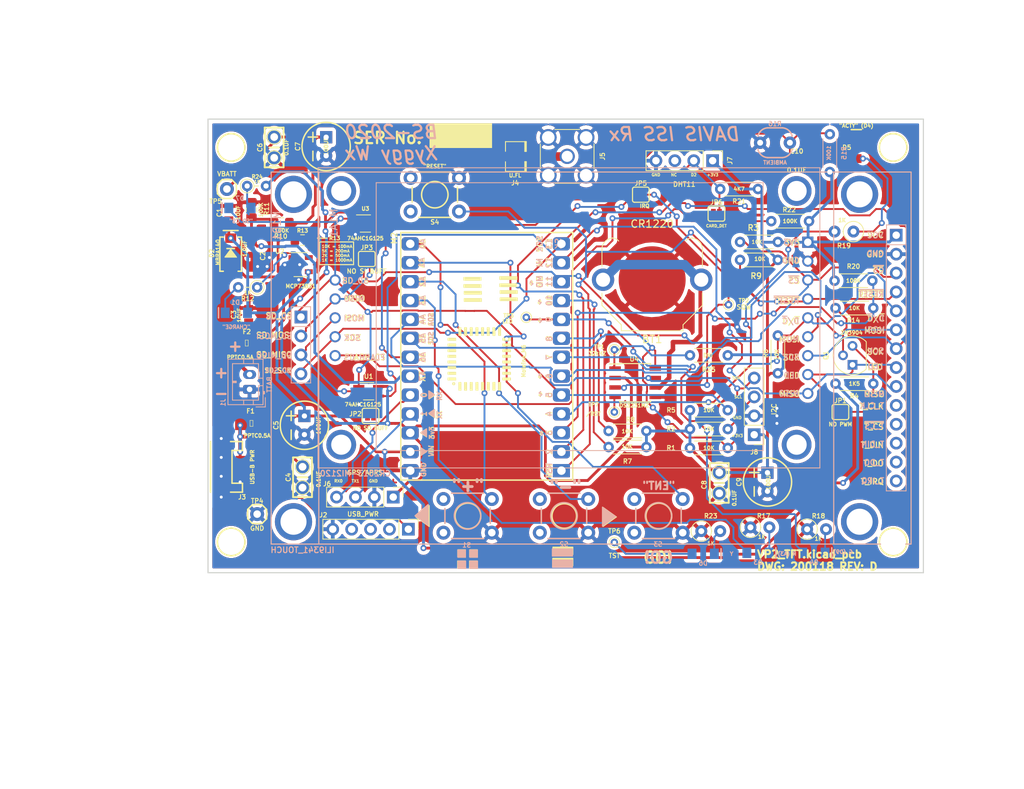
<source format=kicad_pcb>
(kicad_pcb (version 20171130) (host pcbnew "(5.1.5)-3")

  (general
    (thickness 1.6)
    (drawings 82)
    (tracks 950)
    (zones 0)
    (modules 81)
    (nets 50)
  )

  (page A)
  (title_block
    (title VP2_TFT)
    (date 2019-04-06)
    (rev A)
    (company KD6VKF)
  )

  (layers
    (0 F.Cu signal)
    (31 B.Cu signal)
    (32 B.Adhes user)
    (33 F.Adhes user)
    (34 B.Paste user)
    (35 F.Paste user)
    (36 B.SilkS user)
    (37 F.SilkS user)
    (38 B.Mask user)
    (39 F.Mask user)
    (40 Dwgs.User user)
    (41 Cmts.User user)
    (42 Eco1.User user)
    (43 Eco2.User user)
    (44 Edge.Cuts user)
    (45 Margin user)
    (46 B.CrtYd user)
    (47 F.CrtYd user)
    (48 B.Fab user)
    (49 F.Fab user)
  )

  (setup
    (last_trace_width 0.25)
    (trace_clearance 0.2)
    (zone_clearance 0.508)
    (zone_45_only no)
    (trace_min 0.2)
    (via_size 0.8)
    (via_drill 0.4)
    (via_min_size 0.4)
    (via_min_drill 0.3)
    (uvia_size 0.3)
    (uvia_drill 0.1)
    (uvias_allowed no)
    (uvia_min_size 0.2)
    (uvia_min_drill 0.1)
    (edge_width 0.15)
    (segment_width 0.2)
    (pcb_text_width 0.3)
    (pcb_text_size 1.5 1.5)
    (mod_edge_width 0.15)
    (mod_text_size 0.6096 0.6096)
    (mod_text_width 0.127)
    (pad_size 3.302 3.302)
    (pad_drill 3.302)
    (pad_to_mask_clearance 0.051)
    (solder_mask_min_width 0.25)
    (aux_axis_origin 0 0)
    (visible_elements 7FFFFFFF)
    (pcbplotparams
      (layerselection 0x010fc_ffffffff)
      (usegerberextensions false)
      (usegerberattributes false)
      (usegerberadvancedattributes false)
      (creategerberjobfile false)
      (excludeedgelayer true)
      (linewidth 0.100000)
      (plotframeref false)
      (viasonmask false)
      (mode 1)
      (useauxorigin false)
      (hpglpennumber 1)
      (hpglpenspeed 20)
      (hpglpendiameter 15.000000)
      (psnegative false)
      (psa4output false)
      (plotreference true)
      (plotvalue true)
      (plotinvisibletext false)
      (padsonsilk false)
      (subtractmaskfromsilk false)
      (outputformat 1)
      (mirror false)
      (drillshape 0)
      (scaleselection 1)
      (outputdirectory "./"))
  )

  (net 0 "")
  (net 1 +3V3)
  (net 2 GND)
  (net 3 SDA)
  (net 4 SCL)
  (net 5 "Net-(M2-Pad8)")
  (net 6 "Net-(M2-Pad10)")
  (net 7 VBUS)
  (net 8 "Net-(D1-PadC)")
  (net 9 +BATT)
  (net 10 "Net-(R12-Pad1)")
  (net 11 "Net-(R13-Pad1)")
  (net 12 PWM)
  (net 13 VBAT)
  (net 14 "Net-(Q1-Pad2)")
  (net 15 "Net-(JP1-Pad2)")
  (net 16 D1)
  (net 17 "Net-(D3-PadC)")
  (net 18 "Net-(D4-PadC)")
  (net 19 D0)
  (net 20 "Net-(J4-PadFEED)")
  (net 21 /MISO)
  (net 22 /SCK)
  (net 23 /MOSI)
  (net 24 "Net-(D5-PadA)")
  (net 25 /~RESET)
  (net 26 /~TFT_DC)
  (net 27 /~TFT_CS)
  (net 28 /~SD_CS)
  (net 29 D2)
  (net 30 /IRQ)
  (net 31 /CD)
  (net 32 /TFT_LED)
  (net 33 "Net-(F2-Pad1)")
  (net 34 "Net-(M2-Pad4)")
  (net 35 "Net-(BT1-Pad1)")
  (net 36 /SD_MISO)
  (net 37 /SD_MOSI)
  (net 38 "Net-(D6-PadC)")
  (net 39 "Net-(D6-PadA)")
  (net 40 /SENSOR)
  (net 41 LED_R)
  (net 42 LED_G)
  (net 43 /Vin)
  (net 44 "Net-(TP7-Pad1)")
  (net 45 "Net-(D7-PadA)")
  (net 46 /PB1)
  (net 47 /PB3)
  (net 48 /PB2)
  (net 49 "Net-(R25-Pad2)")

  (net_class Default "This is the default net class."
    (clearance 0.2)
    (trace_width 0.25)
    (via_dia 0.8)
    (via_drill 0.4)
    (uvia_dia 0.3)
    (uvia_drill 0.1)
    (add_net /CD)
    (add_net /IRQ)
    (add_net /MISO)
    (add_net /MOSI)
    (add_net /PB1)
    (add_net /PB2)
    (add_net /PB3)
    (add_net /SCK)
    (add_net /SD_MISO)
    (add_net /SD_MOSI)
    (add_net /SENSOR)
    (add_net /TFT_LED)
    (add_net /Vin)
    (add_net /~RESET)
    (add_net /~SD_CS)
    (add_net /~TFT_CS)
    (add_net /~TFT_DC)
    (add_net D0)
    (add_net D1)
    (add_net D2)
    (add_net LED_G)
    (add_net LED_R)
    (add_net "Net-(BT1-Pad1)")
    (add_net "Net-(D1-PadC)")
    (add_net "Net-(D3-PadC)")
    (add_net "Net-(D4-PadC)")
    (add_net "Net-(D5-PadA)")
    (add_net "Net-(D6-PadA)")
    (add_net "Net-(D6-PadC)")
    (add_net "Net-(D7-PadA)")
    (add_net "Net-(F2-Pad1)")
    (add_net "Net-(J4-PadFEED)")
    (add_net "Net-(JP1-Pad2)")
    (add_net "Net-(M2-Pad10)")
    (add_net "Net-(M2-Pad4)")
    (add_net "Net-(M2-Pad8)")
    (add_net "Net-(Q1-Pad2)")
    (add_net "Net-(R12-Pad1)")
    (add_net "Net-(R13-Pad1)")
    (add_net "Net-(R25-Pad2)")
    (add_net "Net-(TP7-Pad1)")
    (add_net PWM)
    (add_net SCL)
    (add_net SDA)
  )

  (net_class Power ""
    (clearance 0.25)
    (trace_width 0.38)
    (via_dia 0.8)
    (via_drill 0.4)
    (uvia_dia 0.3)
    (uvia_drill 0.1)
    (add_net +3V3)
    (add_net +BATT)
    (add_net GND)
    (add_net VBAT)
    (add_net VBUS)
  )

  (module Resistor_THT:R_Axial_DIN0204_L3.6mm_D1.6mm_P5.08mm_Horizontal (layer F.Cu) (tedit 5AE5139B) (tstamp 5E274C70)
    (at 171.45 107.95 180)
    (descr "Resistor, Axial_DIN0204 series, Axial, Horizontal, pin pitch=5.08mm, 0.167W, length*diameter=3.6*1.6mm^2, http://cdn-reichelt.de/documents/datenblatt/B400/1_4W%23YAG.pdf")
    (tags "Resistor Axial_DIN0204 series Axial Horizontal pin pitch 5.08mm 0.167W length 3.6mm diameter 1.6mm")
    (path /5E293720)
    (fp_text reference R25 (at 2.54 -1.92) (layer F.SilkS)
      (effects (font (size 0.6096 0.6096) (thickness 0.15)))
    )
    (fp_text value DNI (at 2.667 0) (layer F.SilkS)
      (effects (font (size 0.508 0.508) (thickness 0.127)))
    )
    (fp_text user %R (at 2.54 -1.905) (layer F.Fab)
      (effects (font (size 0.762 0.762) (thickness 0.108)))
    )
    (fp_line (start 6.03 -1.05) (end -0.95 -1.05) (layer F.CrtYd) (width 0.05))
    (fp_line (start 6.03 1.05) (end 6.03 -1.05) (layer F.CrtYd) (width 0.05))
    (fp_line (start -0.95 1.05) (end 6.03 1.05) (layer F.CrtYd) (width 0.05))
    (fp_line (start -0.95 -1.05) (end -0.95 1.05) (layer F.CrtYd) (width 0.05))
    (fp_line (start 0.62 0.92) (end 4.46 0.92) (layer F.SilkS) (width 0.12))
    (fp_line (start 0.62 -0.92) (end 4.46 -0.92) (layer F.SilkS) (width 0.12))
    (fp_line (start 5.08 0) (end 4.34 0) (layer F.Fab) (width 0.1))
    (fp_line (start 0 0) (end 0.74 0) (layer F.Fab) (width 0.1))
    (fp_line (start 4.34 -0.8) (end 0.74 -0.8) (layer F.Fab) (width 0.1))
    (fp_line (start 4.34 0.8) (end 4.34 -0.8) (layer F.Fab) (width 0.1))
    (fp_line (start 0.74 0.8) (end 4.34 0.8) (layer F.Fab) (width 0.1))
    (fp_line (start 0.74 -0.8) (end 0.74 0.8) (layer F.Fab) (width 0.1))
    (pad 2 thru_hole oval (at 5.08 0 180) (size 1.4 1.4) (drill 0.7) (layers *.Cu *.Mask)
      (net 49 "Net-(R25-Pad2)"))
    (pad 1 thru_hole circle (at 0 0 180) (size 1.4 1.4) (drill 0.7) (layers *.Cu *.Mask)
      (net 1 +3V3))
    (model ${KISYS3DMOD}/Resistor_THT.3dshapes/R_Axial_DIN0204_L3.6mm_D1.6mm_P5.08mm_Horizontal.wrl
      (at (xyz 0 0 0))
      (scale (xyz 1 1 1))
      (rotate (xyz 0 0 0))
    )
  )

  (module Resistor_THT:R_Axial_DIN0204_L3.6mm_D1.6mm_P5.08mm_Horizontal (layer F.Cu) (tedit 5AE5139B) (tstamp 5E24EB53)
    (at 178.181 95.123 180)
    (descr "Resistor, Axial_DIN0204 series, Axial, Horizontal, pin pitch=5.08mm, 0.167W, length*diameter=3.6*1.6mm^2, http://cdn-reichelt.de/documents/datenblatt/B400/1_4W%23YAG.pdf")
    (tags "Resistor Axial_DIN0204 series Axial Horizontal pin pitch 5.08mm 0.167W length 3.6mm diameter 1.6mm")
    (path /5C920893)
    (fp_text reference R9 (at 2.921 -2.159) (layer F.SilkS)
      (effects (font (size 0.762 0.762) (thickness 0.15)))
    )
    (fp_text value 10K (at 2.413 0.127) (layer F.SilkS)
      (effects (font (size 0.508 0.508) (thickness 0.127)))
    )
    (fp_text user %R (at 0 0) (layer F.Fab)
      (effects (font (size 0.5 0.5) (thickness 0.08)))
    )
    (fp_line (start 6.03 -1.05) (end -0.95 -1.05) (layer F.CrtYd) (width 0.05))
    (fp_line (start 6.03 1.05) (end 6.03 -1.05) (layer F.CrtYd) (width 0.05))
    (fp_line (start -0.95 1.05) (end 6.03 1.05) (layer F.CrtYd) (width 0.05))
    (fp_line (start -0.95 -1.05) (end -0.95 1.05) (layer F.CrtYd) (width 0.05))
    (fp_line (start 0.62 0.92) (end 4.46 0.92) (layer F.SilkS) (width 0.12))
    (fp_line (start 0.62 -0.92) (end 4.46 -0.92) (layer F.SilkS) (width 0.12))
    (fp_line (start 5.08 0) (end 4.34 0) (layer F.Fab) (width 0.1))
    (fp_line (start 0 0) (end 0.74 0) (layer F.Fab) (width 0.1))
    (fp_line (start 4.34 -0.8) (end 0.74 -0.8) (layer F.Fab) (width 0.1))
    (fp_line (start 4.34 0.8) (end 4.34 -0.8) (layer F.Fab) (width 0.1))
    (fp_line (start 0.74 0.8) (end 4.34 0.8) (layer F.Fab) (width 0.1))
    (fp_line (start 0.74 -0.8) (end 0.74 0.8) (layer F.Fab) (width 0.1))
    (pad 2 thru_hole oval (at 5.08 0 180) (size 1.4 1.4) (drill 0.7) (layers *.Cu *.Mask)
      (net 25 /~RESET))
    (pad 1 thru_hole circle (at 0 0 180) (size 1.4 1.4) (drill 0.7) (layers *.Cu *.Mask)
      (net 1 +3V3))
    (model ${KISYS3DMOD}/Resistor_THT.3dshapes/R_Axial_DIN0204_L3.6mm_D1.6mm_P5.08mm_Horizontal.wrl
      (at (xyz 0 0 0))
      (scale (xyz 1 1 1))
      (rotate (xyz 0 0 0))
    )
  )

  (module Resistor_THT:R_Axial_DIN0204_L3.6mm_D1.6mm_P5.08mm_Horizontal (layer F.Cu) (tedit 5AE5139B) (tstamp 5CA90C3B)
    (at 178.181 92.71 180)
    (descr "Resistor, Axial_DIN0204 series, Axial, Horizontal, pin pitch=5.08mm, 0.167W, length*diameter=3.6*1.6mm^2, http://cdn-reichelt.de/documents/datenblatt/B400/1_4W%23YAG.pdf")
    (tags "Resistor Axial_DIN0204 series Axial Horizontal pin pitch 5.08mm 0.167W length 3.6mm diameter 1.6mm")
    (path /5CA4D22C)
    (fp_text reference R3 (at 3.302 1.905) (layer F.SilkS)
      (effects (font (size 0.762 0.762) (thickness 0.15)))
    )
    (fp_text value 10K (at 2.794 0) (layer F.SilkS)
      (effects (font (size 0.508 0.508) (thickness 0.09525)))
    )
    (fp_text user %R (at 0 0) (layer F.Fab)
      (effects (font (size 0.5 0.5) (thickness 0.08)))
    )
    (fp_line (start 6.03 -1.05) (end -0.95 -1.05) (layer F.CrtYd) (width 0.05))
    (fp_line (start 6.03 1.05) (end 6.03 -1.05) (layer F.CrtYd) (width 0.05))
    (fp_line (start -0.95 1.05) (end 6.03 1.05) (layer F.CrtYd) (width 0.05))
    (fp_line (start -0.95 -1.05) (end -0.95 1.05) (layer F.CrtYd) (width 0.05))
    (fp_line (start 0.62 0.92) (end 4.46 0.92) (layer F.SilkS) (width 0.12))
    (fp_line (start 0.62 -0.92) (end 4.46 -0.92) (layer F.SilkS) (width 0.12))
    (fp_line (start 5.08 0) (end 4.34 0) (layer F.Fab) (width 0.1))
    (fp_line (start 0 0) (end 0.74 0) (layer F.Fab) (width 0.1))
    (fp_line (start 4.34 -0.8) (end 0.74 -0.8) (layer F.Fab) (width 0.1))
    (fp_line (start 4.34 0.8) (end 4.34 -0.8) (layer F.Fab) (width 0.1))
    (fp_line (start 0.74 0.8) (end 4.34 0.8) (layer F.Fab) (width 0.1))
    (fp_line (start 0.74 -0.8) (end 0.74 0.8) (layer F.Fab) (width 0.1))
    (pad 2 thru_hole oval (at 5.08 0 180) (size 1.4 1.4) (drill 0.7) (layers *.Cu *.Mask)
      (net 27 /~TFT_CS))
    (pad 1 thru_hole circle (at 0 0 180) (size 1.4 1.4) (drill 0.7) (layers *.Cu *.Mask)
      (net 1 +3V3))
    (model ${KISYS3DMOD}/Resistor_THT.3dshapes/R_Axial_DIN0204_L3.6mm_D1.6mm_P5.08mm_Horizontal.wrl
      (at (xyz 0 0 0))
      (scale (xyz 1 1 1))
      (rotate (xyz 0 0 0))
    )
  )

  (module Battery:BatteryHolder_Keystone_3001_1x12mm (layer F.Cu) (tedit 5E23FA47) (tstamp 5E1E470E)
    (at 161.29 97.79 180)
    (descr http://www.keyelco.com/product-pdf.cfm?p=778)
    (tags "Keystone type 3001 coin cell retainer")
    (path /5E200E2D)
    (fp_text reference BT1 (at 0 -8) (layer F.SilkS)
      (effects (font (size 1 1) (thickness 0.15)))
    )
    (fp_text value CR1220 (at 0 7.5) (layer F.SilkS)
      (effects (font (size 1 1) (thickness 0.15)))
    )
    (fp_line (start -4 -6.7) (end 4 -6.7) (layer F.Fab) (width 0.1))
    (fp_line (start -4 -6.7) (end -4 -6) (layer F.Fab) (width 0.1))
    (fp_line (start 4 -6.7) (end 4 -6) (layer F.Fab) (width 0.1))
    (fp_line (start -4 -6) (end -6.6 -3.4) (layer F.Fab) (width 0.1))
    (fp_line (start 4 -6) (end 6.6 -3.4) (layer F.Fab) (width 0.1))
    (fp_line (start -6.6 -3.4) (end -6.6 4.1) (layer F.Fab) (width 0.1))
    (fp_line (start 6.6 -3.4) (end 6.6 4.1) (layer F.Fab) (width 0.1))
    (fp_arc (start -5.25 4.1) (end -5.3 5.45) (angle 90) (layer F.Fab) (width 0.1))
    (fp_line (start 6.75 -3.45) (end 6.75 -1.8) (layer F.SilkS) (width 0.12))
    (fp_line (start 4.15 -6.05) (end 6.75 -3.45) (layer F.SilkS) (width 0.12))
    (fp_line (start 4.15 -6.85) (end 4.15 -6.05) (layer F.SilkS) (width 0.12))
    (fp_line (start -4.15 -6.85) (end 4.15 -6.85) (layer F.SilkS) (width 0.12))
    (fp_line (start -4.15 -6.05) (end -4.15 -6.85) (layer F.SilkS) (width 0.12))
    (fp_line (start -6.75 -3.45) (end -4.15 -6.05) (layer F.SilkS) (width 0.12))
    (fp_line (start -6.75 -1.8) (end -6.75 -3.45) (layer F.SilkS) (width 0.12))
    (fp_line (start -7.25 -1.95) (end -7.25 -3.8) (layer F.CrtYd) (width 0.05))
    (fp_line (start -7.25 -3.8) (end -4.65 -6.4) (layer F.CrtYd) (width 0.05))
    (fp_line (start -4.65 -6.4) (end -4.65 -7.35) (layer F.CrtYd) (width 0.05))
    (fp_line (start -4.65 -7.35) (end 4.65 -7.35) (layer F.CrtYd) (width 0.05))
    (fp_line (start 4.65 -6.4) (end 4.65 -7.35) (layer F.CrtYd) (width 0.05))
    (fp_line (start 7.25 -3.8) (end 4.65 -6.4) (layer F.CrtYd) (width 0.05))
    (fp_line (start 7.25 -1.95) (end 7.25 -3.8) (layer F.CrtYd) (width 0.05))
    (fp_arc (start 5.25 4.1) (end 5.3 5.45) (angle -90) (layer F.Fab) (width 0.1))
    (fp_line (start -6.75 1.8) (end -6.75 4.1) (layer F.SilkS) (width 0.12))
    (fp_line (start 6.75 1.8) (end 6.75 4.1) (layer F.SilkS) (width 0.12))
    (fp_line (start 7.25 1.95) (end 7.25 4.1) (layer F.CrtYd) (width 0.05))
    (fp_line (start -7.25 1.95) (end -7.25 4.1) (layer F.CrtYd) (width 0.05))
    (fp_arc (start -5.25 4.1) (end -5.3 6.1) (angle 90) (layer F.CrtYd) (width 0.05))
    (fp_arc (start -5.25 4.1) (end -5.3 5.6) (angle 90) (layer F.SilkS) (width 0.12))
    (fp_arc (start 5.25 4.1) (end 5.3 5.6) (angle -90) (layer F.SilkS) (width 0.12))
    (fp_arc (start 0 8.9) (end -4.6 5.1) (angle 101) (layer F.Fab) (width 0.1))
    (fp_arc (start -5.29 4.6) (end -4.6 5.1) (angle 60) (layer F.Fab) (width 0.1))
    (fp_arc (start 5.29 4.6) (end 4.6 5.1) (angle -60) (layer F.Fab) (width 0.1))
    (fp_arc (start -5.29 4.6) (end -4.5 5.2) (angle 60) (layer F.SilkS) (width 0.12))
    (fp_arc (start 5.29 4.6) (end 4.5 5.2) (angle -60) (layer F.SilkS) (width 0.12))
    (fp_circle (center 0 0) (end 0 6.25) (layer Dwgs.User) (width 0.15))
    (fp_arc (start -6.6 0) (end -7.25 1.95) (angle 143) (layer F.CrtYd) (width 0.05))
    (fp_arc (start 6.6 0) (end 7.25 1.95) (angle -143) (layer F.CrtYd) (width 0.05))
    (fp_arc (start -5.29 4.6) (end -4.22 5.65) (angle 54.1) (layer F.CrtYd) (width 0.05))
    (fp_arc (start 5.29 4.6) (end 4.22 5.65) (angle -54.1) (layer F.CrtYd) (width 0.05))
    (fp_arc (start 5.25 4.1) (end 5.3 6.1) (angle -90) (layer F.CrtYd) (width 0.05))
    (fp_arc (start 0 0) (end 0 6.75) (angle -36.6) (layer F.CrtYd) (width 0.05))
    (fp_arc (start 0.11 9.15) (end -4.22 5.65) (angle 3.1) (layer F.CrtYd) (width 0.05))
    (fp_arc (start 0.11 9.15) (end 4.22 5.65) (angle -3.1) (layer F.CrtYd) (width 0.05))
    (fp_arc (start 0 0) (end 0 6.75) (angle 36.6) (layer F.CrtYd) (width 0.05))
    (fp_text user %R (at 0 0) (layer F.Fab)
      (effects (font (size 1 1) (thickness 0.15)))
    )
    (fp_line (start -7.25 1.95) (end -7.25 4.1) (layer F.CrtYd) (width 0.05))
    (fp_line (start 7.25 -1.95) (end 7.25 -3.8) (layer F.CrtYd) (width 0.05))
    (fp_line (start 7.25 -3.8) (end 4.65 -6.4) (layer F.CrtYd) (width 0.05))
    (fp_arc (start 0.11 9.15) (end 4.22 5.65) (angle -3.1) (layer F.CrtYd) (width 0.05))
    (fp_arc (start -5.25 4.1) (end -5.3 6.1) (angle 90) (layer F.CrtYd) (width 0.05))
    (fp_line (start -7.25 -3.8) (end -4.65 -6.4) (layer F.CrtYd) (width 0.05))
    (fp_line (start 4.65 -6.4) (end 4.65 -7.35) (layer F.CrtYd) (width 0.05))
    (fp_line (start -7.25 -1.95) (end -7.25 -3.8) (layer F.CrtYd) (width 0.05))
    (fp_line (start -4.65 -6.4) (end -4.65 -7.35) (layer F.CrtYd) (width 0.05))
    (fp_line (start -4.65 -7.35) (end 4.65 -7.35) (layer F.CrtYd) (width 0.05))
    (fp_arc (start 0 0) (end 0 6.75) (angle -36.6) (layer F.CrtYd) (width 0.05))
    (fp_arc (start 0 0) (end 0 6.75) (angle 36.6) (layer F.CrtYd) (width 0.05))
    (fp_arc (start 0.11 9.15) (end -4.22 5.65) (angle 3.1) (layer F.CrtYd) (width 0.05))
    (fp_arc (start 6.6 0) (end 7.25 1.95) (angle -143) (layer F.CrtYd) (width 0.05))
    (fp_arc (start -5.29 4.6) (end -4.22 5.65) (angle 54.1) (layer F.CrtYd) (width 0.05))
    (fp_arc (start 5.29 4.6) (end 4.22 5.65) (angle -54.1) (layer F.CrtYd) (width 0.05))
    (fp_arc (start 5.25 4.1) (end 5.3 6.1) (angle -90) (layer F.CrtYd) (width 0.05))
    (fp_arc (start -6.6 0) (end -7.25 1.95) (angle 143) (layer F.CrtYd) (width 0.05))
    (fp_line (start 7.25 1.95) (end 7.25 4.1) (layer F.CrtYd) (width 0.05))
    (pad 2 smd circle (at 0 0 180) (size 9 9) (layers F.Cu F.Mask)
      (net 2 GND))
    (pad 1 thru_hole circle (at 6.6 0 180) (size 3 3) (drill 1.9) (layers *.Cu *.Mask)
      (net 35 "Net-(BT1-Pad1)"))
    (pad 1 thru_hole circle (at -6.6 0 180) (size 3 3) (drill 1.9) (layers *.Cu *.Mask)
      (net 35 "Net-(BT1-Pad1)"))
    (model ${KISYS3DMOD}/Battery.3dshapes/BatteryHolder_Keystone_3001_1x12mm.wrl
      (at (xyz 0 0 0))
      (scale (xyz 1 1 1))
      (rotate (xyz 0 0 0))
    )
  )

  (module Connector_PinHeader_2.54mm:PinHeader_1x05_P2.54mm_Vertical (layer F.Cu) (tedit 59FED5CC) (tstamp 5E1DCE93)
    (at 128.524 131.318 270)
    (descr "Through hole straight pin header, 1x05, 2.54mm pitch, single row")
    (tags "Through hole pin header THT 1x05 2.54mm single row")
    (path /5E33AC7F)
    (fp_text reference J2 (at -1.905 11.43) (layer F.SilkS)
      (effects (font (size 0.6096 0.6096) (thickness 0.127)))
    )
    (fp_text value USB_PWR (at -2.032 6.096 180) (layer F.SilkS)
      (effects (font (size 0.6096 0.6096) (thickness 0.127)))
    )
    (fp_text user %R (at 0 5.08) (layer F.Fab)
      (effects (font (size 1 1) (thickness 0.15)))
    )
    (fp_line (start 1.8 -1.8) (end -1.8 -1.8) (layer F.CrtYd) (width 0.05))
    (fp_line (start 1.8 11.95) (end 1.8 -1.8) (layer F.CrtYd) (width 0.05))
    (fp_line (start -1.8 11.95) (end 1.8 11.95) (layer F.CrtYd) (width 0.05))
    (fp_line (start -1.8 -1.8) (end -1.8 11.95) (layer F.CrtYd) (width 0.05))
    (fp_line (start -1.33 -1.33) (end 0 -1.33) (layer F.SilkS) (width 0.12))
    (fp_line (start -1.33 0) (end -1.33 -1.33) (layer F.SilkS) (width 0.12))
    (fp_line (start -1.33 1.27) (end 1.33 1.27) (layer F.SilkS) (width 0.12))
    (fp_line (start 1.33 1.27) (end 1.33 11.49) (layer F.SilkS) (width 0.12))
    (fp_line (start -1.33 1.27) (end -1.33 11.49) (layer F.SilkS) (width 0.12))
    (fp_line (start -1.33 11.49) (end 1.33 11.49) (layer F.SilkS) (width 0.12))
    (fp_line (start -1.27 -0.635) (end -0.635 -1.27) (layer F.Fab) (width 0.1))
    (fp_line (start -1.27 11.43) (end -1.27 -0.635) (layer F.Fab) (width 0.1))
    (fp_line (start 1.27 11.43) (end -1.27 11.43) (layer F.Fab) (width 0.1))
    (fp_line (start 1.27 -1.27) (end 1.27 11.43) (layer F.Fab) (width 0.1))
    (fp_line (start -0.635 -1.27) (end 1.27 -1.27) (layer F.Fab) (width 0.1))
    (pad 5 thru_hole oval (at 0 10.16 270) (size 1.7 1.7) (drill 1) (layers *.Cu *.Mask)
      (net 2 GND))
    (pad 4 thru_hole oval (at 0 7.62 270) (size 1.7 1.7) (drill 1) (layers *.Cu *.Mask))
    (pad 3 thru_hole oval (at 0 5.08 270) (size 1.7 1.7) (drill 1) (layers *.Cu *.Mask))
    (pad 2 thru_hole oval (at 0 2.54 270) (size 1.7 1.7) (drill 1) (layers *.Cu *.Mask))
    (pad 1 thru_hole rect (at 0 0 270) (size 1.7 1.7) (drill 1) (layers *.Cu *.Mask)
      (net 43 /Vin))
    (model ${KISYS3DMOD}/Connector_PinHeader_2.54mm.3dshapes/PinHeader_1x05_P2.54mm_Vertical.wrl
      (at (xyz 0 0 0))
      (scale (xyz 1 1 1))
      (rotate (xyz 0 0 0))
    )
  )

  (module Resistor_THT:R_Axial_DIN0207_L6.3mm_D2.5mm_P2.54mm_Vertical (layer F.Cu) (tedit 5AE5139B) (tstamp 5CE49583)
    (at 188.341 91.313 180)
    (descr "Resistor, Axial_DIN0207 series, Axial, Vertical, pin pitch=2.54mm, 0.25W = 1/4W, length*diameter=6.3*2.5mm^2, http://cdn-reichelt.de/documents/datenblatt/B400/1_4W%23YAG.pdf")
    (tags "Resistor Axial_DIN0207 series Axial Vertical pin pitch 2.54mm 0.25W = 1/4W length 6.3mm diameter 2.5mm")
    (path /5D0F77A5)
    (fp_text reference R19 (at 1.27 -1.905) (layer F.SilkS)
      (effects (font (size 0.635 0.635) (thickness 0.127)))
    )
    (fp_text value 1K (at 1.524 1.524) (layer F.SilkS)
      (effects (font (size 0.508 0.508) (thickness 0.127)))
    )
    (fp_text user %R (at 0 0) (layer F.Fab)
      (effects (font (size 0.5 0.5) (thickness 0.08)))
    )
    (fp_line (start 3.59 -1.5) (end -1.5 -1.5) (layer F.CrtYd) (width 0.05))
    (fp_line (start 3.59 1.5) (end 3.59 -1.5) (layer F.CrtYd) (width 0.05))
    (fp_line (start -1.5 1.5) (end 3.59 1.5) (layer F.CrtYd) (width 0.05))
    (fp_line (start -1.5 -1.5) (end -1.5 1.5) (layer F.CrtYd) (width 0.05))
    (fp_line (start 1.37 0) (end 1.44 0) (layer F.SilkS) (width 0.12))
    (fp_line (start 0 0) (end 2.54 0) (layer F.Fab) (width 0.1))
    (fp_circle (center 0 0) (end 1.37 0) (layer F.SilkS) (width 0.12))
    (fp_circle (center 0 0) (end 1.25 0) (layer F.Fab) (width 0.1))
    (pad 2 thru_hole oval (at 2.54 0 180) (size 1.6 1.6) (drill 0.8) (layers *.Cu *.Mask)
      (net 34 "Net-(M2-Pad4)"))
    (pad 1 thru_hole circle (at 0 0 180) (size 1.6 1.6) (drill 0.8) (layers *.Cu *.Mask)
      (net 24 "Net-(D5-PadA)"))
    (model ${KISYS3DMOD}/Resistor_THT.3dshapes/R_Axial_DIN0207_L6.3mm_D2.5mm_P2.54mm_Vertical.wrl
      (at (xyz 0 0 0))
      (scale (xyz 1 1 1))
      (rotate (xyz 0 0 0))
    )
  )

  (module Resistor_THT:R_Axial_DIN0204_L3.6mm_D1.6mm_P2.54mm_Vertical (layer F.Cu) (tedit 5AE5139B) (tstamp 5E21B7E1)
    (at 106.8578 85.1916)
    (descr "Resistor, Axial_DIN0204 series, Axial, Vertical, pin pitch=2.54mm, 0.167W, length*diameter=3.6*1.6mm^2, http://cdn-reichelt.de/documents/datenblatt/B400/1_4W%23YAG.pdf")
    (tags "Resistor Axial_DIN0204 series Axial Vertical pin pitch 2.54mm 0.167W length 3.6mm diameter 1.6mm")
    (path /5E22DAD8)
    (fp_text reference R24 (at 1.3462 -1.2446) (layer F.SilkS)
      (effects (font (size 0.508 0.508) (thickness 0.127)))
    )
    (fp_text value 1K (at 1.3462 -0.6096) (layer F.SilkS)
      (effects (font (size 0.381 0.381) (thickness 0.09525)))
    )
    (fp_text user %R (at -0.0598 -1.6002) (layer B.Fab) hide
      (effects (font (size 0.5 0.5) (thickness 0.08)) (justify mirror))
    )
    (fp_line (start 3.49 -1.05) (end -1.05 -1.05) (layer F.CrtYd) (width 0.05))
    (fp_line (start 3.49 1.05) (end 3.49 -1.05) (layer F.CrtYd) (width 0.05))
    (fp_line (start -1.05 1.05) (end 3.49 1.05) (layer F.CrtYd) (width 0.05))
    (fp_line (start -1.05 -1.05) (end -1.05 1.05) (layer F.CrtYd) (width 0.05))
    (fp_line (start 0.92 0) (end 1.54 0) (layer F.SilkS) (width 0.12))
    (fp_line (start 0 0) (end 2.54 0) (layer F.Fab) (width 0.1))
    (fp_circle (center 0 0) (end 0.92 0) (layer F.SilkS) (width 0.12))
    (fp_circle (center 0 0) (end 0.8 0) (layer F.Fab) (width 0.1))
    (pad 2 thru_hole oval (at 2.54 0) (size 1.4 1.4) (drill 0.7) (layers *.Cu *.Mask)
      (net 1 +3V3))
    (pad 1 thru_hole circle (at 0 0) (size 1.4 1.4) (drill 0.7) (layers *.Cu *.Mask)
      (net 45 "Net-(D7-PadA)"))
    (model ${KISYS3DMOD}/Resistor_THT.3dshapes/R_Axial_DIN0204_L3.6mm_D1.6mm_P2.54mm_Vertical.wrl
      (at (xyz 0 0 0))
      (scale (xyz 1 1 1))
      (rotate (xyz 0 0 0))
    )
  )

  (module VP2_TFT_1:MoteinoM6 (layer F.Cu) (tedit 5E20F22F) (tstamp 5CA4F78D)
    (at 150.622 124.714 90)
    (path /5C9203E2)
    (fp_text reference M2 (at 32.512 -24.003 90) (layer F.SilkS)
      (effects (font (size 0.762 0.762) (thickness 0.127)))
    )
    (fp_text value Moteino_M6 (at 16.002 -6.604 90) (layer F.SilkS)
      (effects (font (size 0.508 0.508) (thickness 0.127)))
    )
    (fp_line (start 26.1874 -5.56514) (end 26.3906 -5.36194) (layer B.SilkS) (width 0.15))
    (fp_line (start 26.5938 -5.71754) (end 26.797 -5.51434) (layer B.SilkS) (width 0.15))
    (fp_line (start 26.3906 -5.36194) (end 26.5938 -5.71754) (layer B.SilkS) (width 0.15))
    (fp_line (start 23.85568 -4.25704) (end 24.05888 -4.61264) (layer B.SilkS) (width 0.15))
    (fp_line (start 23.65248 -4.46024) (end 23.85568 -4.25704) (layer B.SilkS) (width 0.15))
    (fp_line (start 24.05888 -4.61264) (end 24.26208 -4.40944) (layer B.SilkS) (width 0.15))
    (fp_line (start 21.15058 -4.42722) (end 21.35378 -4.22402) (layer B.SilkS) (width 0.15))
    (fp_line (start 21.55698 -4.57962) (end 21.76018 -4.37642) (layer B.SilkS) (width 0.15))
    (fp_line (start 21.35378 -4.22402) (end 21.55698 -4.57962) (layer B.SilkS) (width 0.15))
    (fp_line (start 13.69822 -4.39674) (end 13.90142 -4.19354) (layer B.SilkS) (width 0.15))
    (fp_line (start 14.10462 -4.54914) (end 14.30782 -4.34594) (layer B.SilkS) (width 0.15))
    (fp_line (start 13.90142 -4.19354) (end 14.10462 -4.54914) (layer B.SilkS) (width 0.15))
    (fp_line (start 11.2903 -4.3688) (end 11.4935 -4.1656) (layer B.SilkS) (width 0.15))
    (fp_line (start 11.6967 -4.5212) (end 11.8999 -4.318) (layer B.SilkS) (width 0.15))
    (fp_line (start 11.4935 -4.1656) (end 11.6967 -4.5212) (layer B.SilkS) (width 0.15))
    (fp_line (start 6.19252 -4.03606) (end 6.39572 -4.39166) (layer B.SilkS) (width 0.15))
    (fp_line (start 5.98932 -4.23926) (end 6.19252 -4.03606) (layer B.SilkS) (width 0.15))
    (fp_line (start 6.39572 -4.39166) (end 6.59892 -4.18846) (layer B.SilkS) (width 0.15))
    (fp_text user SCK (at 31.75 -4.445 90) (layer B.SilkS)
      (effects (font (size 0.762 0.762) (thickness 0.15)) (justify mirror))
    )
    (fp_text user MI (at 29.21 -4.445 90) (layer B.SilkS)
      (effects (font (size 0.762 0.762) (thickness 0.15)) (justify mirror))
    )
    (fp_text user SK (at 31.77032 -1.94056 90) (layer B.SilkS)
      (effects (font (size 0.762 0.762) (thickness 0.15)) (justify mirror))
    )
    (fp_text user 12 (at 29.21 -3.175 90) (layer B.SilkS)
      (effects (font (size 0.762 0.762) (thickness 0.15)) (justify mirror))
    )
    (fp_text user 13 (at 31.75 -3.175 90) (layer B.SilkS)
      (effects (font (size 0.762 0.762) (thickness 0.15)) (justify mirror))
    )
    (fp_text user SDA (at 21.59 -19.05 90) (layer F.SilkS)
      (effects (font (size 0.635 0.635) (thickness 0.15)))
    )
    (fp_text user SCL (at 19.05 -19.05 90) (layer F.SilkS)
      (effects (font (size 0.635 0.635) (thickness 0.15)))
    )
    (fp_poly (pts (xy 11.47826 -18.59534) (xy 10.97026 -19.35734) (xy 11.98626 -19.35734)) (layer B.SilkS) (width 0.15))
    (fp_poly (pts (xy 8.47344 -18.59534) (xy 9.48944 -18.59534) (xy 8.98144 -19.35734)) (layer B.SilkS) (width 0.15))
    (fp_text user 2 (at 3.81 -3.175 90) (layer B.SilkS)
      (effects (font (size 0.762 0.762) (thickness 0.15)) (justify mirror))
    )
    (fp_text user 6 (at 13.97 -3.175 90) (layer B.SilkS)
      (effects (font (size 0.762 0.762) (thickness 0.15)) (justify mirror))
    )
    (fp_text user 7 (at 16.51 -3.175 90) (layer B.SilkS)
      (effects (font (size 0.762 0.762) (thickness 0.15)) (justify mirror))
    )
    (fp_text user 3 (at 6.35 -3.175 90) (layer B.SilkS)
      (effects (font (size 0.762 0.762) (thickness 0.15)) (justify mirror))
    )
    (fp_text user 4 (at 8.89 -3.175 90) (layer B.SilkS)
      (effects (font (size 0.762 0.762) (thickness 0.15)) (justify mirror))
    )
    (fp_text user 5 (at 11.43 -3.175 90) (layer B.SilkS)
      (effects (font (size 0.762 0.762) (thickness 0.15)) (justify mirror))
    )
    (fp_text user RST (at 1.27 -3.175 90) (layer B.SilkS)
      (effects (font (size 0.762 0.762) (thickness 0.15)) (justify mirror))
    )
    (fp_text user MO (at 26.67 -4.445 90) (layer B.SilkS)
      (effects (font (size 0.762 0.762) (thickness 0.15)) (justify mirror))
    )
    (fp_text user 8 (at 18.9738 -3.1496 90) (layer B.SilkS)
      (effects (font (size 0.762 0.762) (thickness 0.15)) (justify mirror))
    )
    (fp_text user 9 (at 21.59 -3.175 90) (layer B.SilkS)
      (effects (font (size 0.762 0.762) (thickness 0.15)) (justify mirror))
    )
    (fp_text user 10 (at 24.13 -3.175 90) (layer B.SilkS)
      (effects (font (size 0.762 0.762) (thickness 0.15)) (justify mirror))
    )
    (fp_text user 11 (at 26.67 -3.175 90) (layer B.SilkS)
      (effects (font (size 0.762 0.762) (thickness 0.15)) (justify mirror))
    )
    (fp_text user TX (at 8.763 -17.907 90) (layer B.SilkS)
      (effects (font (size 0.635 0.635) (thickness 0.15)) (justify mirror))
    )
    (fp_text user RX (at 11.303 -17.907 90) (layer B.SilkS)
      (effects (font (size 0.635 0.635) (thickness 0.15)))
    )
    (fp_text user VIN (at 3.9116 -19.0246 90) (layer B.SilkS)
      (effects (font (size 0.635 0.635) (thickness 0.127)) (justify mirror))
    )
    (fp_text user 1 (at 8.89 -19.9898 90) (layer B.SilkS)
      (effects (font (size 0.762 0.762) (thickness 0.15)) (justify mirror))
    )
    (fp_text user GND (at 1.397 -20.0406 90) (layer B.SilkS)
      (effects (font (size 0.635 0.635) (thickness 0.15)) (justify mirror))
    )
    (fp_text user 0 (at 11.43 -19.9898 90) (layer B.SilkS)
      (effects (font (size 0.762 0.762) (thickness 0.15)) (justify mirror))
    )
    (fp_text user 3v3 (at 6.35 -18.923 90) (layer B.SilkS)
      (effects (font (size 0.635 0.635) (thickness 0.15)) (justify mirror))
    )
    (fp_poly (pts (xy 3.8354 -19.64944) (xy 3.3274 -20.41144) (xy 4.3434 -20.41144)) (layer B.SilkS) (width 0.15))
    (fp_poly (pts (xy 5.8674 -19.64944) (xy 6.8834 -19.64944) (xy 6.3754 -20.41144)) (layer B.SilkS) (width 0.15))
    (fp_text user A1 (at 29.21 -20.32 90) (layer B.SilkS)
      (effects (font (size 0.762 0.762) (thickness 0.127)) (justify mirror))
    )
    (fp_text user A2 (at 26.67 -20.193 90) (layer F.SilkS)
      (effects (font (size 0.762 0.762) (thickness 0.15)))
    )
    (fp_text user A0 (at 31.75 -20.193 90) (layer B.SilkS)
      (effects (font (size 0.762 0.762) (thickness 0.127)) (justify mirror))
    )
    (fp_text user A6 (at 16.51 -20.193 90) (layer F.SilkS)
      (effects (font (size 0.762 0.762) (thickness 0.15)))
    )
    (fp_text user A5 (at 19.05 -20.193 90) (layer F.SilkS)
      (effects (font (size 0.762 0.762) (thickness 0.15)))
    )
    (fp_text user A4 (at 21.59 -20.193 90) (layer F.SilkS)
      (effects (font (size 0.762 0.762) (thickness 0.15)))
    )
    (fp_text user A3 (at 24.13 -20.193 90) (layer F.SilkS)
      (effects (font (size 0.762 0.762) (thickness 0.15)))
    )
    (fp_text user A7 (at 13.97 -20.193 90) (layer B.SilkS)
      (effects (font (size 0.762 0.762) (thickness 0.15)) (justify mirror))
    )
    (fp_line (start 0 0) (end 33.274 0) (layer F.Fab) (width 0.15))
    (fp_line (start 33.274 0) (end 33.2994 -23.114) (layer F.Fab) (width 0.15))
    (fp_line (start 33.2994 -23.114) (end 0.0254 -23.114) (layer F.Fab) (width 0.15))
    (fp_line (start 0.0254 -23.114) (end 0.0254 0) (layer F.Fab) (width 0.15))
    (fp_text user GND (at 1.397 -20.066 90) (layer F.SilkS)
      (effects (font (size 0.635 0.635) (thickness 0.15)))
    )
    (fp_text user VIN (at 3.9116 -19.0246 90) (layer F.SilkS)
      (effects (font (size 0.635 0.635) (thickness 0.127)))
    )
    (fp_text user 3v3 (at 6.35 -18.923 90) (layer F.SilkS)
      (effects (font (size 0.635 0.635) (thickness 0.15)))
    )
    (fp_text user 1 (at 8.89 -19.9898 90) (layer F.SilkS)
      (effects (font (size 0.635 0.635) (thickness 0.15)))
    )
    (fp_text user 0 (at 11.43 -19.9898 90) (layer F.SilkS)
      (effects (font (size 0.635 0.635) (thickness 0.15)))
    )
    (fp_poly (pts (xy 3.302 -20.447) (xy 4.318 -20.447) (xy 3.81 -19.685)) (layer F.SilkS) (width 0.15))
    (fp_poly (pts (xy 6.35 -20.447) (xy 5.842 -19.685) (xy 6.858 -19.685)) (layer F.SilkS) (width 0.15))
    (fp_poly (pts (xy 8.89 -19.304) (xy 8.382 -18.542) (xy 9.398 -18.542)) (layer F.SilkS) (width 0.15))
    (fp_poly (pts (xy 10.922 -19.304) (xy 11.938 -19.304) (xy 11.43 -18.542)) (layer F.SilkS) (width 0.15))
    (fp_text user A7 (at 13.97 -20.193 90) (layer F.SilkS)
      (effects (font (size 0.762 0.762) (thickness 0.15)))
    )
    (fp_text user A6 (at 16.51 -20.193 90) (layer B.SilkS)
      (effects (font (size 0.762 0.762) (thickness 0.15)) (justify mirror))
    )
    (fp_text user TX (at 8.763 -17.907 90) (layer F.SilkS)
      (effects (font (size 0.635 0.635) (thickness 0.15)))
    )
    (fp_text user RX (at 11.303 -17.907 90) (layer F.SilkS)
      (effects (font (size 0.635 0.635) (thickness 0.15)))
    )
    (fp_text user RST (at 1.27 -3.175 90) (layer F.SilkS)
      (effects (font (size 0.762 0.762) (thickness 0.15)))
    )
    (fp_text user MO (at 26.67 -4.445 90) (layer F.SilkS)
      (effects (font (size 0.762 0.762) (thickness 0.15)))
    )
    (fp_text user MI (at 29.21 -4.445 90) (layer F.SilkS)
      (effects (font (size 0.762 0.762) (thickness 0.15)))
    )
    (fp_text user SCK (at 31.75 -4.445 90) (layer F.SilkS)
      (effects (font (size 0.762 0.762) (thickness 0.15)))
    )
    (fp_text user SCL (at 19.05 -19.05 90) (layer B.SilkS)
      (effects (font (size 0.635 0.635) (thickness 0.15)) (justify mirror))
    )
    (fp_text user SDA (at 21.59 -19.05 90) (layer B.SilkS)
      (effects (font (size 0.635 0.635) (thickness 0.15)) (justify mirror))
    )
    (fp_poly (pts (xy 13.462 -16.764) (xy 13.716 -16.764) (xy 13.716 -15.748) (xy 13.462 -15.748)) (layer F.SilkS) (width 0.15))
    (fp_poly (pts (xy 14.224 -16.764) (xy 14.478 -16.764) (xy 14.478 -15.748) (xy 14.224 -15.748)) (layer F.SilkS) (width 0.15))
    (fp_poly (pts (xy 14.986 -16.764) (xy 15.24 -16.764) (xy 15.24 -15.748) (xy 14.986 -15.748)) (layer F.SilkS) (width 0.15))
    (fp_poly (pts (xy 15.748 -16.764) (xy 16.002 -16.764) (xy 16.002 -15.748) (xy 15.748 -15.748)) (layer F.SilkS) (width 0.15))
    (fp_poly (pts (xy 16.51 -16.764) (xy 16.764 -16.764) (xy 16.764 -15.748) (xy 16.51 -15.748)) (layer F.SilkS) (width 0.15))
    (fp_poly (pts (xy 17.272 -16.764) (xy 17.526 -16.764) (xy 17.526 -15.748) (xy 17.272 -15.748)) (layer F.SilkS) (width 0.15))
    (fp_poly (pts (xy 18.796 -16.764) (xy 19.05 -16.764) (xy 19.05 -15.748) (xy 18.796 -15.748)) (layer F.SilkS) (width 0.15))
    (fp_poly (pts (xy 18.034 -16.764) (xy 18.288 -16.764) (xy 18.288 -15.748) (xy 18.034 -15.748)) (layer F.SilkS) (width 0.15))
    (fp_poly (pts (xy 18.796 -9.398) (xy 19.05 -9.398) (xy 19.05 -8.382) (xy 18.796 -8.382)) (layer F.SilkS) (width 0.15))
    (fp_poly (pts (xy 16.51 -9.398) (xy 16.764 -9.398) (xy 16.764 -8.382) (xy 16.51 -8.382)) (layer F.SilkS) (width 0.15))
    (fp_poly (pts (xy 17.272 -9.398) (xy 17.526 -9.398) (xy 17.526 -8.382) (xy 17.272 -8.382)) (layer F.SilkS) (width 0.15))
    (fp_poly (pts (xy 18.034 -9.398) (xy 18.288 -9.398) (xy 18.288 -8.382) (xy 18.034 -8.382)) (layer F.SilkS) (width 0.15))
    (fp_poly (pts (xy 13.462 -9.398) (xy 13.716 -9.398) (xy 13.716 -8.382) (xy 13.462 -8.382)) (layer F.SilkS) (width 0.15))
    (fp_poly (pts (xy 14.224 -9.398) (xy 14.478 -9.398) (xy 14.478 -8.382) (xy 14.224 -8.382)) (layer F.SilkS) (width 0.15))
    (fp_poly (pts (xy 15.748 -9.398) (xy 16.002 -9.398) (xy 16.002 -8.382) (xy 15.748 -8.382)) (layer F.SilkS) (width 0.15))
    (fp_poly (pts (xy 14.986 -9.398) (xy 15.24 -9.398) (xy 15.24 -8.382) (xy 14.986 -8.382)) (layer F.SilkS) (width 0.15))
    (fp_poly (pts (xy 19.455622 -11.996936) (xy 19.455622 -12.250936) (xy 20.471622 -12.250936) (xy 20.471622 -11.996936)) (layer F.SilkS) (width 0.15))
    (fp_poly (pts (xy 19.455622 -9.710936) (xy 19.455622 -9.964936) (xy 20.471622 -9.964936) (xy 20.471622 -9.710936)) (layer F.SilkS) (width 0.15))
    (fp_poly (pts (xy 19.455622 -12.758936) (xy 19.455622 -13.012936) (xy 20.471622 -13.012936) (xy 20.471622 -12.758936)) (layer F.SilkS) (width 0.15))
    (fp_poly (pts (xy 19.455622 -15.044936) (xy 19.455622 -15.298936) (xy 20.471622 -15.298936) (xy 20.471622 -15.044936)) (layer F.SilkS) (width 0.15))
    (fp_poly (pts (xy 19.455622 -13.520936) (xy 19.455622 -13.774936) (xy 20.471622 -13.774936) (xy 20.471622 -13.520936)) (layer F.SilkS) (width 0.15))
    (fp_poly (pts (xy 19.455622 -14.282936) (xy 19.455622 -14.536936) (xy 20.471622 -14.536936) (xy 20.471622 -14.282936)) (layer F.SilkS) (width 0.15))
    (fp_poly (pts (xy 19.455622 -11.234936) (xy 19.455622 -11.488936) (xy 20.471622 -11.488936) (xy 20.471622 -11.234936)) (layer F.SilkS) (width 0.15))
    (fp_poly (pts (xy 19.455622 -10.472936) (xy 19.455622 -10.726936) (xy 20.471622 -10.726936) (xy 20.471622 -10.472936)) (layer F.SilkS) (width 0.15))
    (fp_poly (pts (xy 12.089622 -15.044936) (xy 12.089622 -15.298936) (xy 13.105622 -15.298936) (xy 13.105622 -15.044936)) (layer F.SilkS) (width 0.15))
    (fp_poly (pts (xy 12.089622 -12.758936) (xy 12.089622 -13.012936) (xy 13.105622 -13.012936) (xy 13.105622 -12.758936)) (layer F.SilkS) (width 0.15))
    (fp_poly (pts (xy 12.089622 -13.520936) (xy 12.089622 -13.774936) (xy 13.105622 -13.774936) (xy 13.105622 -13.520936)) (layer F.SilkS) (width 0.15))
    (fp_poly (pts (xy 12.089622 -14.282936) (xy 12.089622 -14.536936) (xy 13.105622 -14.536936) (xy 13.105622 -14.282936)) (layer F.SilkS) (width 0.15))
    (fp_poly (pts (xy 12.089622 -9.710936) (xy 12.089622 -9.964936) (xy 13.105622 -9.964936) (xy 13.105622 -9.710936)) (layer F.SilkS) (width 0.15))
    (fp_poly (pts (xy 12.089622 -10.472936) (xy 12.089622 -10.726936) (xy 13.105622 -10.726936) (xy 13.105622 -10.472936)) (layer F.SilkS) (width 0.15))
    (fp_poly (pts (xy 12.089622 -11.996936) (xy 12.089622 -12.250936) (xy 13.105622 -12.250936) (xy 13.105622 -11.996936)) (layer F.SilkS) (width 0.15))
    (fp_poly (pts (xy 12.089622 -11.234936) (xy 12.089622 -11.488936) (xy 13.105622 -11.488936) (xy 13.105622 -11.234936)) (layer F.SilkS) (width 0.15))
    (fp_poly (pts (xy 25.908 -14.6304) (xy 26.2636 -14.6304) (xy 26.2636 -12.3444) (xy 25.908 -12.3444)) (layer F.SilkS) (width 0.15))
    (fp_poly (pts (xy 26.8732 -14.6304) (xy 27.2288 -14.6304) (xy 27.2288 -12.3444) (xy 26.8732 -12.3444)) (layer F.SilkS) (width 0.15))
    (fp_poly (pts (xy 24.0284 -14.5796) (xy 24.384 -14.5796) (xy 24.384 -12.2936) (xy 24.0284 -12.2936)) (layer F.SilkS) (width 0.15))
    (fp_poly (pts (xy 24.9936 -14.5796) (xy 25.3492 -14.5796) (xy 25.3492 -12.2936) (xy 24.9936 -12.2936)) (layer F.SilkS) (width 0.15))
    (fp_poly (pts (xy 26.0096 -9.8044) (xy 26.3652 -9.8044) (xy 26.3652 -7.5184) (xy 26.0096 -7.5184)) (layer F.SilkS) (width 0.15))
    (fp_poly (pts (xy 26.9748 -9.8044) (xy 27.3304 -9.8044) (xy 27.3304 -7.5184) (xy 26.9748 -7.5184)) (layer F.SilkS) (width 0.15))
    (fp_poly (pts (xy 24.13 -9.7536) (xy 24.4856 -9.7536) (xy 24.4856 -7.4676) (xy 24.13 -7.4676)) (layer F.SilkS) (width 0.15))
    (fp_poly (pts (xy 25.0952 -9.7536) (xy 25.4508 -9.7536) (xy 25.4508 -7.4676) (xy 25.0952 -7.4676)) (layer F.SilkS) (width 0.15))
    (fp_line (start 5.9944 -4.191) (end 6.1976 -4.3942) (layer F.SilkS) (width 0.15))
    (fp_line (start 6.1976 -4.3942) (end 6.4008 -4.0386) (layer F.SilkS) (width 0.15))
    (fp_line (start 6.4008 -4.0386) (end 6.604 -4.2418) (layer F.SilkS) (width 0.15))
    (fp_line (start 11.6332 -4.191) (end 11.8364 -4.3942) (layer F.SilkS) (width 0.15))
    (fp_line (start 11.2268 -4.3434) (end 11.43 -4.5466) (layer F.SilkS) (width 0.15))
    (fp_line (start 11.43 -4.5466) (end 11.6332 -4.191) (layer F.SilkS) (width 0.15))
    (fp_line (start 14.0716 -4.2418) (end 14.2748 -4.445) (layer F.SilkS) (width 0.15))
    (fp_line (start 13.8684 -4.5974) (end 14.0716 -4.2418) (layer F.SilkS) (width 0.15))
    (fp_line (start 13.6652 -4.3942) (end 13.8684 -4.5974) (layer F.SilkS) (width 0.15))
    (fp_line (start 21.59 -4.2418) (end 21.7932 -4.445) (layer F.SilkS) (width 0.15))
    (fp_line (start 21.3868 -4.5974) (end 21.59 -4.2418) (layer F.SilkS) (width 0.15))
    (fp_line (start 21.1836 -4.3942) (end 21.3868 -4.5974) (layer F.SilkS) (width 0.15))
    (fp_line (start 23.8252 -4.6482) (end 24.0284 -4.2926) (layer F.SilkS) (width 0.15))
    (fp_line (start 24.0284 -4.2926) (end 24.2316 -4.4958) (layer F.SilkS) (width 0.15))
    (fp_line (start 23.622 -4.445) (end 23.8252 -4.6482) (layer F.SilkS) (width 0.15))
    (fp_line (start 26.6192 -5.4102) (end 26.8224 -5.6134) (layer F.SilkS) (width 0.15))
    (fp_line (start 26.416 -5.7658) (end 26.6192 -5.4102) (layer F.SilkS) (width 0.15))
    (fp_line (start 26.2128 -5.5626) (end 26.416 -5.7658) (layer F.SilkS) (width 0.15))
    (fp_circle (center 12.954 -16.002) (end 13.0556 -15.9004) (layer F.SilkS) (width 0.15))
    (fp_text user A5 (at 19.05 -20.193 90) (layer B.SilkS)
      (effects (font (size 0.762 0.762) (thickness 0.15)) (justify mirror))
    )
    (fp_text user A4 (at 21.59 -20.193 90) (layer B.SilkS)
      (effects (font (size 0.762 0.762) (thickness 0.15)) (justify mirror))
    )
    (fp_text user A3 (at 24.13 -20.193 90) (layer B.SilkS)
      (effects (font (size 0.762 0.762) (thickness 0.15)) (justify mirror))
    )
    (fp_text user A2 (at 26.67 -20.193 90) (layer B.SilkS)
      (effects (font (size 0.762 0.762) (thickness 0.15)) (justify mirror))
    )
    (fp_text user A1 (at 29.21 -20.32 90) (layer F.SilkS)
      (effects (font (size 0.762 0.762) (thickness 0.127)))
    )
    (fp_text user A0 (at 31.75 -20.193 90) (layer F.SilkS)
      (effects (font (size 0.762 0.762) (thickness 0.127)))
    )
    (fp_text user 2 (at 3.81 -3.175 90) (layer F.SilkS)
      (effects (font (size 0.762 0.762) (thickness 0.15)))
    )
    (fp_text user 3 (at 6.35 -3.175 90) (layer F.SilkS)
      (effects (font (size 0.762 0.762) (thickness 0.15)))
    )
    (fp_text user 4 (at 8.89 -3.175 90) (layer F.SilkS)
      (effects (font (size 0.762 0.762) (thickness 0.15)))
    )
    (fp_text user 5 (at 11.43 -3.175 90) (layer F.SilkS)
      (effects (font (size 0.762 0.762) (thickness 0.15)))
    )
    (fp_text user 6 (at 13.97 -3.175 90) (layer F.SilkS)
      (effects (font (size 0.762 0.762) (thickness 0.15)))
    )
    (fp_text user 7 (at 16.51 -3.175 90) (layer F.SilkS)
      (effects (font (size 0.762 0.762) (thickness 0.15)))
    )
    (fp_text user 8 (at 19.05 -3.175 90) (layer F.SilkS)
      (effects (font (size 0.762 0.762) (thickness 0.15)))
    )
    (fp_text user 9 (at 21.59 -3.175 90) (layer F.SilkS)
      (effects (font (size 0.762 0.762) (thickness 0.15)))
    )
    (fp_text user 10 (at 24.13 -3.175 90) (layer F.SilkS)
      (effects (font (size 0.762 0.762) (thickness 0.15)))
    )
    (fp_text user 11 (at 26.67 -3.175 90) (layer F.SilkS)
      (effects (font (size 0.762 0.762) (thickness 0.15)))
    )
    (fp_text user 12 (at 29.21 -3.175 90) (layer F.SilkS)
      (effects (font (size 0.762 0.762) (thickness 0.15)))
    )
    (fp_text user 13 (at 31.75 -3.175 90) (layer F.SilkS)
      (effects (font (size 0.762 0.762) (thickness 0.15)))
    )
    (pad 1 thru_hole rect (at 1.27 -1.524 90) (size 1.778 2.286) (drill 1.143) (layers *.Cu *.Mask)
      (net 25 /~RESET))
    (pad 2 thru_hole roundrect (at 3.81 -1.524 90) (size 1.778 2.286) (drill 1.143) (layers *.Cu *.Mask) (roundrect_rratio 0.25)
      (net 29 D2))
    (pad 3 thru_hole roundrect (at 6.35 -1.524 90) (size 1.778 2.286) (drill 1.143) (layers *.Cu *.Mask) (roundrect_rratio 0.25)
      (net 12 PWM))
    (pad 4 thru_hole roundrect (at 8.89 -1.524 90) (size 1.778 2.286) (drill 1.143) (layers *.Cu *.Mask) (roundrect_rratio 0.25)
      (net 34 "Net-(M2-Pad4)"))
    (pad 5 thru_hole roundrect (at 11.43 -1.524 90) (size 1.778 2.286) (drill 1.143) (layers *.Cu *.Mask) (roundrect_rratio 0.25)
      (net 28 /~SD_CS))
    (pad 6 thru_hole roundrect (at 13.97 -1.524 90) (size 1.778 2.286) (drill 1.143) (layers *.Cu *.Mask) (roundrect_rratio 0.25)
      (net 26 /~TFT_DC))
    (pad 7 thru_hole roundrect (at 16.51 -1.524 90) (size 1.778 2.286) (drill 1.143) (layers *.Cu *.Mask) (roundrect_rratio 0.25)
      (net 27 /~TFT_CS))
    (pad 8 thru_hole roundrect (at 19.05 -1.524 90) (size 1.778 2.286) (drill 1.143) (layers *.Cu *.Mask) (roundrect_rratio 0.25)
      (net 5 "Net-(M2-Pad8)"))
    (pad 9 thru_hole roundrect (at 21.59 -1.524 90) (size 1.778 2.286) (drill 1.143) (layers *.Cu *.Mask) (roundrect_rratio 0.25)
      (net 42 LED_G))
    (pad 10 thru_hole roundrect (at 24.13 -1.524 90) (size 1.778 2.286) (drill 1.143) (layers *.Cu *.Mask) (roundrect_rratio 0.25)
      (net 6 "Net-(M2-Pad10)"))
    (pad 11 thru_hole roundrect (at 26.67 -1.524 90) (size 1.778 2.286) (drill 1.143) (layers *.Cu *.Mask) (roundrect_rratio 0.25)
      (net 23 /MOSI))
    (pad 12 thru_hole roundrect (at 29.21 -1.524 90) (size 1.778 2.286) (drill 1.143) (layers *.Cu *.Mask) (roundrect_rratio 0.25)
      (net 21 /MISO))
    (pad 13 thru_hole roundrect (at 31.75 -1.524 90) (size 1.778 2.286) (drill 1.143) (layers *.Cu *.Mask) (roundrect_rratio 0.25)
      (net 22 /SCK))
    (pad 14 thru_hole roundrect (at 31.75 -21.844 90) (size 1.778 2.286) (drill 1.143) (layers *.Cu *.Mask) (roundrect_rratio 0.25)
      (net 46 /PB1))
    (pad 15 thru_hole roundrect (at 29.21 -21.844 90) (size 1.778 2.286) (drill 1.143) (layers *.Cu *.Mask) (roundrect_rratio 0.25)
      (net 47 /PB3))
    (pad 16 thru_hole roundrect (at 26.67 -21.844 90) (size 1.778 2.286) (drill 1.143) (layers *.Cu *.Mask) (roundrect_rratio 0.25)
      (net 48 /PB2))
    (pad 17 thru_hole roundrect (at 24.13 -21.844 90) (size 1.778 2.286) (drill 1.143) (layers *.Cu *.Mask) (roundrect_rratio 0.25)
      (net 41 LED_R))
    (pad 18 thru_hole roundrect (at 21.59 -21.844 90) (size 1.778 2.286) (drill 1.143) (layers *.Cu *.Mask) (roundrect_rratio 0.25)
      (net 3 SDA))
    (pad 19 thru_hole roundrect (at 19.05 -21.844 90) (size 1.778 2.286) (drill 1.143) (layers *.Cu *.Mask) (roundrect_rratio 0.25)
      (net 4 SCL))
    (pad 20 thru_hole roundrect (at 16.51 -21.844 90) (size 1.778 2.286) (drill 1.143) (layers *.Cu *.Mask) (roundrect_rratio 0.25)
      (net 40 /SENSOR))
    (pad 21 thru_hole roundrect (at 13.97 -21.844 90) (size 1.778 2.286) (drill 1.143) (layers *.Cu *.Mask) (roundrect_rratio 0.25)
      (net 13 VBAT))
    (pad 22 thru_hole roundrect (at 11.43 -21.844 90) (size 1.778 2.286) (drill 1.143) (layers *.Cu *.Mask) (roundrect_rratio 0.25)
      (net 19 D0))
    (pad 23 thru_hole roundrect (at 8.89 -21.844 90) (size 1.778 2.286) (drill 1.143) (layers *.Cu *.Mask) (roundrect_rratio 0.25)
      (net 16 D1))
    (pad 24 thru_hole roundrect (at 6.35 -21.844 90) (size 1.778 2.286) (drill 1.143) (layers *.Cu *.Mask) (roundrect_rratio 0.25)
      (net 1 +3V3))
    (pad 25 thru_hole roundrect (at 3.81 -21.844 90) (size 1.778 2.286) (drill 1.143) (layers *.Cu *.Mask) (roundrect_rratio 0.25)
      (net 7 VBUS))
    (pad 26 thru_hole roundrect (at 1.27 -21.844 90) (size 1.778 2.286) (drill 1.143) (layers *.Cu *.Mask) (roundrect_rratio 0.25)
      (net 2 GND))
    (model ${KISYS3DMOD}/Connector_PinSocket_2.54mm.3dshapes/PinSocket_1x13_P2.54mm_Vertical.wrl
      (offset (xyz 1.269999980926514 1.269999980926514 0))
      (scale (xyz 1 1 1))
      (rotate (xyz 0 0 -90))
    )
    (model ${KISYS3DMOD}/Connector_PinSocket_2.54mm.3dshapes/PinSocket_1x13_P2.54mm_Vertical.wrl
      (offset (xyz 1.269999980926514 21.58999967575073 0))
      (scale (xyz 1 1 1))
      (rotate (xyz 0 0 -90))
    )
  )

  (module Resistor_THT:R_Axial_DIN0207_L6.3mm_D2.5mm_P2.54mm_Vertical (layer F.Cu) (tedit 5AE5139B) (tstamp 5CA988FB)
    (at 182.118 131.318)
    (descr "Resistor, Axial_DIN0207 series, Axial, Vertical, pin pitch=2.54mm, 0.25W = 1/4W, length*diameter=6.3*2.5mm^2, http://cdn-reichelt.de/documents/datenblatt/B400/1_4W%23YAG.pdf")
    (tags "Resistor Axial_DIN0207 series Axial Vertical pin pitch 2.54mm 0.25W = 1/4W length 6.3mm diameter 2.5mm")
    (path /5CC87B27)
    (fp_text reference R18 (at 1.524 -1.778) (layer F.SilkS)
      (effects (font (size 0.6096 0.6096) (thickness 0.127)))
    )
    (fp_text value 1K (at 1.524 1.27) (layer F.SilkS)
      (effects (font (size 0.508 0.508) (thickness 0.127)))
    )
    (fp_text user %R (at 2.54 0) (layer F.Fab) hide
      (effects (font (size 0.72 0.72) (thickness 0.108)))
    )
    (fp_line (start 3.59 -1.5) (end -1.5 -1.5) (layer F.CrtYd) (width 0.05))
    (fp_line (start 3.59 1.5) (end 3.59 -1.5) (layer F.CrtYd) (width 0.05))
    (fp_line (start -1.5 1.5) (end 3.59 1.5) (layer F.CrtYd) (width 0.05))
    (fp_line (start -1.5 -1.5) (end -1.5 1.5) (layer F.CrtYd) (width 0.05))
    (fp_line (start 1.37 0) (end 1.44 0) (layer F.SilkS) (width 0.12))
    (fp_line (start 0 0) (end 2.54 0) (layer F.Fab) (width 0.1))
    (fp_circle (center 0 0) (end 1.37 0) (layer F.SilkS) (width 0.12))
    (fp_circle (center 0 0) (end 1.25 0) (layer F.Fab) (width 0.1))
    (pad 2 thru_hole oval (at 2.54 0) (size 1.6 1.6) (drill 0.8) (layers *.Cu *.Mask)
      (net 18 "Net-(D4-PadC)"))
    (pad 1 thru_hole circle (at 0 0) (size 1.6 1.6) (drill 0.8) (layers *.Cu *.Mask)
      (net 2 GND))
    (model ${KISYS3DMOD}/Resistor_THT.3dshapes/R_Axial_DIN0207_L6.3mm_D2.5mm_P2.54mm_Vertical.wrl
      (at (xyz 0 0 0))
      (scale (xyz 1 1 1))
      (rotate (xyz 0 0 0))
    )
  )

  (module Resistor_THT:R_Axial_DIN0207_L6.3mm_D2.5mm_P2.54mm_Vertical (layer F.Cu) (tedit 5AE5139B) (tstamp 5CA7BDF4)
    (at 174.498 131.064)
    (descr "Resistor, Axial_DIN0207 series, Axial, Vertical, pin pitch=2.54mm, 0.25W = 1/4W, length*diameter=6.3*2.5mm^2, http://cdn-reichelt.de/documents/datenblatt/B400/1_4W%23YAG.pdf")
    (tags "Resistor Axial_DIN0207 series Axial Vertical pin pitch 2.54mm 0.25W = 1/4W length 6.3mm diameter 2.5mm")
    (path /5CC879E5)
    (fp_text reference R17 (at 1.778 -1.524) (layer F.SilkS)
      (effects (font (size 0.6096 0.6096) (thickness 0.127)))
    )
    (fp_text value 1K (at 1.524 1.27) (layer F.SilkS)
      (effects (font (size 0.508 0.508) (thickness 0.127)))
    )
    (fp_text user %R (at 1.524 -1.778) (layer F.Fab) hide
      (effects (font (size 0.72 0.72) (thickness 0.108)))
    )
    (fp_line (start 3.59 -1.5) (end -1.5 -1.5) (layer F.CrtYd) (width 0.05))
    (fp_line (start 3.59 1.5) (end 3.59 -1.5) (layer F.CrtYd) (width 0.05))
    (fp_line (start -1.5 1.5) (end 3.59 1.5) (layer F.CrtYd) (width 0.05))
    (fp_line (start -1.5 -1.5) (end -1.5 1.5) (layer F.CrtYd) (width 0.05))
    (fp_line (start 1.37 0) (end 1.44 0) (layer F.SilkS) (width 0.12))
    (fp_line (start 0 0) (end 2.54 0) (layer F.Fab) (width 0.1))
    (fp_circle (center 0 0) (end 1.37 0) (layer F.SilkS) (width 0.12))
    (fp_circle (center 0 0) (end 1.25 0) (layer F.Fab) (width 0.1))
    (pad 2 thru_hole oval (at 2.54 0) (size 1.6 1.6) (drill 0.8) (layers *.Cu *.Mask)
      (net 17 "Net-(D3-PadC)"))
    (pad 1 thru_hole circle (at 0 0) (size 1.6 1.6) (drill 0.8) (layers *.Cu *.Mask)
      (net 2 GND))
    (model ${KISYS3DMOD}/Resistor_THT.3dshapes/R_Axial_DIN0207_L6.3mm_D2.5mm_P2.54mm_Vertical.wrl
      (at (xyz 0 0 0))
      (scale (xyz 1 1 1))
      (rotate (xyz 0 0 0))
    )
  )

  (module Resistor_THT:R_Axial_DIN0204_L3.6mm_D1.6mm_P2.54mm_Vertical (layer F.Cu) (tedit 5AE5139B) (tstamp 5CA9ACF2)
    (at 108.204 98.806 180)
    (descr "Resistor, Axial_DIN0204 series, Axial, Vertical, pin pitch=2.54mm, 0.167W, length*diameter=3.6*1.6mm^2, http://cdn-reichelt.de/documents/datenblatt/B400/1_4W%23YAG.pdf")
    (tags "Resistor Axial_DIN0204 series Axial Vertical pin pitch 2.54mm 0.167W length 3.6mm diameter 1.6mm")
    (path /5CA9E5D2)
    (fp_text reference R12 (at 1.27 -1.524 180) (layer F.SilkS)
      (effects (font (size 0.6096 0.6096) (thickness 0.127)))
    )
    (fp_text value 1K (at 1.27 -0.762 180) (layer F.SilkS)
      (effects (font (size 0.508 0.508) (thickness 0.127)))
    )
    (fp_text user %R (at 1.27 1.778 180) (layer F.Fab) hide
      (effects (font (size 0.72 0.72) (thickness 0.108)))
    )
    (fp_line (start 3.49 -1.05) (end -1.05 -1.05) (layer F.CrtYd) (width 0.05))
    (fp_line (start 3.49 1.05) (end 3.49 -1.05) (layer F.CrtYd) (width 0.05))
    (fp_line (start -1.05 1.05) (end 3.49 1.05) (layer F.CrtYd) (width 0.05))
    (fp_line (start -1.05 -1.05) (end -1.05 1.05) (layer F.CrtYd) (width 0.05))
    (fp_line (start 0.92 0) (end 1.54 0) (layer F.SilkS) (width 0.12))
    (fp_line (start 0 0) (end 2.54 0) (layer F.Fab) (width 0.1))
    (fp_circle (center 0 0) (end 0.92 0) (layer F.SilkS) (width 0.12))
    (fp_circle (center 0 0) (end 0.8 0) (layer F.Fab) (width 0.1))
    (pad 2 thru_hole oval (at 2.54 0 180) (size 1.4 1.4) (drill 0.7) (layers *.Cu *.Mask)
      (net 8 "Net-(D1-PadC)"))
    (pad 1 thru_hole circle (at 0 0 180) (size 1.4 1.4) (drill 0.7) (layers *.Cu *.Mask)
      (net 10 "Net-(R12-Pad1)"))
    (model ${KISYS3DMOD}/Resistor_THT.3dshapes/R_Axial_DIN0204_L3.6mm_D1.6mm_P2.54mm_Vertical.wrl
      (at (xyz 0 0 0))
      (scale (xyz 1 1 1))
      (rotate (xyz 0 0 0))
    )
  )

  (module Resistor_SMD:R_0805_2012Metric_Pad1.15x1.40mm_HandSolder (layer F.Cu) (tedit 5B36C52B) (tstamp 5CA9ADF8)
    (at 114.3 92.456)
    (descr "Resistor SMD 0805 (2012 Metric), square (rectangular) end terminal, IPC_7351 nominal with elongated pad for handsoldering. (Body size source: https://docs.google.com/spreadsheets/d/1BsfQQcO9C6DZCsRaXUlFlo91Tg2WpOkGARC1WS5S8t0/edit?usp=sharing), generated with kicad-footprint-generator")
    (tags "resistor handsolder")
    (path /5CA97C75)
    (attr smd)
    (fp_text reference R13 (at 4.318 -0.254 180) (layer F.SilkS)
      (effects (font (size 0.508 0.508) (thickness 0.127)))
    )
    (fp_text value R13 (at 0 -1.27 180) (layer F.SilkS)
      (effects (font (size 0.508 0.508) (thickness 0.127)))
    )
    (fp_line (start 1.85 0.95) (end -1.85 0.95) (layer F.CrtYd) (width 0.05))
    (fp_line (start 1.85 -0.95) (end 1.85 0.95) (layer F.CrtYd) (width 0.05))
    (fp_line (start -1.85 -0.95) (end 1.85 -0.95) (layer F.CrtYd) (width 0.05))
    (fp_line (start -1.85 0.95) (end -1.85 -0.95) (layer F.CrtYd) (width 0.05))
    (fp_line (start -0.261252 0.71) (end 0.261252 0.71) (layer F.SilkS) (width 0.12))
    (fp_line (start -0.261252 -0.71) (end 0.261252 -0.71) (layer F.SilkS) (width 0.12))
    (fp_line (start 1 0.6) (end -1 0.6) (layer F.Fab) (width 0.1))
    (fp_line (start 1 -0.6) (end 1 0.6) (layer F.Fab) (width 0.1))
    (fp_line (start -1 -0.6) (end 1 -0.6) (layer F.Fab) (width 0.1))
    (fp_line (start -1 0.6) (end -1 -0.6) (layer F.Fab) (width 0.1))
    (pad 2 smd roundrect (at 1.025 0) (size 1.15 1.4) (layers F.Cu F.Paste F.Mask) (roundrect_rratio 0.217391)
      (net 2 GND))
    (pad 1 smd roundrect (at -1.025 0) (size 1.15 1.4) (layers F.Cu F.Paste F.Mask) (roundrect_rratio 0.217391)
      (net 11 "Net-(R13-Pad1)"))
    (model ${KISYS3DMOD}/Resistor_SMD.3dshapes/R_0805_2012Metric.wrl
      (at (xyz 0 0 0))
      (scale (xyz 1 1 1))
      (rotate (xyz 0 0 0))
    )
  )

  (module Resistor_SMD:R_0805_2012Metric_Pad1.15x1.40mm_HandSolder (layer F.Cu) (tedit 5B36C52B) (tstamp 5CA53EDF)
    (at 111.506 90.17 180)
    (descr "Resistor SMD 0805 (2012 Metric), square (rectangular) end terminal, IPC_7351 nominal with elongated pad for handsoldering. (Body size source: https://docs.google.com/spreadsheets/d/1BsfQQcO9C6DZCsRaXUlFlo91Tg2WpOkGARC1WS5S8t0/edit?usp=sharing), generated with kicad-footprint-generator")
    (tags "resistor handsolder")
    (path /5CAACF94)
    (attr smd)
    (fp_text reference R10 (at 0.127 -1.778 180) (layer F.SilkS)
      (effects (font (size 0.6096 0.6096) (thickness 0.127)))
    )
    (fp_text value 100K (at 0 -1.016 180) (layer F.SilkS)
      (effects (font (size 0.508 0.508) (thickness 0.127)))
    )
    (fp_line (start 1.85 0.95) (end -1.85 0.95) (layer F.CrtYd) (width 0.05))
    (fp_line (start 1.85 -0.95) (end 1.85 0.95) (layer F.CrtYd) (width 0.05))
    (fp_line (start -1.85 -0.95) (end 1.85 -0.95) (layer F.CrtYd) (width 0.05))
    (fp_line (start -1.85 0.95) (end -1.85 -0.95) (layer F.CrtYd) (width 0.05))
    (fp_line (start -0.261252 0.71) (end 0.261252 0.71) (layer F.SilkS) (width 0.12))
    (fp_line (start -0.261252 -0.71) (end 0.261252 -0.71) (layer F.SilkS) (width 0.12))
    (fp_line (start 1 0.6) (end -1 0.6) (layer F.Fab) (width 0.1))
    (fp_line (start 1 -0.6) (end 1 0.6) (layer F.Fab) (width 0.1))
    (fp_line (start -1 -0.6) (end 1 -0.6) (layer F.Fab) (width 0.1))
    (fp_line (start -1 0.6) (end -1 -0.6) (layer F.Fab) (width 0.1))
    (pad 2 smd roundrect (at 1.025 0 180) (size 1.15 1.4) (layers F.Cu F.Paste F.Mask) (roundrect_rratio 0.217391)
      (net 13 VBAT))
    (pad 1 smd roundrect (at -1.025 0 180) (size 1.15 1.4) (layers F.Cu F.Paste F.Mask) (roundrect_rratio 0.217391)
      (net 9 +BATT))
    (model ${KISYS3DMOD}/Resistor_SMD.3dshapes/R_0805_2012Metric.wrl
      (at (xyz 0 0 0))
      (scale (xyz 1 1 1))
      (rotate (xyz 0 0 0))
    )
  )

  (module Resistor_SMD:R_0805_2012Metric_Pad1.15x1.40mm_HandSolder (layer F.Cu) (tedit 5B36C52B) (tstamp 5CA90BCE)
    (at 107.442 88.401 90)
    (descr "Resistor SMD 0805 (2012 Metric), square (rectangular) end terminal, IPC_7351 nominal with elongated pad for handsoldering. (Body size source: https://docs.google.com/spreadsheets/d/1BsfQQcO9C6DZCsRaXUlFlo91Tg2WpOkGARC1WS5S8t0/edit?usp=sharing), generated with kicad-footprint-generator")
    (tags "resistor handsolder")
    (path /5CAAD1A0)
    (attr smd)
    (fp_text reference R11 (at 0.136 2.032 90) (layer F.SilkS)
      (effects (font (size 0.6096 0.6096) (thickness 0.127)))
    )
    (fp_text value 100K (at 0.009 1.27 90) (layer F.SilkS)
      (effects (font (size 0.508 0.508) (thickness 0.127)))
    )
    (fp_text user %R (at 2.54 0 90) (layer F.Fab) hide
      (effects (font (size 0.72 0.72) (thickness 0.108)))
    )
    (fp_line (start 1.85 0.95) (end -1.85 0.95) (layer F.CrtYd) (width 0.05))
    (fp_line (start 1.85 -0.95) (end 1.85 0.95) (layer F.CrtYd) (width 0.05))
    (fp_line (start -1.85 -0.95) (end 1.85 -0.95) (layer F.CrtYd) (width 0.05))
    (fp_line (start -1.85 0.95) (end -1.85 -0.95) (layer F.CrtYd) (width 0.05))
    (fp_line (start -0.261252 0.71) (end 0.261252 0.71) (layer F.SilkS) (width 0.12))
    (fp_line (start -0.261252 -0.71) (end 0.261252 -0.71) (layer F.SilkS) (width 0.12))
    (fp_line (start 1 0.6) (end -1 0.6) (layer F.Fab) (width 0.1))
    (fp_line (start 1 -0.6) (end 1 0.6) (layer F.Fab) (width 0.1))
    (fp_line (start -1 -0.6) (end 1 -0.6) (layer F.Fab) (width 0.1))
    (fp_line (start -1 0.6) (end -1 -0.6) (layer F.Fab) (width 0.1))
    (pad 2 smd roundrect (at 1.025 0 90) (size 1.15 1.4) (layers F.Cu F.Paste F.Mask) (roundrect_rratio 0.217391)
      (net 2 GND))
    (pad 1 smd roundrect (at -1.025 0 90) (size 1.15 1.4) (layers F.Cu F.Paste F.Mask) (roundrect_rratio 0.217391)
      (net 13 VBAT))
    (model ${KISYS3DMOD}/Resistor_SMD.3dshapes/R_0805_2012Metric.wrl
      (at (xyz 0 0 0))
      (scale (xyz 1 1 1))
      (rotate (xyz 0 0 0))
    )
  )

  (module TestPoint:TestPoint_THTPad_D1.0mm_Drill0.5mm (layer F.Cu) (tedit 5A0F774F) (tstamp 5E1F0F04)
    (at 156.21 115.57)
    (descr "THT pad as test Point, diameter 1.0mm, hole diameter 0.5mm")
    (tags "test point THT pad")
    (path /5E2A543B)
    (attr virtual)
    (fp_text reference TP7 (at -2.794 -1.016) (layer F.SilkS)
      (effects (font (size 0.508 0.508) (thickness 0.127)))
    )
    (fp_text value /RST (at -2.794 0.254) (layer F.SilkS)
      (effects (font (size 0.508 0.508) (thickness 0.127)))
    )
    (fp_circle (center 0 0) (end 0 0.7) (layer F.SilkS) (width 0.12))
    (fp_circle (center 0 0) (end 1 0) (layer F.CrtYd) (width 0.05))
    (fp_text user %R (at -1.651 -0.762) (layer F.Fab) hide
      (effects (font (size 0.508 0.508) (thickness 0.127)))
    )
    (pad 1 thru_hole circle (at 0 0) (size 1 1) (drill 0.5) (layers *.Cu *.Mask)
      (net 44 "Net-(TP7-Pad1)"))
  )

  (module TestPoint:TestPoint_THTPad_D1.0mm_Drill0.5mm (layer F.Cu) (tedit 5A0F774F) (tstamp 5E1E5D04)
    (at 156.21 133.096)
    (descr "THT pad as test Point, diameter 1.0mm, hole diameter 0.5mm")
    (tags "test point THT pad")
    (path /5CF3C918)
    (attr virtual)
    (fp_text reference TP6 (at 0 -1.524) (layer F.SilkS)
      (effects (font (size 0.6096 0.6096) (thickness 0.127)))
    )
    (fp_text value TST (at 0 1.778) (layer F.SilkS)
      (effects (font (size 0.6096 0.6096) (thickness 0.127)))
    )
    (fp_circle (center 0 0) (end 0 0.7) (layer F.SilkS) (width 0.12))
    (fp_circle (center 0 0) (end 1 0) (layer F.CrtYd) (width 0.05))
    (fp_text user %R (at 0 -1.45) (layer F.Fab)
      (effects (font (size 1 1) (thickness 0.15)))
    )
    (pad 1 thru_hole circle (at 0 0) (size 1 1) (drill 0.5) (layers *.Cu *.Mask)
      (net 39 "Net-(D6-PadA)"))
  )

  (module TestPoint:TestPoint_THTPad_D1.0mm_Drill0.5mm (layer F.Cu) (tedit 5A0F774F) (tstamp 5CE6D3AC)
    (at 144.373601 102.844601)
    (descr "THT pad as test Point, diameter 1.0mm, hole diameter 0.5mm")
    (tags "test point THT pad")
    (path /5D14689B)
    (attr virtual)
    (fp_text reference TP3 (at -2.387601 -0.228601) (layer F.SilkS)
      (effects (font (size 0.508 0.508) (thickness 0.127)))
    )
    (fp_text value LED (at -2.514601 0.533399) (layer F.SilkS)
      (effects (font (size 0.508 0.508) (thickness 0.127)))
    )
    (fp_circle (center 0 0) (end 0 0.7) (layer F.SilkS) (width 0.12))
    (fp_circle (center 0 0) (end 1 0) (layer F.CrtYd) (width 0.05))
    (fp_text user %R (at -2.387601 -0.228601) (layer F.Fab)
      (effects (font (size 0.508 0.508) (thickness 0.127)))
    )
    (pad 1 thru_hole circle (at 0 0) (size 1 1) (drill 0.5) (layers *.Cu *.Mask)
      (net 42 LED_G))
  )

  (module TestPoint:TestPoint_THTPad_D1.0mm_Drill0.5mm (layer F.Cu) (tedit 5A0F774F) (tstamp 5CE6D3B9)
    (at 171.5516 101.1428)
    (descr "THT pad as test Point, diameter 1.0mm, hole diameter 0.5mm")
    (tags "test point THT pad")
    (path /5D12A8B2)
    (attr virtual)
    (fp_text reference TP2 (at 2.0574 -0.5588) (layer F.SilkS)
      (effects (font (size 0.508 0.508) (thickness 0.127)))
    )
    (fp_text value SQW (at 2.0574 0.3302) (layer F.SilkS)
      (effects (font (size 0.6096 0.6096) (thickness 0.127)))
    )
    (fp_circle (center 0 0) (end 0 0.7) (layer F.SilkS) (width 0.12))
    (fp_circle (center 0 0) (end 1 0) (layer F.CrtYd) (width 0.05))
    (fp_text user %R (at 2.0574 -0.5588) (layer F.Fab)
      (effects (font (size 0.508 0.508) (thickness 0.127)))
    )
    (pad 1 thru_hole circle (at 0 0) (size 1 1) (drill 0.5) (layers *.Cu *.Mask)
      (net 30 /IRQ))
  )

  (module TestPoint:TestPoint_THTPad_D1.0mm_Drill0.5mm (layer F.Cu) (tedit 5A0F774F) (tstamp 5E1E1459)
    (at 156.21 107.188)
    (descr "THT pad as test Point, diameter 1.0mm, hole diameter 0.5mm")
    (tags "test point THT pad")
    (path /5D520C5F)
    (attr virtual)
    (fp_text reference TP1 (at -2.032 -0.381) (layer F.SilkS)
      (effects (font (size 0.508 0.508) (thickness 0.127)))
    )
    (fp_text value 32kHZ (at -2.286 0.508) (layer F.SilkS)
      (effects (font (size 0.508 0.508) (thickness 0.127)))
    )
    (fp_circle (center 0 0) (end 0 0.7) (layer F.SilkS) (width 0.12))
    (fp_circle (center 0 0) (end 1 0) (layer F.CrtYd) (width 0.05))
    (fp_text user %R (at -2.032 -0.381) (layer F.Fab)
      (effects (font (size 0.508 0.508) (thickness 0.127)))
    )
    (pad 1 thru_hole circle (at 0 0) (size 1 1) (drill 0.5) (layers *.Cu *.Mask)
      (net 49 "Net-(R25-Pad2)"))
  )

  (module Package_TO_SOT_SMD:SOT-353_SC-70-5_Handsoldering (layer F.Cu) (tedit 5E1D5E20) (tstamp 5CE603DF)
    (at 122.7455 90.2335)
    (descr "SOT-353, SC-70-5, Handsoldering")
    (tags "SOT-353 SC-70-5 Handsoldering")
    (path /5CF1FF30)
    (attr smd)
    (fp_text reference U3 (at 0 -2) (layer F.SilkS)
      (effects (font (size 0.508 0.508) (thickness 0.127)))
    )
    (fp_text value 74AHC1G125 (at 0 2 180) (layer F.SilkS)
      (effects (font (size 0.508 0.508) (thickness 0.127)))
    )
    (fp_text user %R (at 0 0 90) (layer F.Fab)
      (effects (font (size 0.5 0.5) (thickness 0.075)))
    )
    (fp_line (start 0.7 -1.16) (end -1.2 -1.16) (layer F.SilkS) (width 0.12))
    (fp_line (start -0.7 1.16) (end 0.7 1.16) (layer F.SilkS) (width 0.12))
    (fp_line (start 2.4 1.4) (end 2.4 -1.4) (layer F.CrtYd) (width 0.05))
    (fp_line (start -2.4 -1.4) (end -2.4 1.4) (layer F.CrtYd) (width 0.05))
    (fp_line (start -2.4 -1.4) (end 2.4 -1.4) (layer F.CrtYd) (width 0.05))
    (fp_line (start 0.675 -1.1) (end -0.175 -1.1) (layer F.Fab) (width 0.1))
    (fp_line (start -0.675 -0.6) (end -0.675 1.1) (layer F.Fab) (width 0.1))
    (fp_line (start -2.4 1.4) (end 0.8 1.4) (layer F.CrtYd) (width 0.05))
    (fp_line (start 0.675 -1.1) (end 0.675 1.1) (layer F.Fab) (width 0.1))
    (fp_line (start 0.675 1.1) (end -0.675 1.1) (layer F.Fab) (width 0.1))
    (fp_line (start -0.175 -1.1) (end -0.675 -0.6) (layer F.Fab) (width 0.1))
    (fp_line (start 0.8 1.4) (end 2.4 1.4) (layer F.CrtYd) (width 0.05))
    (pad 1 smd rect (at -1.33 -0.65) (size 1.5 0.4) (layers F.Cu F.Paste F.Mask)
      (net 28 /~SD_CS))
    (pad 2 smd rect (at -1.33 0) (size 1.5 0.4) (layers F.Cu F.Paste F.Mask)
      (net 23 /MOSI))
    (pad 3 smd rect (at -1.33 0.65) (size 1.5 0.4) (layers F.Cu F.Paste F.Mask)
      (net 2 GND))
    (pad 4 smd rect (at 1.33 0.65) (size 1.5 0.4) (layers F.Cu F.Paste F.Mask)
      (net 37 /SD_MOSI))
    (pad 5 smd rect (at 1.33 -0.65) (size 1.5 0.4) (layers F.Cu F.Paste F.Mask)
      (net 1 +3V3))
    (model ${KISYS3DMOD}/Package_TO_SOT_SMD.3dshapes/SOT-353_SC-70-5.wrl
      (at (xyz 0 0 0))
      (scale (xyz 1 1 1))
      (rotate (xyz 0 0 0))
    )
  )

  (module Package_TO_SOT_SMD:SOT-353_SC-70-5_Handsoldering (layer F.Cu) (tedit 5E1D5CF9) (tstamp 5CE60FAE)
    (at 123.19 112.776)
    (descr "SOT-353, SC-70-5, Handsoldering")
    (tags "SOT-353 SC-70-5 Handsoldering")
    (path /5C9D1895)
    (attr smd)
    (fp_text reference U1 (at 0 -2) (layer F.SilkS)
      (effects (font (size 0.6096 0.6096) (thickness 0.127)))
    )
    (fp_text value 74AHC1G125 (at -0.762 1.778 180) (layer F.SilkS)
      (effects (font (size 0.508 0.508) (thickness 0.127)))
    )
    (fp_text user %R (at 0 0 90) (layer F.Fab)
      (effects (font (size 0.5 0.5) (thickness 0.075)))
    )
    (fp_line (start 0.7 -1.16) (end -1.2 -1.16) (layer F.SilkS) (width 0.12))
    (fp_line (start -0.7 1.16) (end 0.7 1.16) (layer F.SilkS) (width 0.12))
    (fp_line (start 2.4 1.4) (end 2.4 -1.4) (layer F.CrtYd) (width 0.05))
    (fp_line (start -2.4 -1.4) (end -2.4 1.4) (layer F.CrtYd) (width 0.05))
    (fp_line (start -2.4 -1.4) (end 2.4 -1.4) (layer F.CrtYd) (width 0.05))
    (fp_line (start 0.675 -1.1) (end -0.175 -1.1) (layer F.Fab) (width 0.1))
    (fp_line (start -0.675 -0.6) (end -0.675 1.1) (layer F.Fab) (width 0.1))
    (fp_line (start -0.8 1.4) (end 2.4 1.4) (layer F.CrtYd) (width 0.05))
    (fp_line (start 0.675 -1.1) (end 0.675 1.1) (layer F.Fab) (width 0.1))
    (fp_line (start 0.675 1.1) (end -0.675 1.1) (layer F.Fab) (width 0.1))
    (fp_line (start -0.175 -1.1) (end -0.675 -0.6) (layer F.Fab) (width 0.1))
    (fp_line (start -0.8 1.4) (end -2.4 1.4) (layer F.CrtYd) (width 0.05))
    (pad 1 smd rect (at -1.33 -0.65) (size 1.5 0.4) (layers F.Cu F.Paste F.Mask)
      (net 28 /~SD_CS))
    (pad 2 smd rect (at -1.33 0) (size 1.5 0.4) (layers F.Cu F.Paste F.Mask)
      (net 36 /SD_MISO))
    (pad 3 smd rect (at -1.33 0.65) (size 1.5 0.4) (layers F.Cu F.Paste F.Mask)
      (net 2 GND))
    (pad 4 smd rect (at 1.33 0.65) (size 1.5 0.4) (layers F.Cu F.Paste F.Mask)
      (net 21 /MISO))
    (pad 5 smd rect (at 1.33 -0.65) (size 1.5 0.4) (layers F.Cu F.Paste F.Mask)
      (net 1 +3V3))
    (model ${KISYS3DMOD}/Package_TO_SOT_SMD.3dshapes/SOT-353_SC-70-5.wrl
      (at (xyz 0 0 0))
      (scale (xyz 1 1 1))
      (rotate (xyz 0 0 0))
    )
  )

  (module STAND-OFF (layer F.Cu) (tedit 5CAB8B1C) (tstamp 5E1A6A7D)
    (at 193.675 133.027501)
    (descr "STANDOFF (#4 SCREW)")
    (tags "STANDOFF (#4 SCREW)")
    (path /5D531C6C)
    (attr virtual)
    (fp_text reference H1 (at 0 -3.302) (layer F.SilkS) hide
      (effects (font (size 0.6096 0.6096) (thickness 0.127)))
    )
    (fp_text value STAND-OFF (at 0 3.429) (layer F.SilkS) hide
      (effects (font (size 0.508 0.508) (thickness 0.127)))
    )
    (fp_arc (start 0 0) (end 0 1.8542) (angle 180) (layer F.SilkS) (width 0.2032))
    (fp_arc (start 0 0) (end 0 -1.8542) (angle 180) (layer F.SilkS) (width 0.2032))
    (fp_arc (start 0 0) (end 0 1.8542) (angle 180) (layer F.SilkS) (width 0.2032))
    (fp_arc (start 0 0) (end 0 -1.8542) (angle 180) (layer F.SilkS) (width 0.2032))
    (fp_circle (center 0 0) (end 0 -2.794) (layer F.CrtYd) (width 0.127))
    (pad "" np_thru_hole circle (at 0 0) (size 3.302 3.302) (drill 3.302) (layers *.Cu *.Mask)
      (solder_mask_margin 0.1016))
  )

  (module LED-1206 (layer B.Cu) (tedit 595FF932) (tstamp 5CE7AA0D)
    (at 168.148 134.62)
    (descr "LED 1206 SMT")
    (tags "LED 1206 SMT")
    (path /5CF1F258)
    (attr smd)
    (fp_text reference D6 (at 0 1.27) (layer B.SilkS)
      (effects (font (size 0.6096 0.6096) (thickness 0.127)) (justify mirror))
    )
    (fp_text value Y (at 3.81 0) (layer B.SilkS)
      (effects (font (size 0.508 0.508) (thickness 0.127)) (justify mirror))
    )
    (fp_line (start 2.39776 0.68072) (end 2.39776 -0.68072) (layer B.SilkS) (width 0.2032))
    (fp_line (start 0.65278 0.68072) (end 0.65278 -0.68072) (layer Dwgs.User) (width 0.2032))
    (fp_line (start 0.635 0) (end 0.15748 0.47498) (layer Dwgs.User) (width 0.2032))
    (fp_line (start 0.635 0) (end 0.15748 -0.47498) (layer Dwgs.User) (width 0.2032))
    (pad A smd rect (at -1.4986 0) (size 1.19888 1.39954) (layers B.Cu B.Paste B.Mask)
      (net 39 "Net-(D6-PadA)") (solder_mask_margin 0.1016))
    (pad C smd rect (at 1.4986 0) (size 1.19888 1.39954) (layers B.Cu B.Paste B.Mask)
      (net 38 "Net-(D6-PadC)") (solder_mask_margin 0.1016))
    (model ${KISYS3DMOD}/LED_SMD.3dshapes/LED_1206_3216Metric_Castellated.wrl
      (at (xyz 0 0 0))
      (scale (xyz 1 1 1))
      (rotate (xyz 0 0 0))
    )
  )

  (module Connectors:1X01 (layer F.Cu) (tedit 5963CE6C) (tstamp 5CE7411E)
    (at 104.14 85.598 270)
    (descr "PLATED THROUGH HOLE")
    (tags "PLATED THROUGH HOLE")
    (path /5CEE538D)
    (attr virtual)
    (fp_text reference TP5 (at 1.651 1.524 180) (layer F.SilkS)
      (effects (font (size 0.6096 0.6096) (thickness 0.127)))
    )
    (fp_text value VBATT (at -2.032 0 180) (layer F.SilkS)
      (effects (font (size 0.6096 0.6096) (thickness 0.127)))
    )
    (fp_line (start 1.27 0.635) (end 1.27 -0.635) (layer F.SilkS) (width 0.2032))
    (fp_line (start 0.635 1.27) (end 1.27 0.635) (layer F.SilkS) (width 0.2032))
    (fp_line (start -0.635 1.27) (end 0.635 1.27) (layer F.SilkS) (width 0.2032))
    (fp_line (start -1.27 0.635) (end -0.635 1.27) (layer F.SilkS) (width 0.2032))
    (fp_line (start -1.27 -0.635) (end -1.27 0.635) (layer F.SilkS) (width 0.2032))
    (fp_line (start -0.635 -1.27) (end -1.27 -0.635) (layer F.SilkS) (width 0.2032))
    (fp_line (start 0.635 -1.27) (end -0.635 -1.27) (layer F.SilkS) (width 0.2032))
    (fp_line (start 1.27 -0.635) (end 0.635 -1.27) (layer F.SilkS) (width 0.2032))
    (pad 1 thru_hole circle (at 0 0 270) (size 1.8796 1.8796) (drill 1.016) (layers *.Cu *.Mask)
      (net 9 +BATT) (solder_mask_margin 0.1016))
  )

  (module Connectors:1X01 (layer F.Cu) (tedit 5963CE6C) (tstamp 5CE74111)
    (at 108.204 129.286)
    (descr "PLATED THROUGH HOLE")
    (tags "PLATED THROUGH HOLE")
    (path /5CEE5147)
    (attr virtual)
    (fp_text reference TP4 (at 0 -1.778) (layer F.SilkS)
      (effects (font (size 0.6096 0.6096) (thickness 0.127)))
    )
    (fp_text value GND (at 0 1.905) (layer F.SilkS)
      (effects (font (size 0.6096 0.6096) (thickness 0.127)))
    )
    (fp_line (start 1.27 -0.635) (end 0.635 -1.27) (layer F.SilkS) (width 0.2032))
    (fp_line (start 0.635 -1.27) (end -0.635 -1.27) (layer F.SilkS) (width 0.2032))
    (fp_line (start -0.635 -1.27) (end -1.27 -0.635) (layer F.SilkS) (width 0.2032))
    (fp_line (start -1.27 -0.635) (end -1.27 0.635) (layer F.SilkS) (width 0.2032))
    (fp_line (start -1.27 0.635) (end -0.635 1.27) (layer F.SilkS) (width 0.2032))
    (fp_line (start -0.635 1.27) (end 0.635 1.27) (layer F.SilkS) (width 0.2032))
    (fp_line (start 0.635 1.27) (end 1.27 0.635) (layer F.SilkS) (width 0.2032))
    (fp_line (start 1.27 0.635) (end 1.27 -0.635) (layer F.SilkS) (width 0.2032))
    (pad 1 thru_hole circle (at 0 0) (size 1.8796 1.8796) (drill 1.016) (layers *.Cu *.Mask)
      (net 2 GND) (solder_mask_margin 0.1016))
  )

  (module TFT:ILI9341_TFT_TOUCH (layer B.Cu) (tedit 5CE4E9A9) (tstamp 5E23651D)
    (at 196.088 83.312 180)
    (descr "Through hole straight pin header, 1x14, 2.54mm pitch, single row")
    (tags "Through hole pin header THT 1x14 2.54mm single row")
    (path /5CDCC5CF)
    (fp_text reference M1B1 (at 85.217 -7.239 270) (layer B.SilkS)
      (effects (font (size 1 1) (thickness 0.15)) (justify mirror))
    )
    (fp_text value ILI9341_TOUCH (at 81.788 -50.8 180) (layer B.SilkS)
      (effects (font (size 0.762 0.762) (thickness 0.15)) (justify mirror))
    )
    (fp_line (start 3.27 -7.23) (end 3.27 -42.79) (layer B.Fab) (width 0.1))
    (fp_line (start 3.27 -42.79) (end 0.73 -42.79) (layer B.Fab) (width 0.1))
    (fp_line (start 0.73 -42.79) (end 0.73 -7.865) (layer B.Fab) (width 0.1))
    (fp_line (start 0.67 -42.85) (end 3.33 -42.85) (layer B.SilkS) (width 0.12))
    (fp_line (start 0.67 -9.77) (end 0.67 -42.85) (layer B.SilkS) (width 0.12))
    (fp_line (start 3.33 -9.77) (end 3.33 -42.85) (layer B.SilkS) (width 0.12))
    (fp_line (start 0.67 -9.77) (end 3.33 -9.77) (layer B.SilkS) (width 0.12))
    (fp_line (start 0.7 -9.7) (end 0.7 -7.1) (layer B.SilkS) (width 0.12))
    (fp_line (start 0.7 -7.1) (end 3.3 -7.1) (layer B.SilkS) (width 0.12))
    (fp_text user %R (at 2 -25.01 90) (layer B.Fab)
      (effects (font (size 1 1) (thickness 0.15)) (justify mirror))
    )
    (fp_line (start 0 0) (end 86 0) (layer B.SilkS) (width 0.15))
    (fp_line (start 86 0) (end 86 -50) (layer B.SilkS) (width 0.15))
    (fp_line (start 0 0) (end 0 -50) (layer B.SilkS) (width 0.15))
    (fp_line (start 0 -50) (end 86 -50) (layer B.SilkS) (width 0.15))
    (fp_line (start 10.4 0) (end 10.4 -50) (layer B.SilkS) (width 0.15))
    (fp_line (start 79.6 0) (end 79.6 -50) (layer B.SilkS) (width 0.15))
    (fp_line (start 3.3 -9.7) (end 3.3 -7.1) (layer B.SilkS) (width 0.12))
    (fp_text user VCC (at 4.826 -8.509 180) (layer B.SilkS)
      (effects (font (size 0.762 0.762) (thickness 0.15)) (justify mirror))
    )
    (fp_text user GND (at 4.782286 -10.952818 180) (layer B.SilkS)
      (effects (font (size 0.762 0.762) (thickness 0.15)) (justify mirror))
    )
    (fp_text user ~CS (at 4.365 -13.175976 180) (layer B.SilkS)
      (effects (font (size 0.762 0.762) (thickness 0.15)) (justify mirror))
    )
    (fp_text user ~RESET (at 5.344714 -16.415134 180) (layer B.SilkS)
      (effects (font (size 0.762 0.762) (thickness 0.15)) (justify mirror))
    )
    (fp_text user D/~C (at 4.782286 -19.685 180) (layer B.SilkS)
      (effects (font (size 0.762 0.762) (thickness 0.15)) (justify mirror))
    )
    (fp_text user MOSI (at 4.873 -21.21811 180) (layer B.SilkS)
      (effects (font (size 0.762 0.762) (thickness 0.15)) (justify mirror))
    )
    (fp_text user SCK (at 4.746 -24.051928 180) (layer B.SilkS)
      (effects (font (size 0.762 0.762) (thickness 0.15)) (justify mirror))
    )
    (fp_text user LED (at 4.782286 -26.123746 180) (layer B.SilkS)
      (effects (font (size 0.762 0.762) (thickness 0.15)) (justify mirror))
    )
    (fp_text user MISO (at 4.953 -29.845 180) (layer B.SilkS)
      (effects (font (size 0.762 0.762) (thickness 0.15)) (justify mirror))
    )
    (fp_text user T_CLK (at 5.272143 -31.410382 180) (layer B.SilkS)
      (effects (font (size 0.762 0.762) (thickness 0.15)) (justify mirror))
    )
    (fp_text user ~T_CS (at 4.945571 -34.14154 180) (layer B.SilkS)
      (effects (font (size 0.762 0.762) (thickness 0.15)) (justify mirror))
    )
    (fp_text user T_DIN (at 5.163286 -36.594358 180) (layer B.SilkS)
      (effects (font (size 0.762 0.762) (thickness 0.15)) (justify mirror))
    )
    (fp_text user T_DO (at 4.981857 -39.047176 180) (layer B.SilkS)
      (effects (font (size 0.762 0.762) (thickness 0.15)) (justify mirror))
    )
    (fp_text user T_IRQ (at 5.163286 -41.5 180) (layer B.SilkS)
      (effects (font (size 0.762 0.762) (thickness 0.15)) (justify mirror))
    )
    (fp_line (start 80.67 -20.77) (end 83.33 -20.77) (layer B.SilkS) (width 0.12))
    (fp_line (start 80.7 -28.3) (end 80.7 -18.1) (layer B.SilkS) (width 0.12))
    (fp_line (start 80.7 -18.1) (end 83.3 -18.1) (layer B.SilkS) (width 0.12))
    (fp_line (start 83.3 -28.3) (end 83.3 -18.1) (layer B.SilkS) (width 0.12))
    (fp_line (start 83.27 -28.29) (end 80.73 -28.29) (layer B.Fab) (width 0.1))
    (fp_line (start 80.67 -28.35) (end 83.33 -28.35) (layer B.SilkS) (width 0.12))
    (fp_text user SD_CS (at 84.963 -19.431 180) (layer B.SilkS)
      (effects (font (size 0.762 0.762) (thickness 0.15)) (justify mirror))
    )
    (fp_text user SD_MOSI (at 85.598 -22.055666 180) (layer B.SilkS)
      (effects (font (size 0.762 0.762) (thickness 0.15)) (justify mirror))
    )
    (fp_text user SD_MISO (at 85.598 -24.680332 180) (layer B.SilkS)
      (effects (font (size 0.762 0.762) (thickness 0.15)) (justify mirror))
    )
    (fp_text user SD_SCK (at 85.09 -26.67 180) (layer B.SilkS)
      (effects (font (size 0.635 0.635) (thickness 0.15)) (justify mirror))
    )
    (fp_text user VCC (at 4.770286 -8.479696) (layer F.SilkS)
      (effects (font (size 0.762 0.762) (thickness 0.15)))
    )
    (fp_text user GND (at 4.842858 -11.059514) (layer F.SilkS)
      (effects (font (size 0.762 0.762) (thickness 0.15)))
    )
    (fp_text user ~CS (at 4.425572 -13.282672) (layer F.SilkS)
      (effects (font (size 0.762 0.762) (thickness 0.15)))
    )
    (fp_text user ~RESET (at 5.405286 -16.52183) (layer F.SilkS)
      (effects (font (size 0.762 0.762) (thickness 0.15)))
    )
    (fp_text user D/~C (at 4.699 -19.685) (layer F.SilkS)
      (effects (font (size 0.762 0.762) (thickness 0.15)))
    )
    (fp_text user MOSI (at 4.933572 -21.324806) (layer F.SilkS)
      (effects (font (size 0.762 0.762) (thickness 0.15)))
    )
    (fp_text user T_DO (at 5.042429 -39.153872) (layer F.SilkS)
      (effects (font (size 0.762 0.762) (thickness 0.15)))
    )
    (fp_text user T_CLK (at 5.332715 -31.517078) (layer F.SilkS)
      (effects (font (size 0.762 0.762) (thickness 0.15)))
    )
    (fp_text user T_IRQ (at 5.223858 -41.606696) (layer F.SilkS)
      (effects (font (size 0.762 0.762) (thickness 0.15)))
    )
    (fp_text user LED (at 4.842858 -26.230442) (layer F.SilkS)
      (effects (font (size 0.762 0.762) (thickness 0.15)))
    )
    (fp_text user MISO (at 4.953 -29.845) (layer F.SilkS)
      (effects (font (size 0.762 0.762) (thickness 0.15)))
    )
    (fp_text user SCK (at 4.806572 -24.158624) (layer F.SilkS)
      (effects (font (size 0.762 0.762) (thickness 0.15)))
    )
    (fp_text user ~T_CS (at 5.006143 -34.248236) (layer F.SilkS)
      (effects (font (size 0.762 0.762) (thickness 0.15)))
    )
    (fp_text user T_DIN (at 5.223858 -36.701054) (layer F.SilkS)
      (effects (font (size 0.762 0.762) (thickness 0.15)))
    )
    (fp_text user SD_CS (at 84.963 -19.304) (layer F.SilkS)
      (effects (font (size 0.762 0.762) (thickness 0.15)))
    )
    (fp_text user SD_MOSI (at 85.598 -21.928666) (layer F.SilkS)
      (effects (font (size 0.762 0.762) (thickness 0.15)))
    )
    (fp_text user SD_MISO (at 85.598 -24.553332) (layer F.SilkS)
      (effects (font (size 0.762 0.762) (thickness 0.15)))
    )
    (fp_text user SD_SCK (at 85.09 -26.67) (layer F.SilkS)
      (effects (font (size 0.635 0.635) (thickness 0.15)))
    )
    (pad 1 thru_hole rect (at 2 -8.49 180) (size 1.7 1.7) (drill 1) (layers *.Cu *.Mask)
      (net 1 +3V3))
    (pad 2 thru_hole oval (at 2 -11.04 180) (size 1.7 1.7) (drill 1) (layers *.Cu *.Mask)
      (net 2 GND))
    (pad 3 thru_hole oval (at 2 -13.58 180) (size 1.7 1.7) (drill 1) (layers *.Cu *.Mask)
      (net 27 /~TFT_CS))
    (pad 4 thru_hole oval (at 2 -16.12 180) (size 1.7 1.7) (drill 1) (layers *.Cu *.Mask)
      (net 25 /~RESET))
    (pad 5 thru_hole oval (at 2 -18.66 180) (size 1.7 1.7) (drill 1) (layers *.Cu *.Mask)
      (net 26 /~TFT_DC))
    (pad 6 thru_hole oval (at 2 -21.2 180) (size 1.7 1.7) (drill 1) (layers *.Cu *.Mask)
      (net 23 /MOSI))
    (pad 7 thru_hole oval (at 2 -23.74 180) (size 1.7 1.7) (drill 1) (layers *.Cu *.Mask)
      (net 22 /SCK))
    (pad 8 thru_hole oval (at 2 -26.28 180) (size 1.7 1.7) (drill 1) (layers *.Cu *.Mask)
      (net 32 /TFT_LED))
    (pad 9 thru_hole oval (at 2 -28.82 180) (size 1.7 1.7) (drill 1) (layers *.Cu *.Mask)
      (net 21 /MISO))
    (pad 10 thru_hole oval (at 2 -31.36 180) (size 1.7 1.7) (drill 1) (layers *.Cu *.Mask))
    (pad 11 thru_hole oval (at 2 -33.9 180) (size 1.7 1.7) (drill 1) (layers *.Cu *.Mask))
    (pad 12 thru_hole oval (at 2 -36.44 180) (size 1.7 1.7) (drill 1) (layers *.Cu *.Mask))
    (pad 13 thru_hole oval (at 2 -38.98 180) (size 1.7 1.7) (drill 1) (layers *.Cu *.Mask))
    (pad 14 thru_hole oval (at 2 -41.52 180) (size 1.7 1.7) (drill 1) (layers *.Cu *.Mask))
    (pad "" np_thru_hole circle (at 6.92 -3 180) (size 5 5) (drill 3.5) (layers *.Cu *.Mask))
    (pad "" np_thru_hole circle (at 6.92 -47 180) (size 5 5) (drill 3.5) (layers *.Cu *.Mask))
    (pad "" np_thru_hole circle (at 83 -47 180) (size 5 5) (drill 3.5) (layers *.Cu *.Mask))
    (pad "" np_thru_hole circle (at 83 -3 180) (size 5 5) (drill 3.5) (layers *.Cu *.Mask))
    (pad 15 thru_hole rect (at 82 -19.49 180) (size 1.7 1.7) (drill 1) (layers *.Cu *.Mask)
      (net 28 /~SD_CS))
    (pad 16 thru_hole oval (at 82 -22.04 180) (size 1.7 1.7) (drill 1) (layers *.Cu *.Mask)
      (net 37 /SD_MOSI))
    (pad 17 thru_hole oval (at 82 -24.58 180) (size 1.7 1.7) (drill 1) (layers *.Cu *.Mask)
      (net 36 /SD_MISO))
    (pad 18 thru_hole oval (at 82 -27.12 180) (size 1.7 1.7) (drill 1) (layers *.Cu *.Mask)
      (net 22 /SCK))
    (model ${KISYS3DMOD}/Connector_PinSocket_2.54mm.3dshapes/PinSocket_1x14_P2.54mm_Vertical.step
      (offset (xyz 1.904999971389771 -8.635999870300294 0))
      (scale (xyz 1 1 1))
      (rotate (xyz 0 0 0))
    )
    (model ${KISYS3DMOD}/Connector_PinSocket_2.54mm.3dshapes/PinSocket_1x04_P2.54mm_Vertical.wrl
      (offset (xyz 82.04199876785279 -19.68499970436096 0))
      (scale (xyz 1 1 1))
      (rotate (xyz 0 0 0))
    )
  )

  (module Jumpers:SMT-JUMPER_2_NO_SILK (layer F.Cu) (tedit 200000) (tstamp 5CE605A3)
    (at 122.936 94.996)
    (path /5CF1FF37)
    (attr smd)
    (fp_text reference JP3 (at 0 -1.524) (layer F.SilkS)
      (effects (font (size 0.6096 0.6096) (thickness 0.127)))
    )
    (fp_text value "NO SI BUFF" (at 0 1.651) (layer F.SilkS)
      (effects (font (size 0.6096 0.6096) (thickness 0.127)))
    )
    (fp_line (start 0.8636 1.016) (end -0.8636 1.016) (layer F.SilkS) (width 0.1524))
    (fp_line (start 1.1176 0.762) (end 1.1176 -0.762) (layer F.SilkS) (width 0.1524))
    (fp_line (start -1.1176 0.762) (end -1.1176 -0.762) (layer F.SilkS) (width 0.1524))
    (fp_line (start -0.8636 -1.016) (end 0.8636 -1.016) (layer F.SilkS) (width 0.1524))
    (fp_arc (start 0.8636 -0.762) (end 0.8636 -1.016) (angle 90) (layer F.SilkS) (width 0.1524))
    (fp_arc (start -0.8636 -0.762) (end -1.1176 -0.762) (angle 90) (layer F.SilkS) (width 0.1524))
    (fp_arc (start -0.8636 0.762) (end -0.8636 1.016) (angle 90) (layer F.SilkS) (width 0.1524))
    (fp_arc (start 0.8636 0.762) (end 1.1176 0.762) (angle 90) (layer F.SilkS) (width 0.1524))
    (pad 1 smd rect (at -0.4064 0) (size 0.635 1.27) (layers F.Cu F.Mask)
      (net 23 /MOSI) (solder_mask_margin 0.1016))
    (pad 2 smd rect (at 0.4064 0) (size 0.635 1.27) (layers F.Cu F.Mask)
      (net 37 /SD_MOSI) (solder_mask_margin 0.1016))
  )

  (module Package_SO:SOIC-8_3.9x4.9mm_P1.27mm (layer F.Cu) (tedit 5CE4D86F) (tstamp 5CDE1143)
    (at 159.004 111.633)
    (descr "8-Lead Plastic Small Outline (SN) - Narrow, 3.90 mm Body [SOIC] (see Microchip Packaging Specification http://ww1.microchip.com/downloads/en/PackagingSpec/00000049BQ.pdf)")
    (tags "SOIC 1.27")
    (path /5D4C092B)
    (attr smd)
    (fp_text reference U4 (at -0.127 -3.175) (layer F.SilkS)
      (effects (font (size 0.6096 0.6096) (thickness 0.127)))
    )
    (fp_text value DS3231MZ (at -0.127 3.048) (layer F.SilkS)
      (effects (font (size 0.508 0.508) (thickness 0.127)))
    )
    (fp_text user %R (at 0 0) (layer F.Fab)
      (effects (font (size 1 1) (thickness 0.15)))
    )
    (fp_line (start -0.95 -2.45) (end 1.95 -2.45) (layer F.Fab) (width 0.1))
    (fp_line (start 1.95 -2.45) (end 1.95 2.45) (layer F.Fab) (width 0.1))
    (fp_line (start 1.95 2.45) (end -1.95 2.45) (layer F.Fab) (width 0.1))
    (fp_line (start -1.95 2.45) (end -1.95 -1.45) (layer F.Fab) (width 0.1))
    (fp_line (start -1.95 -1.45) (end -0.95 -2.45) (layer F.Fab) (width 0.1))
    (fp_line (start -3.73 -2.7) (end -3.73 2.7) (layer F.CrtYd) (width 0.05))
    (fp_line (start 3.73 -2.7) (end 3.73 2.7) (layer F.CrtYd) (width 0.05))
    (fp_line (start -3.73 -2.7) (end 3.73 -2.7) (layer F.CrtYd) (width 0.05))
    (fp_line (start -3.73 2.7) (end 3.73 2.7) (layer F.CrtYd) (width 0.05))
    (fp_line (start -2.075 -2.575) (end -2.075 -2.525) (layer F.SilkS) (width 0.15))
    (fp_line (start 2.075 -2.575) (end 2.075 -2.43) (layer F.SilkS) (width 0.15))
    (fp_line (start 2.075 2.575) (end 2.075 2.43) (layer F.SilkS) (width 0.15))
    (fp_line (start -2.075 2.575) (end -2.075 2.43) (layer F.SilkS) (width 0.15))
    (fp_line (start -2.075 -2.575) (end 2.075 -2.575) (layer F.SilkS) (width 0.15))
    (fp_line (start -2.075 2.575) (end 2.075 2.575) (layer F.SilkS) (width 0.15))
    (fp_line (start -2.075 -2.525) (end -3.475 -2.525) (layer F.SilkS) (width 0.15))
    (pad 1 smd rect (at -2.7 -1.905) (size 1.55 0.6) (layers F.Cu F.Paste F.Mask)
      (net 49 "Net-(R25-Pad2)"))
    (pad 2 smd rect (at -2.7 -0.635) (size 1.55 0.6) (layers F.Cu F.Paste F.Mask)
      (net 1 +3V3))
    (pad 3 smd rect (at -2.7 0.635) (size 1.55 0.6) (layers F.Cu F.Paste F.Mask)
      (net 30 /IRQ))
    (pad 4 smd rect (at -2.7 1.905) (size 1.55 0.6) (layers F.Cu F.Paste F.Mask)
      (net 44 "Net-(TP7-Pad1)"))
    (pad 5 smd rect (at 2.7 1.905) (size 1.55 0.6) (layers F.Cu F.Paste F.Mask)
      (net 2 GND))
    (pad 6 smd rect (at 2.7 0.635) (size 1.55 0.6) (layers F.Cu F.Paste F.Mask)
      (net 35 "Net-(BT1-Pad1)"))
    (pad 7 smd rect (at 2.7 -0.635) (size 1.55 0.6) (layers F.Cu F.Paste F.Mask)
      (net 3 SDA))
    (pad 8 smd rect (at 2.7 -1.905) (size 1.55 0.6) (layers F.Cu F.Paste F.Mask)
      (net 4 SCL))
    (model ${KISYS3DMOD}/Package_SO.3dshapes/SOIC-8_3.9x4.9mm_P1.27mm.wrl
      (at (xyz 0 0 0))
      (scale (xyz 1 1 1))
      (rotate (xyz 0 0 0))
    )
  )

  (module Connector_Coaxial:SMA_Amphenol_132291-12_Vertical (layer F.Cu) (tedit 5B433F39) (tstamp 5CEF35AB)
    (at 149.86906 81.20647 270)
    (descr https://www.amphenolrf.com/downloads/dl/file/id/1688/product/3020/132291_12_customer_drawing.pdf)
    (tags "SMA THT Female Jack Vertical Bulkhead")
    (path /5CD056E7)
    (fp_text reference J5 (at 0 -4.75 270) (layer F.SilkS)
      (effects (font (size 0.6096 0.6096) (thickness 0.127)))
    )
    (fp_text value SMA (at 0 5 270) (layer F.Fab)
      (effects (font (size 0.508 0.508) (thickness 0.127)))
    )
    (fp_circle (center 0 0) (end 3.175 0) (layer F.Fab) (width 0.1))
    (fp_line (start 4.17 4.17) (end -4.17 4.17) (layer F.CrtYd) (width 0.05))
    (fp_line (start 4.17 4.17) (end 4.17 -4.17) (layer F.CrtYd) (width 0.05))
    (fp_line (start -4.17 -4.17) (end -4.17 4.17) (layer F.CrtYd) (width 0.05))
    (fp_line (start -4.17 -4.17) (end 4.17 -4.17) (layer F.CrtYd) (width 0.05))
    (fp_line (start -3.5 -3.5) (end 3.5 -3.5) (layer F.Fab) (width 0.1))
    (fp_line (start -3.5 -3.5) (end -3.5 3.5) (layer F.Fab) (width 0.1))
    (fp_line (start -3.5 3.5) (end 3.5 3.5) (layer F.Fab) (width 0.1))
    (fp_line (start 3.5 -3.5) (end 3.5 3.5) (layer F.Fab) (width 0.1))
    (fp_line (start 3.61 -1.66) (end 3.61 1.66) (layer F.SilkS) (width 0.12))
    (fp_text user %R (at 0 0 270) (layer F.Fab)
      (effects (font (size 1 1) (thickness 0.15)))
    )
    (fp_line (start -3.61 -1.66) (end -3.61 1.66) (layer F.SilkS) (width 0.12))
    (fp_line (start 1.66 -3.61) (end -1.66 -3.61) (layer F.SilkS) (width 0.12))
    (fp_line (start 1.66 3.61) (end -1.66 3.61) (layer F.SilkS) (width 0.12))
    (pad 1 thru_hole circle (at 0 0 270) (size 2.05 2.05) (drill 1.5) (layers *.Cu *.Mask)
      (net 20 "Net-(J4-PadFEED)"))
    (pad 2 thru_hole circle (at 2.54 2.54 270) (size 2.25 2.25) (drill 1.7) (layers *.Cu *.Mask)
      (net 2 GND))
    (pad 2 thru_hole circle (at 2.54 -2.54 270) (size 2.25 2.25) (drill 1.7) (layers *.Cu *.Mask)
      (net 2 GND))
    (pad 2 thru_hole circle (at -2.54 -2.54 270) (size 2.25 2.25) (drill 1.7) (layers *.Cu *.Mask)
      (net 2 GND))
    (pad 2 thru_hole circle (at -2.54 2.54 270) (size 2.25 2.25) (drill 1.7) (layers *.Cu *.Mask)
      (net 2 GND))
    (model ${KISYS3DMOD}/Connector_Coaxial.3dshapes/SMA_Amphenol_132291-12_Vertical.wrl
      (at (xyz 0 0 0))
      (scale (xyz 1 1 1))
      (rotate (xyz 0 0 0))
    )
  )

  (module 1206 (layer F.Cu) (tedit 200000) (tstamp 5CE570AC)
    (at 106.807 106.299)
    (descr "GENERIC 3216 (1206) PACKAGE")
    (tags "GENERIC 3216 (1206) PACKAGE")
    (path /5CD370FE)
    (attr smd)
    (fp_text reference F2 (at 0 -1.524) (layer F.SilkS)
      (effects (font (size 0.6096 0.6096) (thickness 0.127)))
    )
    (fp_text value PPTC0.5A (at -0.889 1.905) (layer F.SilkS)
      (effects (font (size 0.508 0.508) (thickness 0.127)))
    )
    (fp_line (start -1.7018 0.8509) (end -0.94996 0.8509) (layer Dwgs.User) (width 0.06604))
    (fp_line (start -0.94996 0.8509) (end -0.94996 -0.84836) (layer Dwgs.User) (width 0.06604))
    (fp_line (start -1.7018 -0.84836) (end -0.94996 -0.84836) (layer Dwgs.User) (width 0.06604))
    (fp_line (start -1.7018 0.8509) (end -1.7018 -0.84836) (layer Dwgs.User) (width 0.06604))
    (fp_line (start 0.94996 0.84836) (end 1.7018 0.84836) (layer Dwgs.User) (width 0.06604))
    (fp_line (start 1.7018 0.84836) (end 1.7018 -0.8509) (layer Dwgs.User) (width 0.06604))
    (fp_line (start 0.94996 -0.8509) (end 1.7018 -0.8509) (layer Dwgs.User) (width 0.06604))
    (fp_line (start 0.94996 0.84836) (end 0.94996 -0.8509) (layer Dwgs.User) (width 0.06604))
    (fp_line (start -0.19812 0.39878) (end 0.19812 0.39878) (layer F.SilkS) (width 0.06604))
    (fp_line (start 0.19812 0.39878) (end 0.19812 -0.39878) (layer F.SilkS) (width 0.06604))
    (fp_line (start -0.19812 -0.39878) (end 0.19812 -0.39878) (layer F.SilkS) (width 0.06604))
    (fp_line (start -0.19812 0.39878) (end -0.19812 -0.39878) (layer F.SilkS) (width 0.06604))
    (fp_line (start -2.39776 -1.09982) (end 2.39776 -1.09982) (layer F.CrtYd) (width 0.0508))
    (fp_line (start 2.39776 1.09982) (end -2.39776 1.09982) (layer F.CrtYd) (width 0.0508))
    (fp_line (start -2.39776 1.09982) (end -2.39776 -1.09982) (layer F.CrtYd) (width 0.0508))
    (fp_line (start 2.39776 -1.09982) (end 2.39776 1.09982) (layer F.CrtYd) (width 0.0508))
    (fp_line (start -0.96266 -0.78486) (end 0.96266 -0.78486) (layer Dwgs.User) (width 0.1016))
    (fp_line (start -0.96266 0.78486) (end 0.96266 0.78486) (layer Dwgs.User) (width 0.1016))
    (pad 1 smd rect (at -1.39954 0) (size 1.59766 1.79832) (layers F.Cu F.Paste F.Mask)
      (net 33 "Net-(F2-Pad1)") (solder_mask_margin 0.1016))
    (pad 2 smd rect (at 1.39954 0) (size 1.59766 1.79832) (layers F.Cu F.Paste F.Mask)
      (net 9 +BATT) (solder_mask_margin 0.1016))
    (model ${KISYS3DMOD}/Diode_SMD.3dshapes/D_1206_3216Metric.step
      (at (xyz 0 0 0))
      (scale (xyz 1 1 1))
      (rotate (xyz 0 0 0))
    )
  )

  (module Jumpers:SMT-JUMPER_2_NO_SILK (layer F.Cu) (tedit 200000) (tstamp 5CAF94F6)
    (at 169.926 88.9)
    (path /5D0EDCFA)
    (attr smd)
    (fp_text reference JP6 (at 0 -1.524) (layer F.SilkS)
      (effects (font (size 0.6096 0.6096) (thickness 0.127)))
    )
    (fp_text value CARD_DET (at 0 1.651) (layer F.SilkS)
      (effects (font (size 0.381 0.381) (thickness 0.09525)))
    )
    (fp_line (start 0.8636 1.016) (end -0.8636 1.016) (layer F.SilkS) (width 0.1524))
    (fp_line (start 1.1176 0.762) (end 1.1176 -0.762) (layer F.SilkS) (width 0.1524))
    (fp_line (start -1.1176 0.762) (end -1.1176 -0.762) (layer F.SilkS) (width 0.1524))
    (fp_line (start -0.8636 -1.016) (end 0.8636 -1.016) (layer F.SilkS) (width 0.1524))
    (fp_arc (start 0.8636 -0.762) (end 0.8636 -1.016) (angle 90) (layer F.SilkS) (width 0.1524))
    (fp_arc (start -0.8636 -0.762) (end -1.1176 -0.762) (angle 90) (layer F.SilkS) (width 0.1524))
    (fp_arc (start -0.8636 0.762) (end -0.8636 1.016) (angle 90) (layer F.SilkS) (width 0.1524))
    (fp_arc (start 0.8636 0.762) (end 1.1176 0.762) (angle 90) (layer F.SilkS) (width 0.1524))
    (pad 1 smd rect (at -0.4064 0) (size 0.635 1.27) (layers F.Cu F.Mask)
      (net 31 /CD) (solder_mask_margin 0.1016))
    (pad 2 smd rect (at 0.4064 0) (size 0.635 1.27) (layers F.Cu F.Mask)
      (net 29 D2) (solder_mask_margin 0.1016))
  )

  (module Resistor_THT:R_Axial_DIN0204_L3.6mm_D1.6mm_P5.08mm_Horizontal (layer F.Cu) (tedit 5AE5139B) (tstamp 5CAF9200)
    (at 177.292 89.916)
    (descr "Resistor, Axial_DIN0204 series, Axial, Horizontal, pin pitch=5.08mm, 0.167W, length*diameter=3.6*1.6mm^2, http://cdn-reichelt.de/documents/datenblatt/B400/1_4W%23YAG.pdf")
    (tags "Resistor Axial_DIN0204 series Axial Horizontal pin pitch 5.08mm 0.167W length 3.6mm diameter 1.6mm")
    (path /5D0A788F)
    (fp_text reference R22 (at 2.413 -1.524) (layer F.SilkS)
      (effects (font (size 0.6096 0.6096) (thickness 0.127)))
    )
    (fp_text value 100K (at 2.54 0) (layer F.SilkS)
      (effects (font (size 0.508 0.508) (thickness 0.127)))
    )
    (fp_line (start 0.74 -0.8) (end 0.74 0.8) (layer F.Fab) (width 0.1))
    (fp_line (start 0.74 0.8) (end 4.34 0.8) (layer F.Fab) (width 0.1))
    (fp_line (start 4.34 0.8) (end 4.34 -0.8) (layer F.Fab) (width 0.1))
    (fp_line (start 4.34 -0.8) (end 0.74 -0.8) (layer F.Fab) (width 0.1))
    (fp_line (start 0 0) (end 0.74 0) (layer F.Fab) (width 0.1))
    (fp_line (start 5.08 0) (end 4.34 0) (layer F.Fab) (width 0.1))
    (fp_line (start 0.62 -0.92) (end 4.46 -0.92) (layer F.SilkS) (width 0.12))
    (fp_line (start 0.62 0.92) (end 4.46 0.92) (layer F.SilkS) (width 0.12))
    (fp_line (start -0.95 -1.05) (end -0.95 1.05) (layer F.CrtYd) (width 0.05))
    (fp_line (start -0.95 1.05) (end 6.03 1.05) (layer F.CrtYd) (width 0.05))
    (fp_line (start 6.03 1.05) (end 6.03 -1.05) (layer F.CrtYd) (width 0.05))
    (fp_line (start 6.03 -1.05) (end -0.95 -1.05) (layer F.CrtYd) (width 0.05))
    (fp_text user %R (at 2.286 -1.524) (layer F.Fab)
      (effects (font (size 0.72 0.72) (thickness 0.108)))
    )
    (pad 1 thru_hole circle (at 0 0) (size 1.4 1.4) (drill 0.7) (layers *.Cu *.Mask)
      (net 31 /CD))
    (pad 2 thru_hole oval (at 5.08 0) (size 1.4 1.4) (drill 0.7) (layers *.Cu *.Mask)
      (net 1 +3V3))
    (model ${KISYS3DMOD}/Resistor_THT.3dshapes/R_Axial_DIN0204_L3.6mm_D1.6mm_P5.08mm_Horizontal.wrl
      (at (xyz 0 0 0))
      (scale (xyz 1 1 1))
      (rotate (xyz 0 0 0))
    )
  )

  (module Jumpers:SMT-JUMPER_2_NO_SILK (layer F.Cu) (tedit 200000) (tstamp 5CAF5224)
    (at 159.766 86.36)
    (path /5D1B5865)
    (attr smd)
    (fp_text reference JP5 (at 0 -1.524) (layer F.SilkS)
      (effects (font (size 0.6096 0.6096) (thickness 0.127)))
    )
    (fp_text value IRQ (at 0.508 1.524) (layer F.SilkS)
      (effects (font (size 0.508 0.508) (thickness 0.127)))
    )
    (fp_line (start 0.8636 1.016) (end -0.8636 1.016) (layer F.SilkS) (width 0.1524))
    (fp_line (start 1.1176 0.762) (end 1.1176 -0.762) (layer F.SilkS) (width 0.1524))
    (fp_line (start -1.1176 0.762) (end -1.1176 -0.762) (layer F.SilkS) (width 0.1524))
    (fp_line (start -0.8636 -1.016) (end 0.8636 -1.016) (layer F.SilkS) (width 0.1524))
    (fp_arc (start 0.8636 -0.762) (end 0.8636 -1.016) (angle 90) (layer F.SilkS) (width 0.1524))
    (fp_arc (start -0.8636 -0.762) (end -1.1176 -0.762) (angle 90) (layer F.SilkS) (width 0.1524))
    (fp_arc (start -0.8636 0.762) (end -0.8636 1.016) (angle 90) (layer F.SilkS) (width 0.1524))
    (fp_arc (start 0.8636 0.762) (end 1.1176 0.762) (angle 90) (layer F.SilkS) (width 0.1524))
    (pad 1 smd rect (at -0.4064 0) (size 0.635 1.27) (layers F.Cu F.Mask)
      (net 29 D2) (solder_mask_margin 0.1016))
    (pad 2 smd rect (at 0.4064 0) (size 0.635 1.27) (layers F.Cu F.Mask)
      (net 30 /IRQ) (solder_mask_margin 0.1016))
  )

  (module CAP-PTH-SMALL-KIT (layer F.Cu) (tedit 5CAC1CD5) (tstamp 5CAED445)
    (at 170.307 125.095 270)
    (descr CAP-PTH-SMALL-KIT)
    (tags CAP-PTH-SMALL-KIT)
    (path /5D049058)
    (attr virtual)
    (fp_text reference C8 (at 0.254 2.032 270) (layer F.SilkS)
      (effects (font (size 0.6096 0.6096) (thickness 0.127)))
    )
    (fp_text value 0.1UF (at 2.032 -2.032 270) (layer F.SilkS)
      (effects (font (size 0.508 0.508) (thickness 0.127)))
    )
    (fp_line (start 0 -0.635) (end 0 0.635) (layer F.SilkS) (width 0.254))
    (fp_line (start -2.667 -1.27) (end 2.667 -1.27) (layer F.SilkS) (width 0.254))
    (fp_line (start 2.667 -1.27) (end 2.667 1.27) (layer F.SilkS) (width 0.254))
    (fp_line (start 2.667 1.27) (end -2.667 1.27) (layer F.SilkS) (width 0.254))
    (fp_line (start -2.667 1.27) (end -2.667 -1.27) (layer F.SilkS) (width 0.254))
    (fp_line (start -1.40208 0.94742) (end -1.58496 0.92964) (layer F.SilkS) (width 0.127))
    (fp_line (start -1.58496 0.92964) (end -1.76276 0.87884) (layer F.SilkS) (width 0.127))
    (fp_line (start -1.76276 0.87884) (end -1.92532 0.79502) (layer F.SilkS) (width 0.127))
    (fp_line (start -1.92532 0.79502) (end -2.0701 0.67818) (layer F.SilkS) (width 0.127))
    (fp_line (start -2.0701 0.67818) (end -2.18948 0.53848) (layer F.SilkS) (width 0.127))
    (fp_line (start -2.18948 0.53848) (end -2.27838 0.37592) (layer F.SilkS) (width 0.127))
    (fp_line (start -2.27838 0.37592) (end -2.33426 0.20066) (layer F.SilkS) (width 0.127))
    (fp_line (start -2.33426 0.20066) (end -2.35458 0.01778) (layer F.SilkS) (width 0.127))
    (fp_line (start -2.35458 0.01778) (end -2.34188 -0.14732) (layer F.SilkS) (width 0.127))
    (fp_line (start -2.34188 -0.14732) (end -2.30124 -0.31242) (layer F.SilkS) (width 0.127))
    (fp_line (start -2.30124 -0.31242) (end -2.23266 -0.46482) (layer F.SilkS) (width 0.127))
    (fp_line (start -2.23266 -0.46482) (end -2.13868 -0.60198) (layer F.SilkS) (width 0.127))
    (fp_line (start -2.13868 -0.60198) (end -2.0193 -0.7239) (layer F.SilkS) (width 0.127))
    (fp_line (start -2.0193 -0.7239) (end -1.88468 -0.82042) (layer F.SilkS) (width 0.127))
    (fp_line (start -1.88468 -0.82042) (end -1.73228 -0.89408) (layer F.SilkS) (width 0.127))
    (fp_line (start -1.73228 -0.89408) (end -1.56972 -0.9398) (layer F.SilkS) (width 0.127))
    (fp_line (start -1.56972 -0.9398) (end -1.40208 -0.95758) (layer F.SilkS) (width 0.127))
    (fp_line (start -1.40208 -0.95758) (end -1.23698 -0.9398) (layer F.SilkS) (width 0.127))
    (fp_line (start -1.23698 -0.9398) (end -1.07442 -0.89408) (layer F.SilkS) (width 0.127))
    (fp_line (start -1.07442 -0.89408) (end -0.92202 -0.82042) (layer F.SilkS) (width 0.127))
    (fp_line (start -0.92202 -0.82042) (end -0.7874 -0.72136) (layer F.SilkS) (width 0.127))
    (fp_line (start -0.7874 -0.72136) (end -0.67056 -0.60198) (layer F.SilkS) (width 0.127))
    (fp_line (start -0.67056 -0.60198) (end -0.57658 -0.46228) (layer F.SilkS) (width 0.127))
    (fp_line (start -0.57658 -0.46228) (end -0.50546 -0.30988) (layer F.SilkS) (width 0.127))
    (fp_line (start -0.50546 -0.30988) (end -0.46482 -0.14478) (layer F.SilkS) (width 0.127))
    (fp_line (start -0.46482 -0.14478) (end -0.45212 0.02032) (layer F.SilkS) (width 0.127))
    (fp_line (start -0.45212 0.02032) (end -0.47244 0.20066) (layer F.SilkS) (width 0.127))
    (fp_line (start -0.47244 0.20066) (end -0.52832 0.37592) (layer F.SilkS) (width 0.127))
    (fp_line (start -0.52832 0.37592) (end -0.61722 0.53848) (layer F.SilkS) (width 0.127))
    (fp_line (start -0.61722 0.53848) (end -0.73406 0.67818) (layer F.SilkS) (width 0.127))
    (fp_line (start -0.73406 0.67818) (end -0.87884 0.79502) (layer F.SilkS) (width 0.127))
    (fp_line (start -0.87884 0.79502) (end -1.0414 0.87884) (layer F.SilkS) (width 0.127))
    (fp_line (start -1.0414 0.87884) (end -1.21666 0.92964) (layer F.SilkS) (width 0.127))
    (fp_line (start -1.21666 0.92964) (end -1.40208 0.94742) (layer F.SilkS) (width 0.127))
    (fp_line (start -1.40208 0.43942) (end -1.50114 0.42926) (layer F.SilkS) (width 0.127))
    (fp_line (start -1.50114 0.42926) (end -1.59258 0.39878) (layer F.SilkS) (width 0.127))
    (fp_line (start -1.59258 0.39878) (end -1.6764 0.35052) (layer F.SilkS) (width 0.127))
    (fp_line (start -1.6764 0.35052) (end -1.74752 0.28194) (layer F.SilkS) (width 0.127))
    (fp_line (start -1.74752 0.28194) (end -1.80086 0.20066) (layer F.SilkS) (width 0.127))
    (fp_line (start -1.80086 0.20066) (end -1.83388 0.10922) (layer F.SilkS) (width 0.127))
    (fp_line (start -1.83388 0.10922) (end -1.84658 0.01524) (layer F.SilkS) (width 0.127))
    (fp_line (start -1.84658 0.01524) (end -1.83896 -0.08636) (layer F.SilkS) (width 0.127))
    (fp_line (start -1.83896 -0.08636) (end -1.80848 -0.18288) (layer F.SilkS) (width 0.127))
    (fp_line (start -1.80848 -0.18288) (end -1.75514 -0.26924) (layer F.SilkS) (width 0.127))
    (fp_line (start -1.75514 -0.26924) (end -1.68402 -0.3429) (layer F.SilkS) (width 0.127))
    (fp_line (start -1.68402 -0.3429) (end -1.6002 -0.40132) (layer F.SilkS) (width 0.127))
    (fp_line (start -1.6002 -0.40132) (end -1.50368 -0.43688) (layer F.SilkS) (width 0.127))
    (fp_line (start -1.50368 -0.43688) (end -1.40208 -0.44958) (layer F.SilkS) (width 0.127))
    (fp_line (start -1.40208 -0.44958) (end -1.30302 -0.43688) (layer F.SilkS) (width 0.127))
    (fp_line (start -1.30302 -0.43688) (end -1.20904 -0.40386) (layer F.SilkS) (width 0.127))
    (fp_line (start -1.20904 -0.40386) (end -1.12522 -0.34798) (layer F.SilkS) (width 0.127))
    (fp_line (start -1.12522 -0.34798) (end -1.0541 -0.27432) (layer F.SilkS) (width 0.127))
    (fp_line (start -1.0541 -0.27432) (end -1.0033 -0.1905) (layer F.SilkS) (width 0.127))
    (fp_line (start -1.0033 -0.1905) (end -0.97028 -0.09398) (layer F.SilkS) (width 0.127))
    (fp_line (start -0.97028 -0.09398) (end -0.96266 0.00508) (layer F.SilkS) (width 0.127))
    (fp_line (start -0.96266 0.00508) (end -0.97282 0.1016) (layer F.SilkS) (width 0.127))
    (fp_line (start -0.97282 0.1016) (end -1.00584 0.19304) (layer F.SilkS) (width 0.127))
    (fp_line (start -1.00584 0.19304) (end -1.05918 0.27686) (layer F.SilkS) (width 0.127))
    (fp_line (start -1.05918 0.27686) (end -1.1303 0.34544) (layer F.SilkS) (width 0.127))
    (fp_line (start -1.1303 0.34544) (end -1.21158 0.39624) (layer F.SilkS) (width 0.127))
    (fp_line (start -1.21158 0.39624) (end -1.30556 0.42926) (layer F.SilkS) (width 0.127))
    (fp_line (start -1.30556 0.42926) (end -1.40208 0.43942) (layer F.SilkS) (width 0.127))
    (fp_line (start 1.397 0.94742) (end 1.21158 0.92964) (layer F.SilkS) (width 0.127))
    (fp_line (start 1.21158 0.92964) (end 1.03378 0.87884) (layer F.SilkS) (width 0.127))
    (fp_line (start 1.03378 0.87884) (end 0.87122 0.79502) (layer F.SilkS) (width 0.127))
    (fp_line (start 0.87122 0.79502) (end 0.72644 0.67818) (layer F.SilkS) (width 0.127))
    (fp_line (start 0.72644 0.67818) (end 0.60706 0.53848) (layer F.SilkS) (width 0.127))
    (fp_line (start 0.60706 0.53848) (end 0.51816 0.37592) (layer F.SilkS) (width 0.127))
    (fp_line (start 0.51816 0.37592) (end 0.46228 0.20066) (layer F.SilkS) (width 0.127))
    (fp_line (start 0.46228 0.20066) (end 0.44196 0.01778) (layer F.SilkS) (width 0.127))
    (fp_line (start 0.44196 0.01778) (end 0.45466 -0.14732) (layer F.SilkS) (width 0.127))
    (fp_line (start 0.45466 -0.14732) (end 0.4953 -0.31242) (layer F.SilkS) (width 0.127))
    (fp_line (start 0.4953 -0.31242) (end 0.56388 -0.46482) (layer F.SilkS) (width 0.127))
    (fp_line (start 0.56388 -0.46482) (end 0.65786 -0.60198) (layer F.SilkS) (width 0.127))
    (fp_line (start 0.65786 -0.60198) (end 0.77724 -0.7239) (layer F.SilkS) (width 0.127))
    (fp_line (start 0.77724 -0.7239) (end 0.91186 -0.82042) (layer F.SilkS) (width 0.127))
    (fp_line (start 0.91186 -0.82042) (end 1.06426 -0.89408) (layer F.SilkS) (width 0.127))
    (fp_line (start 1.06426 -0.89408) (end 1.22682 -0.9398) (layer F.SilkS) (width 0.127))
    (fp_line (start 1.22682 -0.9398) (end 1.39446 -0.95758) (layer F.SilkS) (width 0.127))
    (fp_line (start 1.39446 -0.95758) (end 1.55956 -0.9398) (layer F.SilkS) (width 0.127))
    (fp_line (start 1.55956 -0.9398) (end 1.72212 -0.89408) (layer F.SilkS) (width 0.127))
    (fp_line (start 1.72212 -0.89408) (end 1.87452 -0.82042) (layer F.SilkS) (width 0.127))
    (fp_line (start 1.87452 -0.82042) (end 2.00914 -0.72136) (layer F.SilkS) (width 0.127))
    (fp_line (start 2.00914 -0.72136) (end 2.12598 -0.60198) (layer F.SilkS) (width 0.127))
    (fp_line (start 2.12598 -0.60198) (end 2.21996 -0.46228) (layer F.SilkS) (width 0.127))
    (fp_line (start 2.21996 -0.46228) (end 2.29108 -0.30988) (layer F.SilkS) (width 0.127))
    (fp_line (start 2.29108 -0.30988) (end 2.33172 -0.14478) (layer F.SilkS) (width 0.127))
    (fp_line (start 2.33172 -0.14478) (end 2.34442 0.02032) (layer F.SilkS) (width 0.127))
    (fp_line (start 2.34442 0.02032) (end 2.3241 0.20066) (layer F.SilkS) (width 0.127))
    (fp_line (start 2.3241 0.20066) (end 2.26822 0.37592) (layer F.SilkS) (width 0.127))
    (fp_line (start 2.26822 0.37592) (end 2.17932 0.53848) (layer F.SilkS) (width 0.127))
    (fp_line (start 2.17932 0.53848) (end 2.06248 0.67818) (layer F.SilkS) (width 0.127))
    (fp_line (start 2.06248 0.67818) (end 1.9177 0.79502) (layer F.SilkS) (width 0.127))
    (fp_line (start 1.9177 0.79502) (end 1.75514 0.87884) (layer F.SilkS) (width 0.127))
    (fp_line (start 1.75514 0.87884) (end 1.57988 0.92964) (layer F.SilkS) (width 0.127))
    (fp_line (start 1.57988 0.92964) (end 1.397 0.94742) (layer F.SilkS) (width 0.127))
    (fp_line (start 1.39446 0.43942) (end 1.2954 0.42926) (layer F.SilkS) (width 0.127))
    (fp_line (start 1.2954 0.42926) (end 1.20396 0.39878) (layer F.SilkS) (width 0.127))
    (fp_line (start 1.20396 0.39878) (end 1.12014 0.35052) (layer F.SilkS) (width 0.127))
    (fp_line (start 1.12014 0.35052) (end 1.04902 0.28194) (layer F.SilkS) (width 0.127))
    (fp_line (start 1.04902 0.28194) (end 0.99568 0.20066) (layer F.SilkS) (width 0.127))
    (fp_line (start 0.99568 0.20066) (end 0.96266 0.10922) (layer F.SilkS) (width 0.127))
    (fp_line (start 0.96266 0.10922) (end 0.94996 0.01524) (layer F.SilkS) (width 0.127))
    (fp_line (start 0.94996 0.01524) (end 0.95758 -0.08636) (layer F.SilkS) (width 0.127))
    (fp_line (start 0.95758 -0.08636) (end 0.98806 -0.18288) (layer F.SilkS) (width 0.127))
    (fp_line (start 0.98806 -0.18288) (end 1.0414 -0.26924) (layer F.SilkS) (width 0.127))
    (fp_line (start 1.0414 -0.26924) (end 1.11252 -0.3429) (layer F.SilkS) (width 0.127))
    (fp_line (start 1.11252 -0.3429) (end 1.19634 -0.40132) (layer F.SilkS) (width 0.127))
    (fp_line (start 1.19634 -0.40132) (end 1.29286 -0.43688) (layer F.SilkS) (width 0.127))
    (fp_line (start 1.29286 -0.43688) (end 1.39446 -0.44958) (layer F.SilkS) (width 0.127))
    (fp_line (start 1.39446 -0.44958) (end 1.49352 -0.43688) (layer F.SilkS) (width 0.127))
    (fp_line (start 1.49352 -0.43688) (end 1.5875 -0.40386) (layer F.SilkS) (width 0.127))
    (fp_line (start 1.5875 -0.40386) (end 1.67132 -0.34798) (layer F.SilkS) (width 0.127))
    (fp_line (start 1.67132 -0.34798) (end 1.74244 -0.27432) (layer F.SilkS) (width 0.127))
    (fp_line (start 1.74244 -0.27432) (end 1.79324 -0.1905) (layer F.SilkS) (width 0.127))
    (fp_line (start 1.79324 -0.1905) (end 1.82626 -0.09398) (layer F.SilkS) (width 0.127))
    (fp_line (start 1.82626 -0.09398) (end 1.83388 0.00508) (layer F.SilkS) (width 0.127))
    (fp_line (start 1.83388 0.00508) (end 1.82372 0.1016) (layer F.SilkS) (width 0.127))
    (fp_line (start 1.82372 0.1016) (end 1.7907 0.19304) (layer F.SilkS) (width 0.127))
    (fp_line (start 1.7907 0.19304) (end 1.73736 0.27686) (layer F.SilkS) (width 0.127))
    (fp_line (start 1.73736 0.27686) (end 1.66624 0.34544) (layer F.SilkS) (width 0.127))
    (fp_line (start 1.66624 0.34544) (end 1.58496 0.39624) (layer F.SilkS) (width 0.127))
    (fp_line (start 1.58496 0.39624) (end 1.49098 0.42926) (layer F.SilkS) (width 0.127))
    (fp_line (start 1.49098 0.42926) (end 1.39446 0.43942) (layer F.SilkS) (width 0.127))
    (pad 1 thru_hole circle (at -1.397 0 270) (size 2.032 2.032) (drill 1.016) (layers *.Cu *.Mask)
      (net 1 +3V3) (solder_mask_margin 0.1016))
    (pad 2 thru_hole circle (at 1.397 0 270) (size 2.032 2.032) (drill 1.016) (layers *.Cu *.Mask)
      (net 2 GND) (solder_mask_margin 0.1016))
    (model ${KISYS3DMOD}/Capacitor_THT.3dshapes/C_Disc_D3.0mm_W1.6mm_P2.50mm.wrl
      (offset (xyz -1.269999980926514 0 0))
      (scale (xyz 1 1 1))
      (rotate (xyz 0 0 0))
    )
  )

  (module CPOL-RADIAL-2.5MM-6.5MM (layer F.Cu) (tedit 200000) (tstamp 5CAED39A)
    (at 176.784 124.968 90)
    (descr "2.5 MM SPACED PTHS WITH 6.5 MM DIAMETER OUTLINE")
    (tags "2.5 MM SPACED PTHS WITH 6.5 MM DIAMETER OUTLINE")
    (path /5D049067)
    (attr virtual)
    (fp_text reference C9 (at 0 -3.81 90) (layer F.SilkS)
      (effects (font (size 0.6096 0.6096) (thickness 0.127)))
    )
    (fp_text value 100UF (at 0.127 0.127 90) (layer F.SilkS)
      (effects (font (size 0.508 0.508) (thickness 0.127)))
    )
    (fp_line (start -0.635 -1.778) (end -1.905 -1.778) (layer F.SilkS) (width 0.2032))
    (fp_line (start 1.905 -1.778) (end 0.635 -1.778) (layer F.SilkS) (width 0.2032))
    (fp_line (start 1.27 -2.413) (end 1.27 -1.143) (layer F.SilkS) (width 0.2032))
    (fp_circle (center 0 0) (end 0 -3.24866) (layer F.SilkS) (width 0.2032))
    (pad 1 thru_hole rect (at 1.24968 0 90) (size 1.651 1.651) (drill 0.6985) (layers *.Cu *.Mask)
      (net 1 +3V3) (solder_mask_margin 0.1016))
    (pad 2 thru_hole circle (at -1.24968 0 90) (size 1.651 1.651) (drill 0.6985) (layers *.Cu *.Mask)
      (net 2 GND) (solder_mask_margin 0.1016))
    (model ${KISYS3DMOD}/Capacitor_THT.3dshapes/C_Radial_D6.3mm_H7.0mm_P2.50mm.wrl
      (offset (xyz -1.269999980926514 0 0))
      (scale (xyz 1 1 1))
      (rotate (xyz 0 0 0))
    )
  )

  (module U.FL (layer F.Cu) (tedit 200000) (tstamp 5CA7CC7A)
    (at 142.875 81.23187)
    (descr "U.FL SMD ANTENNA CONNECTOR")
    (tags "U.FL SMD ANTENNA CONNECTOR")
    (path /5CD054EE)
    (attr smd)
    (fp_text reference J4 (at 0 3.556) (layer F.SilkS)
      (effects (font (size 0.6096 0.6096) (thickness 0.127)))
    )
    (fp_text value U.FL (at 0 2.54) (layer F.SilkS)
      (effects (font (size 0.508 0.508) (thickness 0.127)))
    )
    (fp_line (start 1.29794 -0.6985) (end 1.29794 -1.99898) (layer F.SilkS) (width 0.127))
    (fp_line (start 1.29794 -1.99898) (end -1.29794 -1.99898) (layer F.SilkS) (width 0.127))
    (fp_line (start -1.29794 1.99898) (end 1.29794 1.99898) (layer F.SilkS) (width 0.127))
    (fp_line (start 1.29794 1.99898) (end 1.29794 0.6985) (layer F.SilkS) (width 0.127))
    (fp_line (start -1.29794 -0.6985) (end -1.29794 -1.99898) (layer F.SilkS) (width 0.127))
    (fp_line (start -1.29794 1.99898) (end -1.29794 0.6985) (layer F.SilkS) (width 0.127))
    (fp_line (start 1.39954 -0.6985) (end 1.39954 -1.99898) (layer F.SilkS) (width 0.127))
    (fp_line (start 1.39954 1.99898) (end 1.39954 0.6985) (layer F.SilkS) (width 0.127))
    (fp_line (start 1.4986 -0.6985) (end 1.4986 -1.99898) (layer F.SilkS) (width 0.127))
    (fp_line (start 1.4986 1.99898) (end 1.4986 0.6985) (layer F.SilkS) (width 0.127))
    (fp_line (start 1.4986 -1.99898) (end 1.29794 -1.99898) (layer F.SilkS) (width 0.127))
    (fp_line (start 1.4986 -0.6985) (end 1.29794 -0.6985) (layer F.SilkS) (width 0.127))
    (fp_line (start 1.4986 0.6985) (end 1.29794 0.6985) (layer F.SilkS) (width 0.127))
    (fp_line (start 1.4986 1.99898) (end 1.29794 1.99898) (layer F.SilkS) (width 0.127))
    (pad 1 smd rect (at 0 -1.37414) (size 2.19964 0.84836) (layers F.Cu F.Paste F.Mask)
      (net 2 GND) (solder_mask_margin 0.1016))
    (pad 2 smd rect (at 0 1.37414) (size 2.19964 0.84836) (layers F.Cu F.Paste F.Mask)
      (net 2 GND) (solder_mask_margin 0.1016))
    (pad FEED smd rect (at 1.524 0) (size 1.04902 0.99822) (layers F.Cu F.Paste F.Mask)
      (net 20 "Net-(J4-PadFEED)") (solder_mask_margin 0.1016))
    (pad NC smd rect (at -1.524 0) (size 1.04902 0.99822) (layers F.Cu F.Paste F.Mask)
      (solder_mask_margin 0.1016))
    (model ${KISYS3DMOD}/Connector_Coaxial.3dshapes/U.FL_Hirose_U.FL-R-SMT-1_Vertical.step
      (at (xyz 0 0 0))
      (scale (xyz 1 1 1))
      (rotate (xyz 0 0 0))
    )
  )

  (module TACTILE_SWITCH_PTH_6.0MM (layer B.Cu) (tedit 5CE4E6A0) (tstamp 5CA5DFD3)
    (at 162.141562 129.522326 180)
    (descr "MOMENTARY SWITCH (PUSHBUTTON) - SPST - PTH, 6.0MM SQUARE")
    (tags "MOMENTARY SWITCH (PUSHBUTTON) - SPST - PTH, 6.0MM SQUARE")
    (path /5CADDEC7)
    (attr virtual)
    (fp_text reference S3 (at 0.0635 -3.81 180) (layer B.SilkS)
      (effects (font (size 0.6096 0.6096) (thickness 0.127)) (justify mirror))
    )
    (fp_text value "\"ENT\"" (at -0.037438 4.046326 180) (layer B.SilkS)
      (effects (font (size 1.016 1.016) (thickness 0.254)) (justify mirror))
    )
    (fp_circle (center 0 0) (end 0 1.778) (layer B.SilkS) (width 0.2032))
    (fp_line (start -2.54 0.508) (end -2.159 -0.381) (layer Dwgs.User) (width 0.2032))
    (fp_line (start -2.54 -0.508) (end -2.54 -1.27) (layer Dwgs.User) (width 0.2032))
    (fp_line (start -2.54 1.27) (end -2.54 0.508) (layer Dwgs.User) (width 0.2032))
    (fp_line (start -3.048 1.02616) (end -3.048 -1.016) (layer B.SilkS) (width 0.2032))
    (fp_line (start 3.048 0.99568) (end 3.048 -1.016) (layer B.SilkS) (width 0.2032))
    (fp_line (start -2.159 -3.048) (end 2.159 -3.048) (layer B.SilkS) (width 0.2032))
    (fp_line (start 2.159 3.048) (end -2.159 3.048) (layer B.SilkS) (width 0.2032))
    (fp_line (start 2.54 3.048) (end 2.159 3.048) (layer Dwgs.User) (width 0.2032))
    (fp_line (start -2.54 3.048) (end -2.159 3.048) (layer Dwgs.User) (width 0.2032))
    (fp_line (start -2.54 -3.048) (end -2.159 -3.048) (layer Dwgs.User) (width 0.2032))
    (fp_line (start 2.54 -3.048) (end 2.159 -3.048) (layer Dwgs.User) (width 0.2032))
    (fp_line (start -3.048 -2.54) (end -3.048 -1.016) (layer Dwgs.User) (width 0.2032))
    (fp_line (start -2.54 -3.048) (end -3.048 -2.54) (layer Dwgs.User) (width 0.2032))
    (fp_line (start -3.048 2.54) (end -3.048 1.016) (layer Dwgs.User) (width 0.2032))
    (fp_line (start -2.54 3.048) (end -3.048 2.54) (layer Dwgs.User) (width 0.2032))
    (fp_line (start 3.048 -2.54) (end 3.048 -1.016) (layer Dwgs.User) (width 0.2032))
    (fp_line (start 2.54 -3.048) (end 3.048 -2.54) (layer Dwgs.User) (width 0.2032))
    (fp_line (start 3.048 2.54) (end 2.54 3.048) (layer Dwgs.User) (width 0.2032))
    (fp_line (start 3.048 1.016) (end 3.048 2.54) (layer Dwgs.User) (width 0.2032))
    (pad 4 thru_hole circle (at 3.2512 -2.2606 180) (size 1.8796 1.8796) (drill 1.016) (layers *.Cu *.Mask)
      (solder_mask_margin 0.1016))
    (pad 3 thru_hole circle (at -3.2512 -2.2606 180) (size 1.8796 1.8796) (drill 1.016) (layers *.Cu *.Mask)
      (net 2 GND) (solder_mask_margin 0.1016))
    (pad 2 thru_hole circle (at 3.2512 2.2606 180) (size 1.8796 1.8796) (drill 1.016) (layers *.Cu *.Mask)
      (solder_mask_margin 0.1016))
    (pad 1 thru_hole circle (at -3.2512 2.2606 180) (size 1.8796 1.8796) (drill 1.016) (layers *.Cu *.Mask)
      (net 47 /PB3) (solder_mask_margin 0.1016))
    (model ${KISYS3DMOD}/Button_Switch_THT.3dshapes/SW_PUSH_6mm_H7.3mm.step
      (offset (xyz -3.022599954605103 2.285999965667724 -0.6349999904632568))
      (scale (xyz 0.95 1.0001 1))
      (rotate (xyz 0 0 0))
    )
  )

  (module CAP-PTH-SMALL-KIT (layer F.Cu) (tedit 5CAC25D3) (tstamp 5CE49377)
    (at 110.49 80.01 270)
    (descr CAP-PTH-SMALL-KIT)
    (tags CAP-PTH-SMALL-KIT)
    (path /5CB24EC0)
    (attr virtual)
    (fp_text reference C6 (at 0 1.905 270) (layer F.SilkS)
      (effects (font (size 0.6096 0.6096) (thickness 0.127)))
    )
    (fp_text value 0.1UF (at 0 -1.651 270) (layer F.SilkS)
      (effects (font (size 0.508 0.508) (thickness 0.127)))
    )
    (fp_line (start 0 -0.635) (end 0 0.635) (layer F.SilkS) (width 0.254))
    (fp_line (start -2.667 -1.27) (end 2.667 -1.27) (layer F.SilkS) (width 0.254))
    (fp_line (start 2.667 -1.27) (end 2.667 1.27) (layer F.SilkS) (width 0.254))
    (fp_line (start 2.667 1.27) (end -2.667 1.27) (layer F.SilkS) (width 0.254))
    (fp_line (start -2.667 1.27) (end -2.667 -1.27) (layer F.SilkS) (width 0.254))
    (fp_line (start -1.40208 0.94742) (end -1.58496 0.92964) (layer F.SilkS) (width 0.127))
    (fp_line (start -1.58496 0.92964) (end -1.76276 0.87884) (layer F.SilkS) (width 0.127))
    (fp_line (start -1.76276 0.87884) (end -1.92532 0.79502) (layer F.SilkS) (width 0.127))
    (fp_line (start -1.92532 0.79502) (end -2.0701 0.67818) (layer F.SilkS) (width 0.127))
    (fp_line (start -2.0701 0.67818) (end -2.18948 0.53848) (layer F.SilkS) (width 0.127))
    (fp_line (start -2.18948 0.53848) (end -2.27838 0.37592) (layer F.SilkS) (width 0.127))
    (fp_line (start -2.27838 0.37592) (end -2.33426 0.20066) (layer F.SilkS) (width 0.127))
    (fp_line (start -2.33426 0.20066) (end -2.35458 0.01778) (layer F.SilkS) (width 0.127))
    (fp_line (start -2.35458 0.01778) (end -2.34188 -0.14732) (layer F.SilkS) (width 0.127))
    (fp_line (start -2.34188 -0.14732) (end -2.30124 -0.31242) (layer F.SilkS) (width 0.127))
    (fp_line (start -2.30124 -0.31242) (end -2.23266 -0.46482) (layer F.SilkS) (width 0.127))
    (fp_line (start -2.23266 -0.46482) (end -2.13868 -0.60198) (layer F.SilkS) (width 0.127))
    (fp_line (start -2.13868 -0.60198) (end -2.0193 -0.7239) (layer F.SilkS) (width 0.127))
    (fp_line (start -2.0193 -0.7239) (end -1.88468 -0.82042) (layer F.SilkS) (width 0.127))
    (fp_line (start -1.88468 -0.82042) (end -1.73228 -0.89408) (layer F.SilkS) (width 0.127))
    (fp_line (start -1.73228 -0.89408) (end -1.56972 -0.9398) (layer F.SilkS) (width 0.127))
    (fp_line (start -1.56972 -0.9398) (end -1.40208 -0.95758) (layer F.SilkS) (width 0.127))
    (fp_line (start -1.40208 -0.95758) (end -1.23698 -0.9398) (layer F.SilkS) (width 0.127))
    (fp_line (start -1.23698 -0.9398) (end -1.07442 -0.89408) (layer F.SilkS) (width 0.127))
    (fp_line (start -1.07442 -0.89408) (end -0.92202 -0.82042) (layer F.SilkS) (width 0.127))
    (fp_line (start -0.92202 -0.82042) (end -0.7874 -0.72136) (layer F.SilkS) (width 0.127))
    (fp_line (start -0.7874 -0.72136) (end -0.67056 -0.60198) (layer F.SilkS) (width 0.127))
    (fp_line (start -0.67056 -0.60198) (end -0.57658 -0.46228) (layer F.SilkS) (width 0.127))
    (fp_line (start -0.57658 -0.46228) (end -0.50546 -0.30988) (layer F.SilkS) (width 0.127))
    (fp_line (start -0.50546 -0.30988) (end -0.46482 -0.14478) (layer F.SilkS) (width 0.127))
    (fp_line (start -0.46482 -0.14478) (end -0.45212 0.02032) (layer F.SilkS) (width 0.127))
    (fp_line (start -0.45212 0.02032) (end -0.47244 0.20066) (layer F.SilkS) (width 0.127))
    (fp_line (start -0.47244 0.20066) (end -0.52832 0.37592) (layer F.SilkS) (width 0.127))
    (fp_line (start -0.52832 0.37592) (end -0.61722 0.53848) (layer F.SilkS) (width 0.127))
    (fp_line (start -0.61722 0.53848) (end -0.73406 0.67818) (layer F.SilkS) (width 0.127))
    (fp_line (start -0.73406 0.67818) (end -0.87884 0.79502) (layer F.SilkS) (width 0.127))
    (fp_line (start -0.87884 0.79502) (end -1.0414 0.87884) (layer F.SilkS) (width 0.127))
    (fp_line (start -1.0414 0.87884) (end -1.21666 0.92964) (layer F.SilkS) (width 0.127))
    (fp_line (start -1.21666 0.92964) (end -1.40208 0.94742) (layer F.SilkS) (width 0.127))
    (fp_line (start -1.40208 0.43942) (end -1.50114 0.42926) (layer F.SilkS) (width 0.127))
    (fp_line (start -1.50114 0.42926) (end -1.59258 0.39878) (layer F.SilkS) (width 0.127))
    (fp_line (start -1.59258 0.39878) (end -1.6764 0.35052) (layer F.SilkS) (width 0.127))
    (fp_line (start -1.6764 0.35052) (end -1.74752 0.28194) (layer F.SilkS) (width 0.127))
    (fp_line (start -1.74752 0.28194) (end -1.80086 0.20066) (layer F.SilkS) (width 0.127))
    (fp_line (start -1.80086 0.20066) (end -1.83388 0.10922) (layer F.SilkS) (width 0.127))
    (fp_line (start -1.83388 0.10922) (end -1.84658 0.01524) (layer F.SilkS) (width 0.127))
    (fp_line (start -1.84658 0.01524) (end -1.83896 -0.08636) (layer F.SilkS) (width 0.127))
    (fp_line (start -1.83896 -0.08636) (end -1.80848 -0.18288) (layer F.SilkS) (width 0.127))
    (fp_line (start -1.80848 -0.18288) (end -1.75514 -0.26924) (layer F.SilkS) (width 0.127))
    (fp_line (start -1.75514 -0.26924) (end -1.68402 -0.3429) (layer F.SilkS) (width 0.127))
    (fp_line (start -1.68402 -0.3429) (end -1.6002 -0.40132) (layer F.SilkS) (width 0.127))
    (fp_line (start -1.6002 -0.40132) (end -1.50368 -0.43688) (layer F.SilkS) (width 0.127))
    (fp_line (start -1.50368 -0.43688) (end -1.40208 -0.44958) (layer F.SilkS) (width 0.127))
    (fp_line (start -1.40208 -0.44958) (end -1.30302 -0.43688) (layer F.SilkS) (width 0.127))
    (fp_line (start -1.30302 -0.43688) (end -1.20904 -0.40386) (layer F.SilkS) (width 0.127))
    (fp_line (start -1.20904 -0.40386) (end -1.12522 -0.34798) (layer F.SilkS) (width 0.127))
    (fp_line (start -1.12522 -0.34798) (end -1.0541 -0.27432) (layer F.SilkS) (width 0.127))
    (fp_line (start -1.0541 -0.27432) (end -1.0033 -0.1905) (layer F.SilkS) (width 0.127))
    (fp_line (start -1.0033 -0.1905) (end -0.97028 -0.09398) (layer F.SilkS) (width 0.127))
    (fp_line (start -0.97028 -0.09398) (end -0.96266 0.00508) (layer F.SilkS) (width 0.127))
    (fp_line (start -0.96266 0.00508) (end -0.97282 0.1016) (layer F.SilkS) (width 0.127))
    (fp_line (start -0.97282 0.1016) (end -1.00584 0.19304) (layer F.SilkS) (width 0.127))
    (fp_line (start -1.00584 0.19304) (end -1.05918 0.27686) (layer F.SilkS) (width 0.127))
    (fp_line (start -1.05918 0.27686) (end -1.1303 0.34544) (layer F.SilkS) (width 0.127))
    (fp_line (start -1.1303 0.34544) (end -1.21158 0.39624) (layer F.SilkS) (width 0.127))
    (fp_line (start -1.21158 0.39624) (end -1.30556 0.42926) (layer F.SilkS) (width 0.127))
    (fp_line (start -1.30556 0.42926) (end -1.40208 0.43942) (layer F.SilkS) (width 0.127))
    (fp_line (start 1.397 0.94742) (end 1.21158 0.92964) (layer F.SilkS) (width 0.127))
    (fp_line (start 1.21158 0.92964) (end 1.03378 0.87884) (layer F.SilkS) (width 0.127))
    (fp_line (start 1.03378 0.87884) (end 0.87122 0.79502) (layer F.SilkS) (width 0.127))
    (fp_line (start 0.87122 0.79502) (end 0.72644 0.67818) (layer F.SilkS) (width 0.127))
    (fp_line (start 0.72644 0.67818) (end 0.60706 0.53848) (layer F.SilkS) (width 0.127))
    (fp_line (start 0.60706 0.53848) (end 0.51816 0.37592) (layer F.SilkS) (width 0.127))
    (fp_line (start 0.51816 0.37592) (end 0.46228 0.20066) (layer F.SilkS) (width 0.127))
    (fp_line (start 0.46228 0.20066) (end 0.44196 0.01778) (layer F.SilkS) (width 0.127))
    (fp_line (start 0.44196 0.01778) (end 0.45466 -0.14732) (layer F.SilkS) (width 0.127))
    (fp_line (start 0.45466 -0.14732) (end 0.4953 -0.31242) (layer F.SilkS) (width 0.127))
    (fp_line (start 0.4953 -0.31242) (end 0.56388 -0.46482) (layer F.SilkS) (width 0.127))
    (fp_line (start 0.56388 -0.46482) (end 0.65786 -0.60198) (layer F.SilkS) (width 0.127))
    (fp_line (start 0.65786 -0.60198) (end 0.77724 -0.7239) (layer F.SilkS) (width 0.127))
    (fp_line (start 0.77724 -0.7239) (end 0.91186 -0.82042) (layer F.SilkS) (width 0.127))
    (fp_line (start 0.91186 -0.82042) (end 1.06426 -0.89408) (layer F.SilkS) (width 0.127))
    (fp_line (start 1.06426 -0.89408) (end 1.22682 -0.9398) (layer F.SilkS) (width 0.127))
    (fp_line (start 1.22682 -0.9398) (end 1.39446 -0.95758) (layer F.SilkS) (width 0.127))
    (fp_line (start 1.39446 -0.95758) (end 1.55956 -0.9398) (layer F.SilkS) (width 0.127))
    (fp_line (start 1.55956 -0.9398) (end 1.72212 -0.89408) (layer F.SilkS) (width 0.127))
    (fp_line (start 1.72212 -0.89408) (end 1.87452 -0.82042) (layer F.SilkS) (width 0.127))
    (fp_line (start 1.87452 -0.82042) (end 2.00914 -0.72136) (layer F.SilkS) (width 0.127))
    (fp_line (start 2.00914 -0.72136) (end 2.12598 -0.60198) (layer F.SilkS) (width 0.127))
    (fp_line (start 2.12598 -0.60198) (end 2.21996 -0.46228) (layer F.SilkS) (width 0.127))
    (fp_line (start 2.21996 -0.46228) (end 2.29108 -0.30988) (layer F.SilkS) (width 0.127))
    (fp_line (start 2.29108 -0.30988) (end 2.33172 -0.14478) (layer F.SilkS) (width 0.127))
    (fp_line (start 2.33172 -0.14478) (end 2.34442 0.02032) (layer F.SilkS) (width 0.127))
    (fp_line (start 2.34442 0.02032) (end 2.3241 0.20066) (layer F.SilkS) (width 0.127))
    (fp_line (start 2.3241 0.20066) (end 2.26822 0.37592) (layer F.SilkS) (width 0.127))
    (fp_line (start 2.26822 0.37592) (end 2.17932 0.53848) (layer F.SilkS) (width 0.127))
    (fp_line (start 2.17932 0.53848) (end 2.06248 0.67818) (layer F.SilkS) (width 0.127))
    (fp_line (start 2.06248 0.67818) (end 1.9177 0.79502) (layer F.SilkS) (width 0.127))
    (fp_line (start 1.9177 0.79502) (end 1.75514 0.87884) (layer F.SilkS) (width 0.127))
    (fp_line (start 1.75514 0.87884) (end 1.57988 0.92964) (layer F.SilkS) (width 0.127))
    (fp_line (start 1.57988 0.92964) (end 1.397 0.94742) (layer F.SilkS) (width 0.127))
    (fp_line (start 1.39446 0.43942) (end 1.2954 0.42926) (layer F.SilkS) (width 0.127))
    (fp_line (start 1.2954 0.42926) (end 1.20396 0.39878) (layer F.SilkS) (width 0.127))
    (fp_line (start 1.20396 0.39878) (end 1.12014 0.35052) (layer F.SilkS) (width 0.127))
    (fp_line (start 1.12014 0.35052) (end 1.04902 0.28194) (layer F.SilkS) (width 0.127))
    (fp_line (start 1.04902 0.28194) (end 0.99568 0.20066) (layer F.SilkS) (width 0.127))
    (fp_line (start 0.99568 0.20066) (end 0.96266 0.10922) (layer F.SilkS) (width 0.127))
    (fp_line (start 0.96266 0.10922) (end 0.94996 0.01524) (layer F.SilkS) (width 0.127))
    (fp_line (start 0.94996 0.01524) (end 0.95758 -0.08636) (layer F.SilkS) (width 0.127))
    (fp_line (start 0.95758 -0.08636) (end 0.98806 -0.18288) (layer F.SilkS) (width 0.127))
    (fp_line (start 0.98806 -0.18288) (end 1.0414 -0.26924) (layer F.SilkS) (width 0.127))
    (fp_line (start 1.0414 -0.26924) (end 1.11252 -0.3429) (layer F.SilkS) (width 0.127))
    (fp_line (start 1.11252 -0.3429) (end 1.19634 -0.40132) (layer F.SilkS) (width 0.127))
    (fp_line (start 1.19634 -0.40132) (end 1.29286 -0.43688) (layer F.SilkS) (width 0.127))
    (fp_line (start 1.29286 -0.43688) (end 1.39446 -0.44958) (layer F.SilkS) (width 0.127))
    (fp_line (start 1.39446 -0.44958) (end 1.49352 -0.43688) (layer F.SilkS) (width 0.127))
    (fp_line (start 1.49352 -0.43688) (end 1.5875 -0.40386) (layer F.SilkS) (width 0.127))
    (fp_line (start 1.5875 -0.40386) (end 1.67132 -0.34798) (layer F.SilkS) (width 0.127))
    (fp_line (start 1.67132 -0.34798) (end 1.74244 -0.27432) (layer F.SilkS) (width 0.127))
    (fp_line (start 1.74244 -0.27432) (end 1.79324 -0.1905) (layer F.SilkS) (width 0.127))
    (fp_line (start 1.79324 -0.1905) (end 1.82626 -0.09398) (layer F.SilkS) (width 0.127))
    (fp_line (start 1.82626 -0.09398) (end 1.83388 0.00508) (layer F.SilkS) (width 0.127))
    (fp_line (start 1.83388 0.00508) (end 1.82372 0.1016) (layer F.SilkS) (width 0.127))
    (fp_line (start 1.82372 0.1016) (end 1.7907 0.19304) (layer F.SilkS) (width 0.127))
    (fp_line (start 1.7907 0.19304) (end 1.73736 0.27686) (layer F.SilkS) (width 0.127))
    (fp_line (start 1.73736 0.27686) (end 1.66624 0.34544) (layer F.SilkS) (width 0.127))
    (fp_line (start 1.66624 0.34544) (end 1.58496 0.39624) (layer F.SilkS) (width 0.127))
    (fp_line (start 1.58496 0.39624) (end 1.49098 0.42926) (layer F.SilkS) (width 0.127))
    (fp_line (start 1.49098 0.42926) (end 1.39446 0.43942) (layer F.SilkS) (width 0.127))
    (pad 1 thru_hole circle (at -1.397 0 270) (size 2.032 2.032) (drill 1.016) (layers *.Cu *.Mask)
      (net 9 +BATT) (solder_mask_margin 0.1016))
    (pad 2 thru_hole circle (at 1.397 0 270) (size 2.032 2.032) (drill 1.016) (layers *.Cu *.Mask)
      (net 2 GND) (solder_mask_margin 0.1016))
    (model ${KISYS3DMOD}/Capacitor_THT.3dshapes/C_Disc_D5.0mm_W2.5mm_P2.50mm.step
      (offset (xyz -1.269999980926514 0 0))
      (scale (xyz 1 1 1))
      (rotate (xyz 0 0 0))
    )
  )

  (module CPOL-RADIAL-2.5MM-6.5MM (layer F.Cu) (tedit 200000) (tstamp 5CAC330C)
    (at 117.475 79.883 90)
    (descr "2.5 MM SPACED PTHS WITH 6.5 MM DIAMETER OUTLINE")
    (tags "2.5 MM SPACED PTHS WITH 6.5 MM DIAMETER OUTLINE")
    (path /5CB24ED5)
    (attr virtual)
    (fp_text reference C7 (at 0 -3.81 90) (layer F.SilkS)
      (effects (font (size 0.6096 0.6096) (thickness 0.127)))
    )
    (fp_text value 100UF (at 0 0 90) (layer F.SilkS)
      (effects (font (size 0.508 0.508) (thickness 0.127)))
    )
    (fp_line (start -0.635 -1.778) (end -1.905 -1.778) (layer F.SilkS) (width 0.2032))
    (fp_line (start 1.905 -1.778) (end 0.635 -1.778) (layer F.SilkS) (width 0.2032))
    (fp_line (start 1.27 -2.413) (end 1.27 -1.143) (layer F.SilkS) (width 0.2032))
    (fp_circle (center 0 0) (end 0 -3.24866) (layer F.SilkS) (width 0.2032))
    (pad 1 thru_hole rect (at 1.24968 0 90) (size 1.651 1.651) (drill 0.6985) (layers *.Cu *.Mask)
      (net 9 +BATT) (solder_mask_margin 0.1016))
    (pad 2 thru_hole circle (at -1.24968 0 90) (size 1.651 1.651) (drill 0.6985) (layers *.Cu *.Mask)
      (net 2 GND) (solder_mask_margin 0.1016))
    (model ${KISYS3DMOD}/Capacitor_THT.3dshapes/C_Radial_D6.3mm_H7.0mm_P2.50mm.wrl
      (offset (xyz -1.269999980926514 0 0))
      (scale (xyz 1 1 1))
      (rotate (xyz 0 0 0))
    )
  )

  (module CPOL-RADIAL-2.5MM-6.5MM (layer F.Cu) (tedit 200000) (tstamp 5CABFF95)
    (at 114.554 117.348 90)
    (descr "2.5 MM SPACED PTHS WITH 6.5 MM DIAMETER OUTLINE")
    (tags "2.5 MM SPACED PTHS WITH 6.5 MM DIAMETER OUTLINE")
    (path /5CAEC651)
    (attr virtual)
    (fp_text reference C5 (at 0 -3.81 90) (layer F.SilkS)
      (effects (font (size 0.6096 0.6096) (thickness 0.127)))
    )
    (fp_text value 100UF (at 0 1.905 90) (layer F.SilkS)
      (effects (font (size 0.508 0.508) (thickness 0.127)))
    )
    (fp_line (start -0.635 -1.778) (end -1.905 -1.778) (layer F.SilkS) (width 0.2032))
    (fp_line (start 1.905 -1.778) (end 0.635 -1.778) (layer F.SilkS) (width 0.2032))
    (fp_line (start 1.27 -2.413) (end 1.27 -1.143) (layer F.SilkS) (width 0.2032))
    (fp_circle (center 0 0) (end 0 -3.24866) (layer F.SilkS) (width 0.2032))
    (pad 1 thru_hole rect (at 1.24968 0 90) (size 1.651 1.651) (drill 0.6985) (layers *.Cu *.Mask)
      (net 7 VBUS) (solder_mask_margin 0.1016))
    (pad 2 thru_hole circle (at -1.24968 0 90) (size 1.651 1.651) (drill 0.6985) (layers *.Cu *.Mask)
      (net 2 GND) (solder_mask_margin 0.1016))
    (model ${KISYS3DMOD}/Capacitor_THT.3dshapes/C_Radial_D6.3mm_H7.0mm_P2.50mm.wrl
      (offset (xyz -1.269999980926514 0 0))
      (scale (xyz 1 1 1))
      (rotate (xyz 0 0 0))
    )
  )

  (module CAP-PTH-SMALL-KIT (layer F.Cu) (tedit 5CAC1D0B) (tstamp 5CABD695)
    (at 114.3 124.333 270)
    (descr CAP-PTH-SMALL-KIT)
    (tags CAP-PTH-SMALL-KIT)
    (path /5CAC97BE)
    (attr virtual)
    (fp_text reference C4 (at 0 1.905 270) (layer F.SilkS)
      (effects (font (size 0.6096 0.6096) (thickness 0.127)))
    )
    (fp_text value 0.1UF (at 0.254 -2.159 270) (layer F.SilkS)
      (effects (font (size 0.508 0.508) (thickness 0.127)))
    )
    (fp_line (start 0 -0.635) (end 0 0.635) (layer F.SilkS) (width 0.254))
    (fp_line (start -2.667 -1.27) (end 2.667 -1.27) (layer F.SilkS) (width 0.254))
    (fp_line (start 2.667 -1.27) (end 2.667 1.27) (layer F.SilkS) (width 0.254))
    (fp_line (start 2.667 1.27) (end -2.667 1.27) (layer F.SilkS) (width 0.254))
    (fp_line (start -2.667 1.27) (end -2.667 -1.27) (layer F.SilkS) (width 0.254))
    (fp_line (start -1.40208 0.94742) (end -1.58496 0.92964) (layer F.SilkS) (width 0.127))
    (fp_line (start -1.58496 0.92964) (end -1.76276 0.87884) (layer F.SilkS) (width 0.127))
    (fp_line (start -1.76276 0.87884) (end -1.92532 0.79502) (layer F.SilkS) (width 0.127))
    (fp_line (start -1.92532 0.79502) (end -2.0701 0.67818) (layer F.SilkS) (width 0.127))
    (fp_line (start -2.0701 0.67818) (end -2.18948 0.53848) (layer F.SilkS) (width 0.127))
    (fp_line (start -2.18948 0.53848) (end -2.27838 0.37592) (layer F.SilkS) (width 0.127))
    (fp_line (start -2.27838 0.37592) (end -2.33426 0.20066) (layer F.SilkS) (width 0.127))
    (fp_line (start -2.33426 0.20066) (end -2.35458 0.01778) (layer F.SilkS) (width 0.127))
    (fp_line (start -2.35458 0.01778) (end -2.34188 -0.14732) (layer F.SilkS) (width 0.127))
    (fp_line (start -2.34188 -0.14732) (end -2.30124 -0.31242) (layer F.SilkS) (width 0.127))
    (fp_line (start -2.30124 -0.31242) (end -2.23266 -0.46482) (layer F.SilkS) (width 0.127))
    (fp_line (start -2.23266 -0.46482) (end -2.13868 -0.60198) (layer F.SilkS) (width 0.127))
    (fp_line (start -2.13868 -0.60198) (end -2.0193 -0.7239) (layer F.SilkS) (width 0.127))
    (fp_line (start -2.0193 -0.7239) (end -1.88468 -0.82042) (layer F.SilkS) (width 0.127))
    (fp_line (start -1.88468 -0.82042) (end -1.73228 -0.89408) (layer F.SilkS) (width 0.127))
    (fp_line (start -1.73228 -0.89408) (end -1.56972 -0.9398) (layer F.SilkS) (width 0.127))
    (fp_line (start -1.56972 -0.9398) (end -1.40208 -0.95758) (layer F.SilkS) (width 0.127))
    (fp_line (start -1.40208 -0.95758) (end -1.23698 -0.9398) (layer F.SilkS) (width 0.127))
    (fp_line (start -1.23698 -0.9398) (end -1.07442 -0.89408) (layer F.SilkS) (width 0.127))
    (fp_line (start -1.07442 -0.89408) (end -0.92202 -0.82042) (layer F.SilkS) (width 0.127))
    (fp_line (start -0.92202 -0.82042) (end -0.7874 -0.72136) (layer F.SilkS) (width 0.127))
    (fp_line (start -0.7874 -0.72136) (end -0.67056 -0.60198) (layer F.SilkS) (width 0.127))
    (fp_line (start -0.67056 -0.60198) (end -0.57658 -0.46228) (layer F.SilkS) (width 0.127))
    (fp_line (start -0.57658 -0.46228) (end -0.50546 -0.30988) (layer F.SilkS) (width 0.127))
    (fp_line (start -0.50546 -0.30988) (end -0.46482 -0.14478) (layer F.SilkS) (width 0.127))
    (fp_line (start -0.46482 -0.14478) (end -0.45212 0.02032) (layer F.SilkS) (width 0.127))
    (fp_line (start -0.45212 0.02032) (end -0.47244 0.20066) (layer F.SilkS) (width 0.127))
    (fp_line (start -0.47244 0.20066) (end -0.52832 0.37592) (layer F.SilkS) (width 0.127))
    (fp_line (start -0.52832 0.37592) (end -0.61722 0.53848) (layer F.SilkS) (width 0.127))
    (fp_line (start -0.61722 0.53848) (end -0.73406 0.67818) (layer F.SilkS) (width 0.127))
    (fp_line (start -0.73406 0.67818) (end -0.87884 0.79502) (layer F.SilkS) (width 0.127))
    (fp_line (start -0.87884 0.79502) (end -1.0414 0.87884) (layer F.SilkS) (width 0.127))
    (fp_line (start -1.0414 0.87884) (end -1.21666 0.92964) (layer F.SilkS) (width 0.127))
    (fp_line (start -1.21666 0.92964) (end -1.40208 0.94742) (layer F.SilkS) (width 0.127))
    (fp_line (start -1.40208 0.43942) (end -1.50114 0.42926) (layer F.SilkS) (width 0.127))
    (fp_line (start -1.50114 0.42926) (end -1.59258 0.39878) (layer F.SilkS) (width 0.127))
    (fp_line (start -1.59258 0.39878) (end -1.6764 0.35052) (layer F.SilkS) (width 0.127))
    (fp_line (start -1.6764 0.35052) (end -1.74752 0.28194) (layer F.SilkS) (width 0.127))
    (fp_line (start -1.74752 0.28194) (end -1.80086 0.20066) (layer F.SilkS) (width 0.127))
    (fp_line (start -1.80086 0.20066) (end -1.83388 0.10922) (layer F.SilkS) (width 0.127))
    (fp_line (start -1.83388 0.10922) (end -1.84658 0.01524) (layer F.SilkS) (width 0.127))
    (fp_line (start -1.84658 0.01524) (end -1.83896 -0.08636) (layer F.SilkS) (width 0.127))
    (fp_line (start -1.83896 -0.08636) (end -1.80848 -0.18288) (layer F.SilkS) (width 0.127))
    (fp_line (start -1.80848 -0.18288) (end -1.75514 -0.26924) (layer F.SilkS) (width 0.127))
    (fp_line (start -1.75514 -0.26924) (end -1.68402 -0.3429) (layer F.SilkS) (width 0.127))
    (fp_line (start -1.68402 -0.3429) (end -1.6002 -0.40132) (layer F.SilkS) (width 0.127))
    (fp_line (start -1.6002 -0.40132) (end -1.50368 -0.43688) (layer F.SilkS) (width 0.127))
    (fp_line (start -1.50368 -0.43688) (end -1.40208 -0.44958) (layer F.SilkS) (width 0.127))
    (fp_line (start -1.40208 -0.44958) (end -1.30302 -0.43688) (layer F.SilkS) (width 0.127))
    (fp_line (start -1.30302 -0.43688) (end -1.20904 -0.40386) (layer F.SilkS) (width 0.127))
    (fp_line (start -1.20904 -0.40386) (end -1.12522 -0.34798) (layer F.SilkS) (width 0.127))
    (fp_line (start -1.12522 -0.34798) (end -1.0541 -0.27432) (layer F.SilkS) (width 0.127))
    (fp_line (start -1.0541 -0.27432) (end -1.0033 -0.1905) (layer F.SilkS) (width 0.127))
    (fp_line (start -1.0033 -0.1905) (end -0.97028 -0.09398) (layer F.SilkS) (width 0.127))
    (fp_line (start -0.97028 -0.09398) (end -0.96266 0.00508) (layer F.SilkS) (width 0.127))
    (fp_line (start -0.96266 0.00508) (end -0.97282 0.1016) (layer F.SilkS) (width 0.127))
    (fp_line (start -0.97282 0.1016) (end -1.00584 0.19304) (layer F.SilkS) (width 0.127))
    (fp_line (start -1.00584 0.19304) (end -1.05918 0.27686) (layer F.SilkS) (width 0.127))
    (fp_line (start -1.05918 0.27686) (end -1.1303 0.34544) (layer F.SilkS) (width 0.127))
    (fp_line (start -1.1303 0.34544) (end -1.21158 0.39624) (layer F.SilkS) (width 0.127))
    (fp_line (start -1.21158 0.39624) (end -1.30556 0.42926) (layer F.SilkS) (width 0.127))
    (fp_line (start -1.30556 0.42926) (end -1.40208 0.43942) (layer F.SilkS) (width 0.127))
    (fp_line (start 1.397 0.94742) (end 1.21158 0.92964) (layer F.SilkS) (width 0.127))
    (fp_line (start 1.21158 0.92964) (end 1.03378 0.87884) (layer F.SilkS) (width 0.127))
    (fp_line (start 1.03378 0.87884) (end 0.87122 0.79502) (layer F.SilkS) (width 0.127))
    (fp_line (start 0.87122 0.79502) (end 0.72644 0.67818) (layer F.SilkS) (width 0.127))
    (fp_line (start 0.72644 0.67818) (end 0.60706 0.53848) (layer F.SilkS) (width 0.127))
    (fp_line (start 0.60706 0.53848) (end 0.51816 0.37592) (layer F.SilkS) (width 0.127))
    (fp_line (start 0.51816 0.37592) (end 0.46228 0.20066) (layer F.SilkS) (width 0.127))
    (fp_line (start 0.46228 0.20066) (end 0.44196 0.01778) (layer F.SilkS) (width 0.127))
    (fp_line (start 0.44196 0.01778) (end 0.45466 -0.14732) (layer F.SilkS) (width 0.127))
    (fp_line (start 0.45466 -0.14732) (end 0.4953 -0.31242) (layer F.SilkS) (width 0.127))
    (fp_line (start 0.4953 -0.31242) (end 0.56388 -0.46482) (layer F.SilkS) (width 0.127))
    (fp_line (start 0.56388 -0.46482) (end 0.65786 -0.60198) (layer F.SilkS) (width 0.127))
    (fp_line (start 0.65786 -0.60198) (end 0.77724 -0.7239) (layer F.SilkS) (width 0.127))
    (fp_line (start 0.77724 -0.7239) (end 0.91186 -0.82042) (layer F.SilkS) (width 0.127))
    (fp_line (start 0.91186 -0.82042) (end 1.06426 -0.89408) (layer F.SilkS) (width 0.127))
    (fp_line (start 1.06426 -0.89408) (end 1.22682 -0.9398) (layer F.SilkS) (width 0.127))
    (fp_line (start 1.22682 -0.9398) (end 1.39446 -0.95758) (layer F.SilkS) (width 0.127))
    (fp_line (start 1.39446 -0.95758) (end 1.55956 -0.9398) (layer F.SilkS) (width 0.127))
    (fp_line (start 1.55956 -0.9398) (end 1.72212 -0.89408) (layer F.SilkS) (width 0.127))
    (fp_line (start 1.72212 -0.89408) (end 1.87452 -0.82042) (layer F.SilkS) (width 0.127))
    (fp_line (start 1.87452 -0.82042) (end 2.00914 -0.72136) (layer F.SilkS) (width 0.127))
    (fp_line (start 2.00914 -0.72136) (end 2.12598 -0.60198) (layer F.SilkS) (width 0.127))
    (fp_line (start 2.12598 -0.60198) (end 2.21996 -0.46228) (layer F.SilkS) (width 0.127))
    (fp_line (start 2.21996 -0.46228) (end 2.29108 -0.30988) (layer F.SilkS) (width 0.127))
    (fp_line (start 2.29108 -0.30988) (end 2.33172 -0.14478) (layer F.SilkS) (width 0.127))
    (fp_line (start 2.33172 -0.14478) (end 2.34442 0.02032) (layer F.SilkS) (width 0.127))
    (fp_line (start 2.34442 0.02032) (end 2.3241 0.20066) (layer F.SilkS) (width 0.127))
    (fp_line (start 2.3241 0.20066) (end 2.26822 0.37592) (layer F.SilkS) (width 0.127))
    (fp_line (start 2.26822 0.37592) (end 2.17932 0.53848) (layer F.SilkS) (width 0.127))
    (fp_line (start 2.17932 0.53848) (end 2.06248 0.67818) (layer F.SilkS) (width 0.127))
    (fp_line (start 2.06248 0.67818) (end 1.9177 0.79502) (layer F.SilkS) (width 0.127))
    (fp_line (start 1.9177 0.79502) (end 1.75514 0.87884) (layer F.SilkS) (width 0.127))
    (fp_line (start 1.75514 0.87884) (end 1.57988 0.92964) (layer F.SilkS) (width 0.127))
    (fp_line (start 1.57988 0.92964) (end 1.397 0.94742) (layer F.SilkS) (width 0.127))
    (fp_line (start 1.39446 0.43942) (end 1.2954 0.42926) (layer F.SilkS) (width 0.127))
    (fp_line (start 1.2954 0.42926) (end 1.20396 0.39878) (layer F.SilkS) (width 0.127))
    (fp_line (start 1.20396 0.39878) (end 1.12014 0.35052) (layer F.SilkS) (width 0.127))
    (fp_line (start 1.12014 0.35052) (end 1.04902 0.28194) (layer F.SilkS) (width 0.127))
    (fp_line (start 1.04902 0.28194) (end 0.99568 0.20066) (layer F.SilkS) (width 0.127))
    (fp_line (start 0.99568 0.20066) (end 0.96266 0.10922) (layer F.SilkS) (width 0.127))
    (fp_line (start 0.96266 0.10922) (end 0.94996 0.01524) (layer F.SilkS) (width 0.127))
    (fp_line (start 0.94996 0.01524) (end 0.95758 -0.08636) (layer F.SilkS) (width 0.127))
    (fp_line (start 0.95758 -0.08636) (end 0.98806 -0.18288) (layer F.SilkS) (width 0.127))
    (fp_line (start 0.98806 -0.18288) (end 1.0414 -0.26924) (layer F.SilkS) (width 0.127))
    (fp_line (start 1.0414 -0.26924) (end 1.11252 -0.3429) (layer F.SilkS) (width 0.127))
    (fp_line (start 1.11252 -0.3429) (end 1.19634 -0.40132) (layer F.SilkS) (width 0.127))
    (fp_line (start 1.19634 -0.40132) (end 1.29286 -0.43688) (layer F.SilkS) (width 0.127))
    (fp_line (start 1.29286 -0.43688) (end 1.39446 -0.44958) (layer F.SilkS) (width 0.127))
    (fp_line (start 1.39446 -0.44958) (end 1.49352 -0.43688) (layer F.SilkS) (width 0.127))
    (fp_line (start 1.49352 -0.43688) (end 1.5875 -0.40386) (layer F.SilkS) (width 0.127))
    (fp_line (start 1.5875 -0.40386) (end 1.67132 -0.34798) (layer F.SilkS) (width 0.127))
    (fp_line (start 1.67132 -0.34798) (end 1.74244 -0.27432) (layer F.SilkS) (width 0.127))
    (fp_line (start 1.74244 -0.27432) (end 1.79324 -0.1905) (layer F.SilkS) (width 0.127))
    (fp_line (start 1.79324 -0.1905) (end 1.82626 -0.09398) (layer F.SilkS) (width 0.127))
    (fp_line (start 1.82626 -0.09398) (end 1.83388 0.00508) (layer F.SilkS) (width 0.127))
    (fp_line (start 1.83388 0.00508) (end 1.82372 0.1016) (layer F.SilkS) (width 0.127))
    (fp_line (start 1.82372 0.1016) (end 1.7907 0.19304) (layer F.SilkS) (width 0.127))
    (fp_line (start 1.7907 0.19304) (end 1.73736 0.27686) (layer F.SilkS) (width 0.127))
    (fp_line (start 1.73736 0.27686) (end 1.66624 0.34544) (layer F.SilkS) (width 0.127))
    (fp_line (start 1.66624 0.34544) (end 1.58496 0.39624) (layer F.SilkS) (width 0.127))
    (fp_line (start 1.58496 0.39624) (end 1.49098 0.42926) (layer F.SilkS) (width 0.127))
    (fp_line (start 1.49098 0.42926) (end 1.39446 0.43942) (layer F.SilkS) (width 0.127))
    (pad 1 thru_hole circle (at -1.397 0 270) (size 2.032 2.032) (drill 1.016) (layers *.Cu *.Mask)
      (net 7 VBUS) (solder_mask_margin 0.1016))
    (pad 2 thru_hole circle (at 1.397 0 270) (size 2.032 2.032) (drill 1.016) (layers *.Cu *.Mask)
      (net 2 GND) (solder_mask_margin 0.1016))
    (model ${KISYS3DMOD}/Capacitor_THT.3dshapes/C_Disc_D3.0mm_W1.6mm_P2.50mm.step
      (offset (xyz -1.269999980926514 0 0))
      (scale (xyz 1 1 1))
      (rotate (xyz 0 0 0))
    )
  )

  (module 1206 (layer F.Cu) (tedit 5CAB8C47) (tstamp 5CA999FF)
    (at 107.442 117.094)
    (descr "GENERIC 3216 (1206) PACKAGE")
    (tags "GENERIC 3216 (1206) PACKAGE")
    (path /5CB0A7FB)
    (attr smd)
    (fp_text reference F1 (at -0.127 -1.651) (layer F.SilkS)
      (effects (font (size 0.6096 0.6096) (thickness 0.127)))
    )
    (fp_text value PPTC0.5A (at 0.762 1.651) (layer F.SilkS)
      (effects (font (size 0.508 0.508) (thickness 0.127)))
    )
    (fp_line (start -1.7018 0.8509) (end -0.94996 0.8509) (layer Dwgs.User) (width 0.06604))
    (fp_line (start -0.94996 0.8509) (end -0.94996 -0.84836) (layer Dwgs.User) (width 0.06604))
    (fp_line (start -1.7018 -0.84836) (end -0.94996 -0.84836) (layer Dwgs.User) (width 0.06604))
    (fp_line (start -1.7018 0.8509) (end -1.7018 -0.84836) (layer Dwgs.User) (width 0.06604))
    (fp_line (start 0.94996 0.84836) (end 1.7018 0.84836) (layer Dwgs.User) (width 0.06604))
    (fp_line (start 1.7018 0.84836) (end 1.7018 -0.8509) (layer Dwgs.User) (width 0.06604))
    (fp_line (start 0.94996 -0.8509) (end 1.7018 -0.8509) (layer Dwgs.User) (width 0.06604))
    (fp_line (start 0.94996 0.84836) (end 0.94996 -0.8509) (layer Dwgs.User) (width 0.06604))
    (fp_line (start -0.19812 0.39878) (end 0.19812 0.39878) (layer F.SilkS) (width 0.06604))
    (fp_line (start 0.19812 0.39878) (end 0.19812 -0.39878) (layer F.SilkS) (width 0.06604))
    (fp_line (start -0.19812 -0.39878) (end 0.19812 -0.39878) (layer F.SilkS) (width 0.06604))
    (fp_line (start -0.19812 0.39878) (end -0.19812 -0.39878) (layer F.SilkS) (width 0.06604))
    (fp_line (start -2.39776 -1.09982) (end 2.39776 -1.09982) (layer F.CrtYd) (width 0.0508))
    (fp_line (start 2.39776 1.09982) (end -2.39776 1.09982) (layer F.CrtYd) (width 0.0508))
    (fp_line (start -2.39776 1.09982) (end -2.39776 -1.09982) (layer F.CrtYd) (width 0.0508))
    (fp_line (start 2.39776 -1.09982) (end 2.39776 1.09982) (layer F.CrtYd) (width 0.0508))
    (fp_line (start -0.96266 -0.78486) (end 0.96266 -0.78486) (layer Dwgs.User) (width 0.1016))
    (fp_line (start -0.96266 0.78486) (end 0.96266 0.78486) (layer Dwgs.User) (width 0.1016))
    (pad 1 smd rect (at -1.39954 0) (size 1.59766 1.79832) (layers F.Cu F.Paste F.Mask)
      (net 43 /Vin) (solder_mask_margin 0.1016))
    (pad 2 smd rect (at 1.39954 0) (size 1.59766 1.79832) (layers F.Cu F.Paste F.Mask)
      (net 7 VBUS) (solder_mask_margin 0.1016))
    (model ${KISYS3DMOD}/Diode_SMD.3dshapes/D_1206_3216Metric.step
      (at (xyz 0 0 0))
      (scale (xyz 1 1 1))
      (rotate (xyz 0 0 0))
    )
  )

  (module STAND-OFF (layer F.Cu) (tedit 5CAB8A5C) (tstamp 5CA8FFE8)
    (at 193.675 80.01)
    (descr "STANDOFF (#4 SCREW)")
    (tags "STANDOFF (#4 SCREW)")
    (path /5D531D62)
    (attr virtual)
    (fp_text reference H2 (at 0 -3.302) (layer F.SilkS) hide
      (effects (font (size 0.6096 0.6096) (thickness 0.127)))
    )
    (fp_text value STAND-OFF (at 0 3.429) (layer F.SilkS) hide
      (effects (font (size 0.508 0.508) (thickness 0.127)))
    )
    (fp_circle (center 0 0) (end 0 -2.794) (layer F.CrtYd) (width 0.127))
    (fp_arc (start 0 0) (end 0 -1.8542) (angle 180) (layer F.SilkS) (width 0.2032))
    (fp_arc (start 0 0) (end 0 1.8542) (angle 180) (layer F.SilkS) (width 0.2032))
    (fp_arc (start 0 0) (end 0 -1.8542) (angle 180) (layer F.SilkS) (width 0.2032))
    (fp_arc (start 0 0) (end 0 1.8542) (angle 180) (layer F.SilkS) (width 0.2032))
    (pad "" np_thru_hole circle (at 0 0) (size 3.302 3.302) (drill 3.302) (layers *.Cu *.Mask)
      (solder_mask_margin 0.1016))
  )

  (module STAND-OFF (layer F.Cu) (tedit 5CAB8854) (tstamp 5CE56F57)
    (at 104.709501 133.027501)
    (descr "STANDOFF (#4 SCREW)")
    (tags "STANDOFF (#4 SCREW)")
    (path /5D531E95)
    (attr virtual)
    (fp_text reference H3 (at 0 -3.302) (layer F.SilkS) hide
      (effects (font (size 0.6096 0.6096) (thickness 0.127)))
    )
    (fp_text value STAND-OFF (at 0 3.429) (layer F.SilkS) hide
      (effects (font (size 0.508 0.508) (thickness 0.127)))
    )
    (fp_arc (start 0 0) (end 0 1.8542) (angle 180) (layer F.SilkS) (width 0.2032))
    (fp_arc (start 0 0) (end 0 -1.8542) (angle 180) (layer F.SilkS) (width 0.2032))
    (fp_arc (start 0 0) (end 0 1.8542) (angle 180) (layer F.SilkS) (width 0.2032))
    (fp_arc (start 0 0) (end 0 -1.8542) (angle 180) (layer F.SilkS) (width 0.2032))
    (fp_circle (center 0 0) (end 0 -2.794) (layer F.CrtYd) (width 0.127))
    (pad "" np_thru_hole circle (at 0 0) (size 3.302 3.302) (drill 3.302) (layers *.Cu *.Mask)
      (solder_mask_margin 0.1016))
  )

  (module STAND-OFF (layer F.Cu) (tedit 5CAB8AB6) (tstamp 5CA8FFD4)
    (at 104.709501 80.01)
    (descr "STANDOFF (#4 SCREW)")
    (tags "STANDOFF (#4 SCREW)")
    (path /5D531E9C)
    (attr virtual)
    (fp_text reference H4 (at 0 -3.302) (layer F.SilkS) hide
      (effects (font (size 0.6096 0.6096) (thickness 0.127)))
    )
    (fp_text value STAND-OFF (at 0 3.429) (layer F.SilkS) hide
      (effects (font (size 0.508 0.508) (thickness 0.127)))
    )
    (fp_circle (center 0 0) (end 0 -2.794) (layer F.CrtYd) (width 0.127))
    (fp_arc (start 0 0) (end 0 -1.8542) (angle 180) (layer F.SilkS) (width 0.2032))
    (fp_arc (start 0 0) (end 0 1.8542) (angle 180) (layer F.SilkS) (width 0.2032))
    (fp_arc (start 0 0) (end 0 -1.8542) (angle 180) (layer F.SilkS) (width 0.2032))
    (fp_arc (start 0 0) (end 0 1.8542) (angle 180) (layer F.SilkS) (width 0.2032))
    (pad "" np_thru_hole circle (at 0 0) (size 3.302 3.302) (drill 3.302) (layers *.Cu *.Mask)
      (solder_mask_margin 0.1016))
  )

  (module TACTILE_SWITCH_PTH_6.0MM (layer F.Cu) (tedit 200000) (tstamp 5CA8FFCA)
    (at 132.08 86.36 180)
    (descr "MOMENTARY SWITCH (PUSHBUTTON) - SPST - PTH, 6.0MM SQUARE")
    (tags "MOMENTARY SWITCH (PUSHBUTTON) - SPST - PTH, 6.0MM SQUARE")
    (path /5D37C759)
    (attr virtual)
    (fp_text reference S4 (at 0 -3.683 180) (layer F.SilkS)
      (effects (font (size 0.6096 0.6096) (thickness 0.127)))
    )
    (fp_text value "\"RESET\"" (at 0 3.81 180) (layer F.SilkS)
      (effects (font (size 0.508 0.508) (thickness 0.127)))
    )
    (fp_line (start 3.048 -1.016) (end 3.048 -2.54) (layer Dwgs.User) (width 0.2032))
    (fp_line (start 3.048 -2.54) (end 2.54 -3.048) (layer Dwgs.User) (width 0.2032))
    (fp_line (start 2.54 3.048) (end 3.048 2.54) (layer Dwgs.User) (width 0.2032))
    (fp_line (start 3.048 2.54) (end 3.048 1.016) (layer Dwgs.User) (width 0.2032))
    (fp_line (start -2.54 -3.048) (end -3.048 -2.54) (layer Dwgs.User) (width 0.2032))
    (fp_line (start -3.048 -2.54) (end -3.048 -1.016) (layer Dwgs.User) (width 0.2032))
    (fp_line (start -2.54 3.048) (end -3.048 2.54) (layer Dwgs.User) (width 0.2032))
    (fp_line (start -3.048 2.54) (end -3.048 1.016) (layer Dwgs.User) (width 0.2032))
    (fp_line (start 2.54 3.048) (end 2.159 3.048) (layer Dwgs.User) (width 0.2032))
    (fp_line (start -2.54 3.048) (end -2.159 3.048) (layer Dwgs.User) (width 0.2032))
    (fp_line (start -2.54 -3.048) (end -2.159 -3.048) (layer Dwgs.User) (width 0.2032))
    (fp_line (start 2.54 -3.048) (end 2.159 -3.048) (layer Dwgs.User) (width 0.2032))
    (fp_line (start 2.159 -3.048) (end -2.159 -3.048) (layer F.SilkS) (width 0.2032))
    (fp_line (start -2.159 3.048) (end 2.159 3.048) (layer F.SilkS) (width 0.2032))
    (fp_line (start 3.048 -0.99568) (end 3.048 1.016) (layer F.SilkS) (width 0.2032))
    (fp_line (start -3.048 -1.02616) (end -3.048 1.016) (layer F.SilkS) (width 0.2032))
    (fp_line (start -2.54 -1.27) (end -2.54 -0.508) (layer Dwgs.User) (width 0.2032))
    (fp_line (start -2.54 0.508) (end -2.54 1.27) (layer Dwgs.User) (width 0.2032))
    (fp_line (start -2.54 -0.508) (end -2.159 0.381) (layer Dwgs.User) (width 0.2032))
    (fp_circle (center 0 0) (end 0 -1.778) (layer F.SilkS) (width 0.2032))
    (pad 1 thru_hole circle (at -3.2512 -2.2606 180) (size 1.8796 1.8796) (drill 1.016) (layers *.Cu *.Mask)
      (net 25 /~RESET) (solder_mask_margin 0.1016))
    (pad 2 thru_hole circle (at 3.2512 -2.2606 180) (size 1.8796 1.8796) (drill 1.016) (layers *.Cu *.Mask)
      (solder_mask_margin 0.1016))
    (pad 3 thru_hole circle (at -3.2512 2.2606 180) (size 1.8796 1.8796) (drill 1.016) (layers *.Cu *.Mask)
      (net 2 GND) (solder_mask_margin 0.1016))
    (pad 4 thru_hole circle (at 3.2512 2.2606 180) (size 1.8796 1.8796) (drill 1.016) (layers *.Cu *.Mask)
      (solder_mask_margin 0.1016))
    (model ${KISYS3DMOD}/Button_Switch_THT.3dshapes/SW_PUSH_6mm_H4.3mm.wrl
      (offset (xyz -3.174999952316284 2.260599966049194 0))
      (scale (xyz 1 1 1))
      (rotate (xyz 0 0 0))
    )
  )

  (module Resistor_THT:R_Axial_DIN0204_L3.6mm_D1.6mm_P5.08mm_Horizontal (layer F.Cu) (tedit 5CAB8E07) (tstamp 5C96473E)
    (at 166.37 120.396)
    (descr "Resistor, Axial_DIN0204 series, Axial, Horizontal, pin pitch=5.08mm, 0.167W, length*diameter=3.6*1.6mm^2, http://cdn-reichelt.de/documents/datenblatt/B400/1_4W%23YAG.pdf")
    (tags "Resistor Axial_DIN0204 series Axial Horizontal pin pitch 5.08mm 0.167W length 3.6mm diameter 1.6mm")
    (path /5CA3F356)
    (fp_text reference R1 (at -2.54 0) (layer F.SilkS)
      (effects (font (size 0.6096 0.6096) (thickness 0.127)))
    )
    (fp_text value 10K (at 2.54 0) (layer F.SilkS)
      (effects (font (size 0.508 0.508) (thickness 0.127)))
    )
    (fp_text user %R (at -2.54 0) (layer F.Fab) hide
      (effects (font (size 0.72 0.72) (thickness 0.108)))
    )
    (fp_line (start 6.03 -1.05) (end -0.95 -1.05) (layer F.CrtYd) (width 0.05))
    (fp_line (start 6.03 1.05) (end 6.03 -1.05) (layer F.CrtYd) (width 0.05))
    (fp_line (start -0.95 1.05) (end 6.03 1.05) (layer F.CrtYd) (width 0.05))
    (fp_line (start -0.95 -1.05) (end -0.95 1.05) (layer F.CrtYd) (width 0.05))
    (fp_line (start 0.62 0.92) (end 4.46 0.92) (layer F.SilkS) (width 0.12))
    (fp_line (start 0.62 -0.92) (end 4.46 -0.92) (layer F.SilkS) (width 0.12))
    (fp_line (start 5.08 0) (end 4.34 0) (layer F.Fab) (width 0.1))
    (fp_line (start 0 0) (end 0.74 0) (layer F.Fab) (width 0.1))
    (fp_line (start 4.34 -0.8) (end 0.74 -0.8) (layer F.Fab) (width 0.1))
    (fp_line (start 4.34 0.8) (end 4.34 -0.8) (layer F.Fab) (width 0.1))
    (fp_line (start 0.74 0.8) (end 4.34 0.8) (layer F.Fab) (width 0.1))
    (fp_line (start 0.74 -0.8) (end 0.74 0.8) (layer F.Fab) (width 0.1))
    (pad 2 thru_hole oval (at 5.08 0) (size 1.4 1.4) (drill 0.7) (layers *.Cu *.Mask)
      (net 4 SCL))
    (pad 1 thru_hole circle (at 0 0) (size 1.4 1.4) (drill 0.7) (layers *.Cu *.Mask)
      (net 1 +3V3))
    (model ${KISYS3DMOD}/Resistor_THT.3dshapes/R_Axial_DIN0204_L3.6mm_D1.6mm_P5.08mm_Horizontal.wrl
      (at (xyz 0 0 0))
      (scale (xyz 1 1 1))
      (rotate (xyz 0 0 0))
    )
  )

  (module Resistor_THT:R_Axial_DIN0204_L3.6mm_D1.6mm_P5.08mm_Horizontal (layer F.Cu) (tedit 5CAB8E32) (tstamp 5C964751)
    (at 166.37 117.856)
    (descr "Resistor, Axial_DIN0204 series, Axial, Horizontal, pin pitch=5.08mm, 0.167W, length*diameter=3.6*1.6mm^2, http://cdn-reichelt.de/documents/datenblatt/B400/1_4W%23YAG.pdf")
    (tags "Resistor Axial_DIN0204 series Axial Horizontal pin pitch 5.08mm 0.167W length 3.6mm diameter 1.6mm")
    (path /5CA3F350)
    (fp_text reference R2 (at -2.54 0) (layer F.SilkS)
      (effects (font (size 0.6096 0.6096) (thickness 0.127)))
    )
    (fp_text value 10K (at 2.54 0) (layer F.SilkS)
      (effects (font (size 0.508 0.508) (thickness 0.127)))
    )
    (fp_line (start 0.74 -0.8) (end 0.74 0.8) (layer F.Fab) (width 0.1))
    (fp_line (start 0.74 0.8) (end 4.34 0.8) (layer F.Fab) (width 0.1))
    (fp_line (start 4.34 0.8) (end 4.34 -0.8) (layer F.Fab) (width 0.1))
    (fp_line (start 4.34 -0.8) (end 0.74 -0.8) (layer F.Fab) (width 0.1))
    (fp_line (start 0 0) (end 0.74 0) (layer F.Fab) (width 0.1))
    (fp_line (start 5.08 0) (end 4.34 0) (layer F.Fab) (width 0.1))
    (fp_line (start 0.62 -0.92) (end 4.46 -0.92) (layer F.SilkS) (width 0.12))
    (fp_line (start 0.62 0.92) (end 4.46 0.92) (layer F.SilkS) (width 0.12))
    (fp_line (start -0.95 -1.05) (end -0.95 1.05) (layer F.CrtYd) (width 0.05))
    (fp_line (start -0.95 1.05) (end 6.03 1.05) (layer F.CrtYd) (width 0.05))
    (fp_line (start 6.03 1.05) (end 6.03 -1.05) (layer F.CrtYd) (width 0.05))
    (fp_line (start 6.03 -1.05) (end -0.95 -1.05) (layer F.CrtYd) (width 0.05))
    (fp_text user %R (at -2.54 0.127) (layer F.Fab) hide
      (effects (font (size 0.72 0.72) (thickness 0.108)))
    )
    (pad 1 thru_hole circle (at 0 0) (size 1.4 1.4) (drill 0.7) (layers *.Cu *.Mask)
      (net 1 +3V3))
    (pad 2 thru_hole oval (at 5.08 0) (size 1.4 1.4) (drill 0.7) (layers *.Cu *.Mask)
      (net 3 SDA))
    (model ${KISYS3DMOD}/Resistor_THT.3dshapes/R_Axial_DIN0204_L3.6mm_D1.6mm_P5.08mm_Horizontal.wrl
      (at (xyz 0 0 0))
      (scale (xyz 1 1 1))
      (rotate (xyz 0 0 0))
    )
  )

  (module Resistor_THT:R_Axial_DIN0204_L3.6mm_D1.6mm_P5.08mm_Horizontal (layer F.Cu) (tedit 5CAB8A1A) (tstamp 5C964777)
    (at 185.928 111.76)
    (descr "Resistor, Axial_DIN0204 series, Axial, Horizontal, pin pitch=5.08mm, 0.167W, length*diameter=3.6*1.6mm^2, http://cdn-reichelt.de/documents/datenblatt/B400/1_4W%23YAG.pdf")
    (tags "Resistor Axial_DIN0204 series Axial Horizontal pin pitch 5.08mm 0.167W length 3.6mm diameter 1.6mm")
    (path /5C964FC3)
    (fp_text reference R4 (at 2.54 1.651) (layer F.SilkS)
      (effects (font (size 0.6096 0.6096) (thickness 0.127)))
    )
    (fp_text value 1K5 (at 2.54 0) (layer F.SilkS)
      (effects (font (size 0.508 0.508) (thickness 0.127)))
    )
    (fp_line (start 0.74 -0.8) (end 0.74 0.8) (layer F.Fab) (width 0.1))
    (fp_line (start 0.74 0.8) (end 4.34 0.8) (layer F.Fab) (width 0.1))
    (fp_line (start 4.34 0.8) (end 4.34 -0.8) (layer F.Fab) (width 0.1))
    (fp_line (start 4.34 -0.8) (end 0.74 -0.8) (layer F.Fab) (width 0.1))
    (fp_line (start 0 0) (end 0.74 0) (layer F.Fab) (width 0.1))
    (fp_line (start 5.08 0) (end 4.34 0) (layer F.Fab) (width 0.1))
    (fp_line (start 0.62 -0.92) (end 4.46 -0.92) (layer F.SilkS) (width 0.12))
    (fp_line (start 0.62 0.92) (end 4.46 0.92) (layer F.SilkS) (width 0.12))
    (fp_line (start -0.95 -1.05) (end -0.95 1.05) (layer F.CrtYd) (width 0.05))
    (fp_line (start -0.95 1.05) (end 6.03 1.05) (layer F.CrtYd) (width 0.05))
    (fp_line (start 6.03 1.05) (end 6.03 -1.05) (layer F.CrtYd) (width 0.05))
    (fp_line (start 6.03 -1.05) (end -0.95 -1.05) (layer F.CrtYd) (width 0.05))
    (fp_text user %R (at 2.54 0) (layer F.Fab) hide
      (effects (font (size 0.72 0.72) (thickness 0.108)))
    )
    (pad 1 thru_hole circle (at 0 0) (size 1.4 1.4) (drill 0.7) (layers *.Cu *.Mask)
      (net 7 VBUS))
    (pad 2 thru_hole oval (at 5.08 0) (size 1.4 1.4) (drill 0.7) (layers *.Cu *.Mask)
      (net 15 "Net-(JP1-Pad2)"))
    (model ${KISYS3DMOD}/Resistor_THT.3dshapes/R_Axial_DIN0204_L3.6mm_D1.6mm_P5.08mm_Horizontal.wrl
      (at (xyz 0 0 0))
      (scale (xyz 1 1 1))
      (rotate (xyz 0 0 0))
    )
  )

  (module Resistor_THT:R_Axial_DIN0204_L3.6mm_D1.6mm_P5.08mm_Horizontal (layer F.Cu) (tedit 5CAB8E23) (tstamp 5E1F35D3)
    (at 166.37 115.316)
    (descr "Resistor, Axial_DIN0204 series, Axial, Horizontal, pin pitch=5.08mm, 0.167W, length*diameter=3.6*1.6mm^2, http://cdn-reichelt.de/documents/datenblatt/B400/1_4W%23YAG.pdf")
    (tags "Resistor Axial_DIN0204 series Axial Horizontal pin pitch 5.08mm 0.167W length 3.6mm diameter 1.6mm")
    (path /5C965261)
    (fp_text reference R5 (at -2.54 0) (layer F.SilkS)
      (effects (font (size 0.6096 0.6096) (thickness 0.127)))
    )
    (fp_text value 10K (at 2.54 0) (layer F.SilkS)
      (effects (font (size 0.508 0.508) (thickness 0.127)))
    )
    (fp_text user %R (at 2.54 0) (layer F.Fab)
      (effects (font (size 0.72 0.72) (thickness 0.108)))
    )
    (fp_line (start 6.03 -1.05) (end -0.95 -1.05) (layer F.CrtYd) (width 0.05))
    (fp_line (start 6.03 1.05) (end 6.03 -1.05) (layer F.CrtYd) (width 0.05))
    (fp_line (start -0.95 1.05) (end 6.03 1.05) (layer F.CrtYd) (width 0.05))
    (fp_line (start -0.95 -1.05) (end -0.95 1.05) (layer F.CrtYd) (width 0.05))
    (fp_line (start 0.62 0.92) (end 4.46 0.92) (layer F.SilkS) (width 0.12))
    (fp_line (start 0.62 -0.92) (end 4.46 -0.92) (layer F.SilkS) (width 0.12))
    (fp_line (start 5.08 0) (end 4.34 0) (layer F.Fab) (width 0.1))
    (fp_line (start 0 0) (end 0.74 0) (layer F.Fab) (width 0.1))
    (fp_line (start 4.34 -0.8) (end 0.74 -0.8) (layer F.Fab) (width 0.1))
    (fp_line (start 4.34 0.8) (end 4.34 -0.8) (layer F.Fab) (width 0.1))
    (fp_line (start 0.74 0.8) (end 4.34 0.8) (layer F.Fab) (width 0.1))
    (fp_line (start 0.74 -0.8) (end 0.74 0.8) (layer F.Fab) (width 0.1))
    (pad 2 thru_hole oval (at 5.08 0) (size 1.4 1.4) (drill 0.7) (layers *.Cu *.Mask)
      (net 28 /~SD_CS))
    (pad 1 thru_hole circle (at 0 0) (size 1.4 1.4) (drill 0.7) (layers *.Cu *.Mask)
      (net 1 +3V3))
    (model ${KISYS3DMOD}/Resistor_THT.3dshapes/R_Axial_DIN0204_L3.6mm_D1.6mm_P5.08mm_Horizontal.wrl
      (at (xyz 0 0 0))
      (scale (xyz 1 1 1))
      (rotate (xyz 0 0 0))
    )
  )

  (module Resistor_THT:R_Axial_DIN0204_L3.6mm_D1.6mm_P5.08mm_Horizontal (layer F.Cu) (tedit 5CD9E78B) (tstamp 5C96479D)
    (at 178.181 110.363 90)
    (descr "Resistor, Axial_DIN0204 series, Axial, Horizontal, pin pitch=5.08mm, 0.167W, length*diameter=3.6*1.6mm^2, http://cdn-reichelt.de/documents/datenblatt/B400/1_4W%23YAG.pdf")
    (tags "Resistor Axial_DIN0204 series Axial Horizontal pin pitch 5.08mm 0.167W length 3.6mm diameter 1.6mm")
    (path /5C964236)
    (fp_text reference R6 (at 2.667 -1.651 90) (layer F.SilkS)
      (effects (font (size 0.6096 0.6096) (thickness 0.127)))
    )
    (fp_text value 10K (at 2.54 -0.127 90) (layer F.SilkS)
      (effects (font (size 0.508 0.508) (thickness 0.127)))
    )
    (fp_text user %R (at 2.54 0 90) (layer F.Fab) hide
      (effects (font (size 0.72 0.72) (thickness 0.108)))
    )
    (fp_line (start 6.03 -1.05) (end -0.95 -1.05) (layer F.CrtYd) (width 0.05))
    (fp_line (start 6.03 1.05) (end 6.03 -1.05) (layer F.CrtYd) (width 0.05))
    (fp_line (start -0.95 1.05) (end 6.03 1.05) (layer F.CrtYd) (width 0.05))
    (fp_line (start -0.95 -1.05) (end -0.95 1.05) (layer F.CrtYd) (width 0.05))
    (fp_line (start 0.62 0.92) (end 4.46 0.92) (layer F.SilkS) (width 0.12))
    (fp_line (start 0.62 -0.92) (end 4.46 -0.92) (layer F.SilkS) (width 0.12))
    (fp_line (start 5.08 0) (end 4.34 0) (layer F.Fab) (width 0.1))
    (fp_line (start 0 0) (end 0.74 0) (layer F.Fab) (width 0.1))
    (fp_line (start 4.34 -0.8) (end 0.74 -0.8) (layer F.Fab) (width 0.1))
    (fp_line (start 4.34 0.8) (end 4.34 -0.8) (layer F.Fab) (width 0.1))
    (fp_line (start 0.74 0.8) (end 4.34 0.8) (layer F.Fab) (width 0.1))
    (fp_line (start 0.74 -0.8) (end 0.74 0.8) (layer F.Fab) (width 0.1))
    (pad 2 thru_hole oval (at 5.08 0 90) (size 1.4 1.4) (drill 0.7) (layers *.Cu *.Mask)
      (net 26 /~TFT_DC))
    (pad 1 thru_hole circle (at 0 0 90) (size 1.4 1.4) (drill 0.7) (layers *.Cu *.Mask)
      (net 1 +3V3))
    (model ${KISYS3DMOD}/Resistor_THT.3dshapes/R_Axial_DIN0204_L3.6mm_D1.6mm_P5.08mm_Horizontal.wrl
      (at (xyz 0 0 0))
      (scale (xyz 1 1 1))
      (rotate (xyz 0 0 0))
    )
  )

  (module Resistor_THT:R_Axial_DIN0204_L3.6mm_D1.6mm_P5.08mm_Horizontal (layer F.Cu) (tedit 5CAB8A82) (tstamp 5CA3C1C9)
    (at 160.517585 120.272315 180)
    (descr "Resistor, Axial_DIN0204 series, Axial, Horizontal, pin pitch=5.08mm, 0.167W, length*diameter=3.6*1.6mm^2, http://cdn-reichelt.de/documents/datenblatt/B400/1_4W%23YAG.pdf")
    (tags "Resistor Axial_DIN0204 series Axial Horizontal pin pitch 5.08mm 0.167W length 3.6mm diameter 1.6mm")
    (path /5C920623)
    (fp_text reference R7 (at 2.54 -1.92 180) (layer F.SilkS)
      (effects (font (size 0.6096 0.6096) (thickness 0.127)))
    )
    (fp_text value 10K (at 2.580999 0.067999 180) (layer F.SilkS)
      (effects (font (size 0.508 0.508) (thickness 0.127)))
    )
    (fp_text user %R (at 2.54 -1.901685 180) (layer F.Fab) hide
      (effects (font (size 0.72 0.72) (thickness 0.108)))
    )
    (fp_line (start 6.03 -1.05) (end -0.95 -1.05) (layer F.CrtYd) (width 0.05))
    (fp_line (start 6.03 1.05) (end 6.03 -1.05) (layer F.CrtYd) (width 0.05))
    (fp_line (start -0.95 1.05) (end 6.03 1.05) (layer F.CrtYd) (width 0.05))
    (fp_line (start -0.95 -1.05) (end -0.95 1.05) (layer F.CrtYd) (width 0.05))
    (fp_line (start 0.62 0.92) (end 4.46 0.92) (layer F.SilkS) (width 0.12))
    (fp_line (start 0.62 -0.92) (end 4.46 -0.92) (layer F.SilkS) (width 0.12))
    (fp_line (start 5.08 0) (end 4.34 0) (layer F.Fab) (width 0.1))
    (fp_line (start 0 0) (end 0.74 0) (layer F.Fab) (width 0.1))
    (fp_line (start 4.34 -0.8) (end 0.74 -0.8) (layer F.Fab) (width 0.1))
    (fp_line (start 4.34 0.8) (end 4.34 -0.8) (layer F.Fab) (width 0.1))
    (fp_line (start 0.74 0.8) (end 4.34 0.8) (layer F.Fab) (width 0.1))
    (fp_line (start 0.74 -0.8) (end 0.74 0.8) (layer F.Fab) (width 0.1))
    (pad 2 thru_hole oval (at 5.08 0 180) (size 1.4 1.4) (drill 0.7) (layers *.Cu *.Mask)
      (net 6 "Net-(M2-Pad10)"))
    (pad 1 thru_hole circle (at 0 0 180) (size 1.4 1.4) (drill 0.7) (layers *.Cu *.Mask)
      (net 1 +3V3))
    (model ${KISYS3DMOD}/Resistor_THT.3dshapes/R_Axial_DIN0204_L3.6mm_D1.6mm_P5.08mm_Horizontal.wrl
      (at (xyz 0 0 0))
      (scale (xyz 1 1 1))
      (rotate (xyz 0 0 0))
    )
  )

  (module Resistor_THT:R_Axial_DIN0204_L3.6mm_D1.6mm_P5.08mm_Horizontal (layer F.Cu) (tedit 5CAB8A9B) (tstamp 5CA3C1DC)
    (at 160.517585 118.11 180)
    (descr "Resistor, Axial_DIN0204 series, Axial, Horizontal, pin pitch=5.08mm, 0.167W, length*diameter=3.6*1.6mm^2, http://cdn-reichelt.de/documents/datenblatt/B400/1_4W%23YAG.pdf")
    (tags "Resistor Axial_DIN0204 series Axial Horizontal pin pitch 5.08mm 0.167W length 3.6mm diameter 1.6mm")
    (path /5C920595)
    (fp_text reference R8 (at 2.148585 1.524 180) (layer F.SilkS)
      (effects (font (size 0.6096 0.6096) (thickness 0.127)))
    )
    (fp_text value 10K (at 2.580999 -0.050001 180) (layer F.SilkS)
      (effects (font (size 0.508 0.508) (thickness 0.127)))
    )
    (fp_line (start 0.74 -0.8) (end 0.74 0.8) (layer F.Fab) (width 0.1))
    (fp_line (start 0.74 0.8) (end 4.34 0.8) (layer F.Fab) (width 0.1))
    (fp_line (start 4.34 0.8) (end 4.34 -0.8) (layer F.Fab) (width 0.1))
    (fp_line (start 4.34 -0.8) (end 0.74 -0.8) (layer F.Fab) (width 0.1))
    (fp_line (start 0 0) (end 0.74 0) (layer F.Fab) (width 0.1))
    (fp_line (start 5.08 0) (end 4.34 0) (layer F.Fab) (width 0.1))
    (fp_line (start 0.62 -0.92) (end 4.46 -0.92) (layer F.SilkS) (width 0.12))
    (fp_line (start 0.62 0.92) (end 4.46 0.92) (layer F.SilkS) (width 0.12))
    (fp_line (start -0.95 -1.05) (end -0.95 1.05) (layer F.CrtYd) (width 0.05))
    (fp_line (start -0.95 1.05) (end 6.03 1.05) (layer F.CrtYd) (width 0.05))
    (fp_line (start 6.03 1.05) (end 6.03 -1.05) (layer F.CrtYd) (width 0.05))
    (fp_line (start 6.03 -1.05) (end -0.95 -1.05) (layer F.CrtYd) (width 0.05))
    (fp_text user %R (at 2.148585 1.651 180) (layer F.Fab) hide
      (effects (font (size 0.72 0.72) (thickness 0.108)))
    )
    (pad 1 thru_hole circle (at 0 0 180) (size 1.4 1.4) (drill 0.7) (layers *.Cu *.Mask)
      (net 1 +3V3))
    (pad 2 thru_hole oval (at 5.08 0 180) (size 1.4 1.4) (drill 0.7) (layers *.Cu *.Mask)
      (net 5 "Net-(M2-Pad8)"))
    (model ${KISYS3DMOD}/Resistor_THT.3dshapes/R_Axial_DIN0204_L3.6mm_D1.6mm_P5.08mm_Horizontal.wrl
      (at (xyz 0 0 0))
      (scale (xyz 1 1 1))
      (rotate (xyz 0 0 0))
    )
  )

  (module 0805 (layer F.Cu) (tedit 5CAC1E4F) (tstamp 5CA53EB5)
    (at 104.394 88.773 90)
    (descr "GENERIC 2012 (0805) PACKAGE")
    (tags "GENERIC 2012 (0805) PACKAGE")
    (path /5CA5DF6F)
    (attr smd)
    (fp_text reference C1 (at 0 -1.27 90) (layer F.SilkS)
      (effects (font (size 0.6096 0.6096) (thickness 0.127)))
    )
    (fp_text value 10UF (at 0 1.27 90) (layer F.SilkS)
      (effects (font (size 0.508 0.508) (thickness 0.127)))
    )
    (fp_line (start -1.4986 -0.79756) (end 1.4986 -0.79756) (layer F.CrtYd) (width 0.0508))
    (fp_line (start 1.4986 -0.79756) (end 1.4986 0.79756) (layer F.CrtYd) (width 0.0508))
    (fp_line (start 1.4986 0.79756) (end -1.4986 0.79756) (layer F.CrtYd) (width 0.0508))
    (fp_line (start -1.4986 0.79756) (end -1.4986 -0.79756) (layer F.CrtYd) (width 0.0508))
    (pad 1 smd rect (at -0.89916 0 90) (size 0.79756 1.19888) (layers F.Cu F.Paste F.Mask)
      (net 7 VBUS) (solder_mask_margin 0.1016))
    (pad 2 smd rect (at 0.89916 0 90) (size 0.79756 1.19888) (layers F.Cu F.Paste F.Mask)
      (net 2 GND) (solder_mask_margin 0.1016))
    (model ${KISYS3DMOD}/Capacitor_Tantalum_SMD.3dshapes/CP_EIA-2012-12_Kemet-R.step
      (at (xyz 0 0 0))
      (scale (xyz 1 1 1))
      (rotate (xyz 0 0 0))
    )
  )

  (module LED-1206 (layer B.Cu) (tedit 595FF932) (tstamp 5CDFB2C1)
    (at 105.41 102.235 180)
    (descr "LED 1206 SMT")
    (tags "LED 1206 SMT")
    (path /5CA9E75C)
    (attr smd)
    (fp_text reference D1 (at 0.127 1.397 180) (layer B.SilkS)
      (effects (font (size 0.6096 0.6096) (thickness 0.127)) (justify mirror))
    )
    (fp_text value "\"CHARGE\"" (at 0 -1.905 180) (layer B.SilkS)
      (effects (font (size 0.508 0.508) (thickness 0.127)) (justify mirror))
    )
    (fp_line (start 2.39776 0.68072) (end 2.39776 -0.68072) (layer B.SilkS) (width 0.2032))
    (fp_line (start 0.65278 0.68072) (end 0.65278 -0.68072) (layer Dwgs.User) (width 0.2032))
    (fp_line (start 0.635 0) (end 0.15748 0.47498) (layer Dwgs.User) (width 0.2032))
    (fp_line (start 0.635 0) (end 0.15748 -0.47498) (layer Dwgs.User) (width 0.2032))
    (pad A smd rect (at -1.4986 0 180) (size 1.19888 1.39954) (layers B.Cu B.Paste B.Mask)
      (net 7 VBUS) (solder_mask_margin 0.1016))
    (pad C smd rect (at 1.4986 0 180) (size 1.19888 1.39954) (layers B.Cu B.Paste B.Mask)
      (net 8 "Net-(D1-PadC)") (solder_mask_margin 0.1016))
    (model ${KISYS3DMOD}/LED_SMD.3dshapes/LED_1206_3216Metric_Castellated.wrl
      (at (xyz 0 0 0))
      (scale (xyz 1 1 1))
      (rotate (xyz 0 0 0))
    )
  )

  (module Silicon-Standard:SMA-DIODE (layer F.Cu) (tedit 5CAB886E) (tstamp 5CA99C96)
    (at 104.648 94.35084 90)
    (descr DIODE)
    (tags DIODE)
    (path /5CA5DD49)
    (attr smd)
    (fp_text reference D2 (at 0.11684 -2.54 90) (layer F.SilkS)
      (effects (font (size 0.6096 0.6096) (thickness 0.127)))
    )
    (fp_text value MBRA140 (at 0.24384 -1.7145 90) (layer F.SilkS)
      (effects (font (size 0.508 0.508) (thickness 0.127)))
    )
    (fp_line (start -2.2987 -0.99822) (end -2.2987 -1.4478) (layer F.SilkS) (width 0.2032))
    (fp_line (start -2.2987 -1.4478) (end 2.2987 -1.4478) (layer F.SilkS) (width 0.2032))
    (fp_line (start 2.2987 -1.4478) (end 2.2987 -0.99822) (layer F.SilkS) (width 0.2032))
    (fp_line (start 2.2987 0.99822) (end 2.2987 1.4478) (layer F.SilkS) (width 0.2032))
    (fp_line (start 2.2987 1.4478) (end -2.2987 1.4478) (layer F.SilkS) (width 0.2032))
    (fp_line (start -2.2987 1.4478) (end -2.2987 0.99822) (layer F.SilkS) (width 0.2032))
    (fp_line (start 3.175 -0.99822) (end 3.175 0.99822) (layer F.SilkS) (width 0.2032))
    (pad A smd rect (at -2.14884 0 270) (size 1.27 1.46812) (layers F.Cu F.Paste F.Mask)
      (net 9 +BATT) (solder_mask_margin 0.1016))
    (pad C smd rect (at 2.14884 0 90) (size 1.27 1.46812) (layers F.Cu F.Paste F.Mask)
      (net 7 VBUS) (solder_mask_margin 0.1016))
    (model ${KISYS3DMOD}/Diode_SMD.3dshapes/D_2010_5025Metric.step
      (at (xyz 0 0 0))
      (scale (xyz 1 1 1))
      (rotate (xyz 0 0 0))
    )
  )

  (module Package_TO_SOT_SMD:SOT-23-5 (layer F.Cu) (tedit 5CAC261C) (tstamp 5CE6E25F)
    (at 114.046 95.758)
    (descr "5-pin SOT23 package")
    (tags SOT-23-5)
    (path /5CA5DC3F)
    (attr smd)
    (fp_text reference U2 (at -2.794 -1.778) (layer F.SilkS)
      (effects (font (size 0.6096 0.6096) (thickness 0.127)))
    )
    (fp_text value MCP73831 (at 0 2.9) (layer F.SilkS)
      (effects (font (size 0.508 0.508) (thickness 0.127)))
    )
    (fp_text user %R (at 0 0 90) (layer F.Fab)
      (effects (font (size 0.5 0.5) (thickness 0.075)))
    )
    (fp_line (start -0.9 1.61) (end 0.9 1.61) (layer F.SilkS) (width 0.12))
    (fp_line (start 0.9 -1.61) (end -1.55 -1.61) (layer F.SilkS) (width 0.12))
    (fp_line (start -1.9 -1.8) (end 1.9 -1.8) (layer F.CrtYd) (width 0.05))
    (fp_line (start 1.9 -1.8) (end 1.9 1.8) (layer F.CrtYd) (width 0.05))
    (fp_line (start 1.9 1.8) (end -1.9 1.8) (layer F.CrtYd) (width 0.05))
    (fp_line (start -1.9 1.8) (end -1.9 -1.8) (layer F.CrtYd) (width 0.05))
    (fp_line (start -0.9 -0.9) (end -0.25 -1.55) (layer F.Fab) (width 0.1))
    (fp_line (start 0.9 -1.55) (end -0.25 -1.55) (layer F.Fab) (width 0.1))
    (fp_line (start -0.9 -0.9) (end -0.9 1.55) (layer F.Fab) (width 0.1))
    (fp_line (start 0.9 1.55) (end -0.9 1.55) (layer F.Fab) (width 0.1))
    (fp_line (start 0.9 -1.55) (end 0.9 1.55) (layer F.Fab) (width 0.1))
    (pad 1 smd rect (at -1.1 -0.95) (size 1.06 0.65) (layers F.Cu F.Paste F.Mask)
      (net 10 "Net-(R12-Pad1)"))
    (pad 2 smd rect (at -1.1 0) (size 1.06 0.65) (layers F.Cu F.Paste F.Mask)
      (net 2 GND))
    (pad 3 smd rect (at -1.1 0.95) (size 1.06 0.65) (layers F.Cu F.Paste F.Mask)
      (net 9 +BATT))
    (pad 4 smd rect (at 1.1 0.95) (size 1.06 0.65) (layers F.Cu F.Paste F.Mask)
      (net 7 VBUS))
    (pad 5 smd rect (at 1.1 -0.95) (size 1.06 0.65) (layers F.Cu F.Paste F.Mask)
      (net 11 "Net-(R13-Pad1)"))
    (model ${KISYS3DMOD}/Package_TO_SOT_SMD.3dshapes/SOT-23-5.wrl
      (at (xyz 0 0 0))
      (scale (xyz 1 1 1))
      (rotate (xyz 0 0 0))
    )
  )

  (module TACTILE_SWITCH_PTH_6.0MM (layer B.Cu) (tedit 5CE4E5D9) (tstamp 5CA57B89)
    (at 136.487562 129.522326 180)
    (descr "MOMENTARY SWITCH (PUSHBUTTON) - SPST - PTH, 6.0MM SQUARE")
    (tags "MOMENTARY SWITCH (PUSHBUTTON) - SPST - PTH, 6.0MM SQUARE")
    (path /5CAD1164)
    (attr virtual)
    (fp_text reference S1 (at 0.127 -3.937 180) (layer B.SilkS)
      (effects (font (size 0.6096 0.6096) (thickness 0.127)) (justify mirror))
    )
    (fp_text value "\"+\"" (at -0.037438 4.046326 180) (layer B.SilkS)
      (effects (font (size 1.524 1.524) (thickness 0.381)) (justify mirror))
    )
    (fp_line (start 3.048 1.016) (end 3.048 2.54) (layer Dwgs.User) (width 0.2032))
    (fp_line (start 3.048 2.54) (end 2.54 3.048) (layer Dwgs.User) (width 0.2032))
    (fp_line (start 2.54 -3.048) (end 3.048 -2.54) (layer Dwgs.User) (width 0.2032))
    (fp_line (start 3.048 -2.54) (end 3.048 -1.016) (layer Dwgs.User) (width 0.2032))
    (fp_line (start -2.54 3.048) (end -3.048 2.54) (layer Dwgs.User) (width 0.2032))
    (fp_line (start -3.048 2.54) (end -3.048 1.016) (layer Dwgs.User) (width 0.2032))
    (fp_line (start -2.54 -3.048) (end -3.048 -2.54) (layer Dwgs.User) (width 0.2032))
    (fp_line (start -3.048 -2.54) (end -3.048 -1.016) (layer Dwgs.User) (width 0.2032))
    (fp_line (start 2.54 -3.048) (end 2.159 -3.048) (layer Dwgs.User) (width 0.2032))
    (fp_line (start -2.54 -3.048) (end -2.159 -3.048) (layer Dwgs.User) (width 0.2032))
    (fp_line (start -2.54 3.048) (end -2.159 3.048) (layer Dwgs.User) (width 0.2032))
    (fp_line (start 2.54 3.048) (end 2.159 3.048) (layer Dwgs.User) (width 0.2032))
    (fp_line (start 2.159 3.048) (end -2.159 3.048) (layer B.SilkS) (width 0.2032))
    (fp_line (start -2.159 -3.048) (end 2.159 -3.048) (layer B.SilkS) (width 0.2032))
    (fp_line (start 3.048 0.99568) (end 3.048 -1.016) (layer B.SilkS) (width 0.2032))
    (fp_line (start -3.048 1.02616) (end -3.048 -1.016) (layer B.SilkS) (width 0.2032))
    (fp_line (start -2.54 1.27) (end -2.54 0.508) (layer Dwgs.User) (width 0.2032))
    (fp_line (start -2.54 -0.508) (end -2.54 -1.27) (layer Dwgs.User) (width 0.2032))
    (fp_line (start -2.54 0.508) (end -2.159 -0.381) (layer Dwgs.User) (width 0.2032))
    (fp_circle (center 0 0) (end 0 1.778) (layer B.SilkS) (width 0.2032))
    (pad 1 thru_hole circle (at -3.2512 2.2606 180) (size 1.8796 1.8796) (drill 1.016) (layers *.Cu *.Mask)
      (net 46 /PB1) (solder_mask_margin 0.1016))
    (pad 2 thru_hole circle (at 3.2512 2.2606 180) (size 1.8796 1.8796) (drill 1.016) (layers *.Cu *.Mask)
      (solder_mask_margin 0.1016))
    (pad 3 thru_hole circle (at -3.2512 -2.2606 180) (size 1.8796 1.8796) (drill 1.016) (layers *.Cu *.Mask)
      (net 2 GND) (solder_mask_margin 0.1016))
    (pad 4 thru_hole circle (at 3.2512 -2.2606 180) (size 1.8796 1.8796) (drill 1.016) (layers *.Cu *.Mask)
      (solder_mask_margin 0.1016))
    (model ${KISYS3DMOD}/Button_Switch_THT.3dshapes/SW_PUSH_6mm_H7.3mm.wrl
      (offset (xyz -2.920999956130982 2.285999965667724 0))
      (scale (xyz 0.95 1 1))
      (rotate (xyz 0 0 0))
    )
  )

  (module Connector_JST:JST_PH_B2B-PH-K_1x02_P2.00mm_Vertical (layer B.Cu) (tedit 5CAB8825) (tstamp 5E1D5A19)
    (at 107.188 112.522 90)
    (descr "JST PH series connector, B2B-PH-K (http://www.jst-mfg.com/product/pdf/eng/ePH.pdf), generated with kicad-footprint-generator")
    (tags "connector JST PH side entry")
    (path /5CA5633A)
    (fp_text reference J1 (at -1.778 -3.556 90) (layer B.SilkS)
      (effects (font (size 0.6096 0.6096) (thickness 0.127)) (justify mirror))
    )
    (fp_text value BATT (at 0.635 2.667 90) (layer B.SilkS)
      (effects (font (size 0.635 0.635) (thickness 0.127)) (justify mirror))
    )
    (fp_line (start -2.06 1.81) (end -2.06 -2.91) (layer B.SilkS) (width 0.12))
    (fp_line (start -2.06 -2.91) (end 4.06 -2.91) (layer B.SilkS) (width 0.12))
    (fp_line (start 4.06 -2.91) (end 4.06 1.81) (layer B.SilkS) (width 0.12))
    (fp_line (start 4.06 1.81) (end -2.06 1.81) (layer B.SilkS) (width 0.12))
    (fp_line (start -0.3 1.81) (end -0.3 2.01) (layer B.SilkS) (width 0.12))
    (fp_line (start -0.3 2.01) (end -0.6 2.01) (layer B.SilkS) (width 0.12))
    (fp_line (start -0.6 2.01) (end -0.6 1.81) (layer B.SilkS) (width 0.12))
    (fp_line (start -0.3 1.91) (end -0.6 1.91) (layer B.SilkS) (width 0.12))
    (fp_line (start 0.5 1.81) (end 0.5 1.2) (layer B.SilkS) (width 0.12))
    (fp_line (start 0.5 1.2) (end -1.45 1.2) (layer B.SilkS) (width 0.12))
    (fp_line (start -1.45 1.2) (end -1.45 -2.3) (layer B.SilkS) (width 0.12))
    (fp_line (start -1.45 -2.3) (end 3.45 -2.3) (layer B.SilkS) (width 0.12))
    (fp_line (start 3.45 -2.3) (end 3.45 1.2) (layer B.SilkS) (width 0.12))
    (fp_line (start 3.45 1.2) (end 1.5 1.2) (layer B.SilkS) (width 0.12))
    (fp_line (start 1.5 1.2) (end 1.5 1.81) (layer B.SilkS) (width 0.12))
    (fp_line (start -2.06 0.5) (end -1.45 0.5) (layer B.SilkS) (width 0.12))
    (fp_line (start -2.06 -0.8) (end -1.45 -0.8) (layer B.SilkS) (width 0.12))
    (fp_line (start 4.06 0.5) (end 3.45 0.5) (layer B.SilkS) (width 0.12))
    (fp_line (start 4.06 -0.8) (end 3.45 -0.8) (layer B.SilkS) (width 0.12))
    (fp_line (start 0.9 -2.3) (end 0.9 -1.8) (layer B.SilkS) (width 0.12))
    (fp_line (start 0.9 -1.8) (end 1.1 -1.8) (layer B.SilkS) (width 0.12))
    (fp_line (start 1.1 -1.8) (end 1.1 -2.3) (layer B.SilkS) (width 0.12))
    (fp_line (start 1 -2.3) (end 1 -1.8) (layer B.SilkS) (width 0.12))
    (fp_line (start -1.11 2.11) (end -2.36 2.11) (layer B.SilkS) (width 0.12))
    (fp_line (start -2.36 2.11) (end -2.36 0.86) (layer B.SilkS) (width 0.12))
    (fp_line (start -1.11 2.11) (end -2.36 2.11) (layer B.Fab) (width 0.1))
    (fp_line (start -2.36 2.11) (end -2.36 0.86) (layer B.Fab) (width 0.1))
    (fp_line (start -1.95 1.7) (end -1.95 -2.8) (layer B.Fab) (width 0.1))
    (fp_line (start -1.95 -2.8) (end 3.95 -2.8) (layer B.Fab) (width 0.1))
    (fp_line (start 3.95 -2.8) (end 3.95 1.7) (layer B.Fab) (width 0.1))
    (fp_line (start 3.95 1.7) (end -1.95 1.7) (layer B.Fab) (width 0.1))
    (fp_line (start -2.45 2.2) (end -2.45 -3.3) (layer B.CrtYd) (width 0.05))
    (fp_line (start -2.45 -3.3) (end 4.45 -3.3) (layer B.CrtYd) (width 0.05))
    (fp_line (start 4.45 -3.3) (end 4.45 2.2) (layer B.CrtYd) (width 0.05))
    (fp_line (start 4.45 2.2) (end -2.45 2.2) (layer B.CrtYd) (width 0.05))
    (fp_text user %R (at 1 -1.5 90) (layer B.Fab) hide
      (effects (font (size 1 1) (thickness 0.15)) (justify mirror))
    )
    (pad 1 thru_hole roundrect (at 0 0 90) (size 1.2 1.75) (drill 0.75) (layers *.Cu *.Mask) (roundrect_rratio 0.208333)
      (net 2 GND))
    (pad 2 thru_hole oval (at 2 0 90) (size 1.2 1.75) (drill 0.75) (layers *.Cu *.Mask)
      (net 33 "Net-(F2-Pad1)"))
    (model ${KISYS3DMOD}/Connector_JST.3dshapes/JST_PH_B2B-PH-K_1x02_P2.00mm_Vertical.wrl
      (at (xyz 0 0 0))
      (scale (xyz 1 1 1))
      (rotate (xyz 0 0 0))
    )
  )

  (module USB-MICROB (layer F.Cu) (tedit 5CAB8C74) (tstamp 5CA99A6F)
    (at 103.378 122.936 180)
    (descr "USB TYPE MICROUSB CONNECTOR-NO BOSSED PINS")
    (tags "USB TYPE MICROUSB CONNECTOR-NO BOSSED PINS")
    (path /5CB77171)
    (attr smd)
    (fp_text reference J3 (at -2.794 -4.064 180) (layer F.SilkS)
      (effects (font (size 0.6096 0.6096) (thickness 0.127)))
    )
    (fp_text value "USB-B PWR" (at -4.180074 -0.025815 270) (layer F.SilkS)
      (effects (font (size 0.508 0.508) (thickness 0.127)))
    )
    (fp_line (start 2.14884 3.39852) (end 2.14884 2.99974) (layer Dwgs.User) (width 0.127))
    (fp_line (start 2.14884 -2.99974) (end 2.14884 -3.39852) (layer Dwgs.User) (width 0.127))
    (fp_line (start 2.14884 3.39852) (end 1.4478 3.39852) (layer Dwgs.User) (width 0.127))
    (fp_line (start 1.4478 3.39852) (end -2.84988 3.39852) (layer Dwgs.User) (width 0.127))
    (fp_line (start -2.84988 -3.39852) (end -2.84988 -2.19964) (layer Dwgs.User) (width 0.127))
    (fp_line (start -2.84988 -3.39852) (end 1.4478 -3.39852) (layer Dwgs.User) (width 0.127))
    (fp_line (start 1.4478 -3.39852) (end 2.14884 -3.39852) (layer Dwgs.User) (width 0.127))
    (fp_line (start 1.4478 3.39852) (end 1.4478 -3.39852) (layer Dwgs.User) (width 0.127))
    (fp_line (start -1.24968 3.39852) (end -2.84988 3.39852) (layer F.SilkS) (width 0.2032))
    (fp_line (start -2.84988 3.39852) (end -2.84988 2.19964) (layer F.SilkS) (width 0.2032))
    (fp_line (start -2.84988 -3.39852) (end -2.84988 -2.19964) (layer F.SilkS) (width 0.2032))
    (fp_line (start -1.24968 -3.39852) (end -2.84988 -3.39852) (layer F.SilkS) (width 0.2032))
    (fp_line (start 1.4478 3.39852) (end 1.4478 -3.39852) (layer F.SilkS) (width 0.2032))
    (fp_line (start -1.4478 2.19964) (end -1.4478 -2.19964) (layer Dwgs.User) (width 0.127))
    (fp_line (start -1.4478 -2.19964) (end -2.84988 -2.19964) (layer Dwgs.User) (width 0.127))
    (fp_line (start -1.4478 2.19964) (end -2.84988 2.19964) (layer Dwgs.User) (width 0.127))
    (fp_line (start -2.84988 3.39852) (end -2.84988 2.19964) (layer Dwgs.User) (width 0.127))
    (fp_line (start -2.84988 2.19964) (end -1.4478 2.19964) (layer F.SilkS) (width 0.2032))
    (fp_line (start -1.4478 2.19964) (end -1.4478 -2.19964) (layer F.SilkS) (width 0.2032))
    (fp_line (start -1.4478 -2.19964) (end -2.84988 -2.19964) (layer F.SilkS) (width 0.2032))
    (fp_line (start 2.14884 3.39852) (end 2.74828 3.99796) (layer Dwgs.User) (width 0.2032))
    (fp_line (start 2.14884 -3.39852) (end 2.74828 -3.99796) (layer Dwgs.User) (width 0.2032))
    (fp_line (start 2.14884 2.99974) (end 2.54762 2.99974) (layer Dwgs.User) (width 0.127))
    (fp_line (start 2.79908 2.79908) (end 2.79908 -2.74828) (layer Dwgs.User) (width 0.127))
    (fp_line (start 2.59842 -2.99974) (end 2.14884 -2.99974) (layer Dwgs.User) (width 0.127))
    (fp_arc (start 2.56286 2.76098) (end 2.79908 2.79908) (angle 84.5) (layer Dwgs.User) (width 0.127))
    (fp_arc (start 2.56032 -2.76352) (end 2.59842 -2.99974) (angle 84.5) (layer Dwgs.User) (width 0.127))
    (pad D+ smd rect (at -2.64922 0) (size 1.39954 0.34798) (layers F.Cu F.Paste F.Mask)
      (solder_mask_margin 0.1016))
    (pad D- smd rect (at -2.64922 0.6477) (size 1.39954 0.34798) (layers F.Cu F.Paste F.Mask)
      (solder_mask_margin 0.1016))
    (pad GND smd rect (at -2.64922 -1.29794) (size 1.39954 0.34798) (layers F.Cu F.Paste F.Mask)
      (net 2 GND) (solder_mask_margin 0.1016))
    (pad ID smd rect (at -2.64922 -0.6477) (size 1.39954 0.34798) (layers F.Cu F.Paste F.Mask)
      (solder_mask_margin 0.1016))
    (pad MT1 smd rect (at 0 3.99796 270) (size 1.79832 1.89992) (layers F.Cu F.Paste F.Mask)
      (net 2 GND) (solder_mask_margin 0.1016))
    (pad MT2 smd rect (at 0 -3.99796 270) (size 1.79832 1.89992) (layers F.Cu F.Paste F.Mask)
      (net 2 GND) (solder_mask_margin 0.1016))
    (pad P$1 smd rect (at 0 1.27 270) (size 1.89992 1.89992) (layers F.Cu F.Paste F.Mask)
      (net 2 GND) (solder_mask_margin 0.1016))
    (pad P$2 smd rect (at 0 -1.27 270) (size 1.89992 1.89992) (layers F.Cu F.Paste F.Mask)
      (net 2 GND) (solder_mask_margin 0.1016))
    (pad VBUS smd rect (at -2.64922 1.29794) (size 1.39954 0.34798) (layers F.Cu F.Paste F.Mask)
      (net 43 /Vin) (solder_mask_margin 0.1016))
    (model ${KISYS3DMOD}/Connector_USB.3dshapes/USB_Micro-B_Molex_47346-0001.wrl
      (offset (xyz -1.269999980926514 0 0))
      (scale (xyz 1 1 1))
      (rotate (xyz 0 0 -90))
    )
  )

  (module TO-92 (layer F.Cu) (tedit 5CAB8995) (tstamp 5CA5DF69)
    (at 188.214 109.22 90)
    (descr "TO-92 leads molded, narrow, drill 0.75mm (see NXP sot054_po.pdf)")
    (tags "to-92 sc-43 sc-43a sot54 PA33 transistor")
    (path /5CB087C3)
    (fp_text reference Q1 (at 1.27 -3.56 90) (layer F.SilkS)
      (effects (font (size 0.6096 0.6096) (thickness 0.127)))
    )
    (fp_text value 2N3904 (at 4.318 -0.127) (layer F.SilkS)
      (effects (font (size 0.508 0.508) (thickness 0.127)))
    )
    (fp_text user %R (at 1.27 -3.56 90) (layer F.Fab)
      (effects (font (size 1 1) (thickness 0.15)))
    )
    (fp_line (start -0.53 1.85) (end 3.07 1.85) (layer F.SilkS) (width 0.12))
    (fp_line (start -0.5 1.75) (end 3 1.75) (layer F.Fab) (width 0.1))
    (fp_line (start -1.46 -2.73) (end 4 -2.73) (layer F.CrtYd) (width 0.05))
    (fp_line (start -1.46 -2.73) (end -1.46 2.01) (layer F.CrtYd) (width 0.05))
    (fp_line (start 4 2.01) (end 4 -2.73) (layer F.CrtYd) (width 0.05))
    (fp_line (start 4 2.01) (end -1.46 2.01) (layer F.CrtYd) (width 0.05))
    (fp_arc (start 1.27 0) (end 1.27 -2.48) (angle 135) (layer F.Fab) (width 0.1))
    (fp_arc (start 1.27 0) (end 1.27 -2.6) (angle -135) (layer F.SilkS) (width 0.12))
    (fp_arc (start 1.27 0) (end 1.27 -2.48) (angle -135) (layer F.Fab) (width 0.1))
    (fp_arc (start 1.27 0) (end 1.27 -2.6) (angle 135) (layer F.SilkS) (width 0.12))
    (pad 2 thru_hole circle (at 1.27 -1.27 180) (size 1.3 1.3) (drill 0.75) (layers *.Cu *.Mask)
      (net 14 "Net-(Q1-Pad2)"))
    (pad 3 thru_hole circle (at 2.54 0 180) (size 1.3 1.3) (drill 0.75) (layers *.Cu *.Mask)
      (net 15 "Net-(JP1-Pad2)"))
    (pad 1 thru_hole rect (at 0 0 180) (size 1.3 1.3) (drill 0.75) (layers *.Cu *.Mask)
      (net 32 /TFT_LED))
    (model ${KISYS3DMOD}/Package_TO_SOT_THT.3dshapes/TO-92.wrl
      (at (xyz 0 0 0))
      (scale (xyz 1 1 1))
      (rotate (xyz 0 0 0))
    )
  )

  (module Resistor_THT:R_Axial_DIN0204_L3.6mm_D1.6mm_P5.08mm_Horizontal (layer F.Cu) (tedit 5CAC3A2F) (tstamp 5CA5DF7C)
    (at 185.928 101.6)
    (descr "Resistor, Axial_DIN0204 series, Axial, Horizontal, pin pitch=5.08mm, 0.167W, length*diameter=3.6*1.6mm^2, http://cdn-reichelt.de/documents/datenblatt/B400/1_4W%23YAG.pdf")
    (tags "Resistor Axial_DIN0204 series Axial Horizontal pin pitch 5.08mm 0.167W length 3.6mm diameter 1.6mm")
    (path /5CB08AA1)
    (fp_text reference R14 (at 2.413 1.651) (layer F.SilkS)
      (effects (font (size 0.6096 0.6096) (thickness 0.127)))
    )
    (fp_text value 10K (at 2.54 0) (layer F.SilkS)
      (effects (font (size 0.508 0.508) (thickness 0.127)))
    )
    (fp_line (start 0.74 -0.8) (end 0.74 0.8) (layer F.Fab) (width 0.1))
    (fp_line (start 0.74 0.8) (end 4.34 0.8) (layer F.Fab) (width 0.1))
    (fp_line (start 4.34 0.8) (end 4.34 -0.8) (layer F.Fab) (width 0.1))
    (fp_line (start 4.34 -0.8) (end 0.74 -0.8) (layer F.Fab) (width 0.1))
    (fp_line (start 0 0) (end 0.74 0) (layer F.Fab) (width 0.1))
    (fp_line (start 5.08 0) (end 4.34 0) (layer F.Fab) (width 0.1))
    (fp_line (start 0.62 -0.92) (end 4.46 -0.92) (layer F.SilkS) (width 0.12))
    (fp_line (start 0.62 0.92) (end 4.46 0.92) (layer F.SilkS) (width 0.12))
    (fp_line (start -0.95 -1.05) (end -0.95 1.05) (layer F.CrtYd) (width 0.05))
    (fp_line (start -0.95 1.05) (end 6.03 1.05) (layer F.CrtYd) (width 0.05))
    (fp_line (start 6.03 1.05) (end 6.03 -1.05) (layer F.CrtYd) (width 0.05))
    (fp_line (start 6.03 -1.05) (end -0.95 -1.05) (layer F.CrtYd) (width 0.05))
    (fp_text user %R (at 2.413 1.651) (layer F.Fab) hide
      (effects (font (size 0.72 0.72) (thickness 0.108)))
    )
    (pad 1 thru_hole circle (at 0 0) (size 1.4 1.4) (drill 0.7) (layers *.Cu *.Mask)
      (net 14 "Net-(Q1-Pad2)"))
    (pad 2 thru_hole oval (at 5.08 0) (size 1.4 1.4) (drill 0.7) (layers *.Cu *.Mask)
      (net 12 PWM))
    (model ${KISYS3DMOD}/Resistor_THT.3dshapes/R_Axial_DIN0204_L3.6mm_D1.6mm_P5.08mm_Horizontal.wrl
      (at (xyz 0 0 0))
      (scale (xyz 1 1 1))
      (rotate (xyz 0 0 0))
    )
  )

  (module Resistor_THT:R_Axial_DIN0204_L3.6mm_D1.6mm_P5.08mm_Horizontal (layer B.Cu) (tedit 5CAB8A3E) (tstamp 5CE49504)
    (at 185.166 83.312 90)
    (descr "Resistor, Axial_DIN0204 series, Axial, Horizontal, pin pitch=5.08mm, 0.167W, length*diameter=3.6*1.6mm^2, http://cdn-reichelt.de/documents/datenblatt/B400/1_4W%23YAG.pdf")
    (tags "Resistor Axial_DIN0204 series Axial Horizontal pin pitch 5.08mm 0.167W length 3.6mm diameter 1.6mm")
    (path /5CAEFB66)
    (fp_text reference R15 (at 2.54 1.92 90) (layer B.SilkS)
      (effects (font (size 0.6096 0.6096) (thickness 0.127)) (justify mirror))
    )
    (fp_text value 100K (at 2.54 -0.127 90) (layer B.SilkS)
      (effects (font (size 0.508 0.508) (thickness 0.127)) (justify mirror))
    )
    (fp_text user %R (at 2.54 1.778 90) (layer B.Fab) hide
      (effects (font (size 0.72 0.72) (thickness 0.108)) (justify mirror))
    )
    (fp_line (start 6.03 1.05) (end -0.95 1.05) (layer B.CrtYd) (width 0.05))
    (fp_line (start 6.03 -1.05) (end 6.03 1.05) (layer B.CrtYd) (width 0.05))
    (fp_line (start -0.95 -1.05) (end 6.03 -1.05) (layer B.CrtYd) (width 0.05))
    (fp_line (start -0.95 1.05) (end -0.95 -1.05) (layer B.CrtYd) (width 0.05))
    (fp_line (start 0.62 -0.92) (end 4.46 -0.92) (layer B.SilkS) (width 0.12))
    (fp_line (start 0.62 0.92) (end 4.46 0.92) (layer B.SilkS) (width 0.12))
    (fp_line (start 5.08 0) (end 4.34 0) (layer B.Fab) (width 0.1))
    (fp_line (start 0 0) (end 0.74 0) (layer B.Fab) (width 0.1))
    (fp_line (start 4.34 0.8) (end 0.74 0.8) (layer B.Fab) (width 0.1))
    (fp_line (start 4.34 -0.8) (end 4.34 0.8) (layer B.Fab) (width 0.1))
    (fp_line (start 0.74 -0.8) (end 4.34 -0.8) (layer B.Fab) (width 0.1))
    (fp_line (start 0.74 0.8) (end 0.74 -0.8) (layer B.Fab) (width 0.1))
    (pad 2 thru_hole oval (at 5.08 0 90) (size 1.4 1.4) (drill 0.7) (layers *.Cu *.Mask)
      (net 40 /SENSOR))
    (pad 1 thru_hole circle (at 0 0 90) (size 1.4 1.4) (drill 0.7) (layers *.Cu *.Mask)
      (net 1 +3V3))
    (model ${KISYS3DMOD}/Resistor_THT.3dshapes/R_Axial_DIN0204_L3.6mm_D1.6mm_P5.08mm_Horizontal.wrl
      (at (xyz 0 0 0))
      (scale (xyz 1 1 1))
      (rotate (xyz 0 0 0))
    )
  )

  (module PHOTOCELL (layer B.Cu) (tedit 200000) (tstamp 5CE494A5)
    (at 177.8 79.375 180)
    (descr "CDS PHOTOCOUNDUCTIVE PHOTOCELL (PTH)")
    (tags "CDS PHOTOCOUNDUCTIVE PHOTOCELL (PTH)")
    (path /5CAEF8E8)
    (attr virtual)
    (fp_text reference R16 (at 0 2.54 180) (layer B.SilkS)
      (effects (font (size 0.6096 0.6096) (thickness 0.127)) (justify mirror))
    )
    (fp_text value AMBIENT (at 0 -2.667 180) (layer B.SilkS)
      (effects (font (size 0.508 0.508) (thickness 0.127)) (justify mirror))
    )
    (fp_line (start -0.99822 1.99898) (end 0.99822 1.99898) (layer B.SilkS) (width 0.2032))
    (fp_line (start 0.99822 -1.99898) (end -0.99822 -1.99898) (layer B.SilkS) (width 0.2032))
    (fp_arc (start -0.89916 0.56388) (end -2.2987 0.89916) (angle -72.5) (layer B.SilkS) (width 0.2032))
    (fp_arc (start 0.89916 -0.56388) (end 2.2987 -0.89916) (angle -72.5) (layer B.SilkS) (width 0.2032))
    (fp_arc (start 0.89916 0.56388) (end 0.99822 1.99898) (angle -72.5) (layer B.SilkS) (width 0.2032))
    (fp_arc (start -0.89916 -0.56388) (end -0.99822 -1.99898) (angle -72.5) (layer B.SilkS) (width 0.2032))
    (pad 1 thru_hole circle (at -1.99898 0 180) (size 1.6764 1.6764) (drill 0.79756) (layers *.Cu *.Mask)
      (net 40 /SENSOR) (solder_mask_margin 0.1016))
    (pad 2 thru_hole circle (at 1.99898 0 180) (size 1.6764 1.6764) (drill 0.79756) (layers *.Cu *.Mask)
      (net 2 GND) (solder_mask_margin 0.1016))
    (model ${KISYS3DMOD}/OptoDevice.3dshapes/R_LDR_5.1x4.3mm_P3.4mm_Vertical.step
      (offset (xyz -1.904999971389771 0 0))
      (scale (xyz 1.14 1 0.6))
      (rotate (xyz 0 0 0))
    )
  )

  (module TACTILE_SWITCH_PTH_6.0MM (layer B.Cu) (tedit 5CE4E6C0) (tstamp 5E22E37D)
    (at 149.441562 129.522326 180)
    (descr "MOMENTARY SWITCH (PUSHBUTTON) - SPST - PTH, 6.0MM SQUARE")
    (tags "MOMENTARY SWITCH (PUSHBUTTON) - SPST - PTH, 6.0MM SQUARE")
    (path /5CADDF45)
    (attr virtual)
    (fp_text reference S2 (at 0 -3.81 180) (layer B.SilkS)
      (effects (font (size 0.6096 0.6096) (thickness 0.127)) (justify mirror))
    )
    (fp_text value "\"-\"" (at -0.200723 3.919326 180) (layer B.SilkS)
      (effects (font (size 1.524 1.524) (thickness 0.381)) (justify mirror))
    )
    (fp_line (start 3.048 1.016) (end 3.048 2.54) (layer Dwgs.User) (width 0.2032))
    (fp_line (start 3.048 2.54) (end 2.54 3.048) (layer Dwgs.User) (width 0.2032))
    (fp_line (start 2.54 -3.048) (end 3.048 -2.54) (layer Dwgs.User) (width 0.2032))
    (fp_line (start 3.048 -2.54) (end 3.048 -1.016) (layer Dwgs.User) (width 0.2032))
    (fp_line (start -2.54 3.048) (end -3.048 2.54) (layer Dwgs.User) (width 0.2032))
    (fp_line (start -3.048 2.54) (end -3.048 1.016) (layer Dwgs.User) (width 0.2032))
    (fp_line (start -2.54 -3.048) (end -3.048 -2.54) (layer Dwgs.User) (width 0.2032))
    (fp_line (start -3.048 -2.54) (end -3.048 -1.016) (layer Dwgs.User) (width 0.2032))
    (fp_line (start 2.54 -3.048) (end 2.159 -3.048) (layer Dwgs.User) (width 0.2032))
    (fp_line (start -2.54 -3.048) (end -2.159 -3.048) (layer Dwgs.User) (width 0.2032))
    (fp_line (start -2.54 3.048) (end -2.159 3.048) (layer Dwgs.User) (width 0.2032))
    (fp_line (start 2.54 3.048) (end 2.159 3.048) (layer Dwgs.User) (width 0.2032))
    (fp_line (start 2.159 3.048) (end -2.159 3.048) (layer B.SilkS) (width 0.2032))
    (fp_line (start -2.159 -3.048) (end 2.159 -3.048) (layer B.SilkS) (width 0.2032))
    (fp_line (start 3.048 0.99568) (end 3.048 -1.016) (layer B.SilkS) (width 0.2032))
    (fp_line (start -3.048 1.02616) (end -3.048 -1.016) (layer B.SilkS) (width 0.2032))
    (fp_line (start -2.54 1.27) (end -2.54 0.508) (layer Dwgs.User) (width 0.2032))
    (fp_line (start -2.54 -0.508) (end -2.54 -1.27) (layer Dwgs.User) (width 0.2032))
    (fp_line (start -2.54 0.508) (end -2.159 -0.381) (layer Dwgs.User) (width 0.2032))
    (fp_circle (center 0 0) (end 0 1.778) (layer B.SilkS) (width 0.2032))
    (pad 1 thru_hole circle (at -3.2512 2.2606 180) (size 1.8796 1.8796) (drill 1.016) (layers *.Cu *.Mask)
      (net 48 /PB2) (solder_mask_margin 0.1016))
    (pad 2 thru_hole circle (at 3.2512 2.2606 180) (size 1.8796 1.8796) (drill 1.016) (layers *.Cu *.Mask)
      (solder_mask_margin 0.1016))
    (pad 3 thru_hole circle (at -3.2512 -2.2606 180) (size 1.8796 1.8796) (drill 1.016) (layers *.Cu *.Mask)
      (net 2 GND) (solder_mask_margin 0.1016))
    (pad 4 thru_hole circle (at 3.2512 -2.2606 180) (size 1.8796 1.8796) (drill 1.016) (layers *.Cu *.Mask)
      (solder_mask_margin 0.1016))
    (model ${KISYS3DMOD}/Button_Switch_THT.3dshapes/SW_PUSH_6mm_H7.3mm.wrl
      (offset (xyz -3.047999954223633 1.904999971389771 0))
      (scale (xyz 0.95 0.9 1))
      (rotate (xyz 0 0 0))
    )
  )

  (module 0805 (layer F.Cu) (tedit 5CAB88D2) (tstamp 5CA7BDC3)
    (at 107.569 93.5355 270)
    (descr "GENERIC 2012 (0805) PAC
... [433632 chars truncated]
</source>
